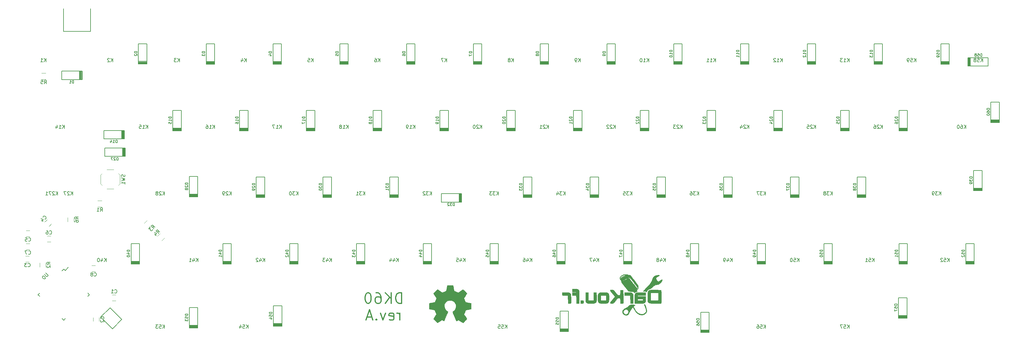
<source format=gbo>
G04 #@! TF.FileFunction,Legend,Bot*
%FSLAX46Y46*%
G04 Gerber Fmt 4.6, Leading zero omitted, Abs format (unit mm)*
G04 Created by KiCad (PCBNEW 4.0.6) date 05/05/17 19:14:25*
%MOMM*%
%LPD*%
G01*
G04 APERTURE LIST*
%ADD10C,0.100000*%
%ADD11C,0.300000*%
%ADD12C,0.150000*%
%ADD13C,0.120000*%
%ADD14C,0.200000*%
%ADD15C,0.010000*%
G04 APERTURE END LIST*
D10*
D11*
X178392857Y-180957143D02*
X178392857Y-177957143D01*
X177678572Y-177957143D01*
X177250000Y-178100000D01*
X176964286Y-178385714D01*
X176821429Y-178671429D01*
X176678572Y-179242857D01*
X176678572Y-179671429D01*
X176821429Y-180242857D01*
X176964286Y-180528571D01*
X177250000Y-180814286D01*
X177678572Y-180957143D01*
X178392857Y-180957143D01*
X175392857Y-180957143D02*
X175392857Y-177957143D01*
X173678572Y-180957143D02*
X174964286Y-179242857D01*
X173678572Y-177957143D02*
X175392857Y-179671429D01*
X171107143Y-177957143D02*
X171678572Y-177957143D01*
X171964286Y-178100000D01*
X172107143Y-178242857D01*
X172392857Y-178671429D01*
X172535714Y-179242857D01*
X172535714Y-180385714D01*
X172392857Y-180671429D01*
X172250000Y-180814286D01*
X171964286Y-180957143D01*
X171392857Y-180957143D01*
X171107143Y-180814286D01*
X170964286Y-180671429D01*
X170821429Y-180385714D01*
X170821429Y-179671429D01*
X170964286Y-179385714D01*
X171107143Y-179242857D01*
X171392857Y-179100000D01*
X171964286Y-179100000D01*
X172250000Y-179242857D01*
X172392857Y-179385714D01*
X172535714Y-179671429D01*
X168964286Y-177957143D02*
X168678571Y-177957143D01*
X168392857Y-178100000D01*
X168250000Y-178242857D01*
X168107143Y-178528571D01*
X167964286Y-179100000D01*
X167964286Y-179814286D01*
X168107143Y-180385714D01*
X168250000Y-180671429D01*
X168392857Y-180814286D01*
X168678571Y-180957143D01*
X168964286Y-180957143D01*
X169250000Y-180814286D01*
X169392857Y-180671429D01*
X169535714Y-180385714D01*
X169678571Y-179814286D01*
X169678571Y-179100000D01*
X169535714Y-178528571D01*
X169392857Y-178242857D01*
X169250000Y-178100000D01*
X168964286Y-177957143D01*
X177892857Y-185757143D02*
X177892857Y-183757143D01*
X177892857Y-184328571D02*
X177750000Y-184042857D01*
X177607143Y-183900000D01*
X177321429Y-183757143D01*
X177035714Y-183757143D01*
X174892857Y-185614286D02*
X175178571Y-185757143D01*
X175750000Y-185757143D01*
X176035714Y-185614286D01*
X176178571Y-185328571D01*
X176178571Y-184185714D01*
X176035714Y-183900000D01*
X175750000Y-183757143D01*
X175178571Y-183757143D01*
X174892857Y-183900000D01*
X174750000Y-184185714D01*
X174750000Y-184471429D01*
X176178571Y-184757143D01*
X173750000Y-183757143D02*
X173035714Y-185757143D01*
X172321428Y-183757143D01*
X171178571Y-185471429D02*
X171035714Y-185614286D01*
X171178571Y-185757143D01*
X171321428Y-185614286D01*
X171178571Y-185471429D01*
X171178571Y-185757143D01*
X169892857Y-184900000D02*
X168464286Y-184900000D01*
X170178572Y-185757143D02*
X169178572Y-182757143D01*
X168178572Y-185757143D01*
D12*
X82000000Y-171181445D02*
X82406586Y-171588031D01*
X74681445Y-178500000D02*
X75158742Y-178977297D01*
X82000000Y-185818555D02*
X81522703Y-185341258D01*
X89318555Y-178500000D02*
X88841258Y-178022703D01*
X82000000Y-171181445D02*
X81522703Y-171658742D01*
X89318555Y-178500000D02*
X88841258Y-178977297D01*
X82000000Y-185818555D02*
X82477297Y-185341258D01*
X74681445Y-178500000D02*
X75158742Y-178022703D01*
X82406586Y-171588031D02*
X83308148Y-170686470D01*
D13*
X95850000Y-178500000D02*
X96850000Y-178500000D01*
X96850000Y-180200000D02*
X95850000Y-180200000D01*
X92125000Y-185050000D02*
X92125000Y-186050000D01*
X90425000Y-186050000D02*
X90425000Y-185050000D01*
X72125000Y-169175000D02*
X71125000Y-169175000D01*
X71125000Y-167475000D02*
X72125000Y-167475000D01*
X76545406Y-157752513D02*
X77252513Y-157045406D01*
X78454594Y-158247487D02*
X77747487Y-158954594D01*
X72250000Y-161850000D02*
X71250000Y-161850000D01*
X71250000Y-160150000D02*
X72250000Y-160150000D01*
X77250000Y-161650000D02*
X78250000Y-161650000D01*
X78250000Y-163350000D02*
X77250000Y-163350000D01*
X72250000Y-165600000D02*
X71250000Y-165600000D01*
X71250000Y-163900000D02*
X72250000Y-163900000D01*
X91000000Y-171850000D02*
X90000000Y-171850000D01*
X90000000Y-170150000D02*
X91000000Y-170150000D01*
D14*
X86525000Y-114550000D02*
X86525000Y-116950000D01*
X86700000Y-114550000D02*
X86700000Y-116950000D01*
X86875000Y-114550000D02*
X86875000Y-116950000D01*
X87275000Y-116950000D02*
X87275000Y-114550000D01*
X87050000Y-114550000D02*
X87050000Y-116950000D01*
X87175000Y-114550000D02*
X87175000Y-116950000D01*
X87250000Y-114550000D02*
X81450000Y-114550000D01*
X81450000Y-114550000D02*
X81450000Y-116950000D01*
X81450000Y-116950000D02*
X87250000Y-116950000D01*
X105700000Y-111775000D02*
X103300000Y-111775000D01*
X105700000Y-111950000D02*
X103300000Y-111950000D01*
X105700000Y-112125000D02*
X103300000Y-112125000D01*
X103300000Y-112525000D02*
X105700000Y-112525000D01*
X105700000Y-112300000D02*
X103300000Y-112300000D01*
X105700000Y-112425000D02*
X103300000Y-112425000D01*
X105700000Y-112500000D02*
X105700000Y-106700000D01*
X105700000Y-106700000D02*
X103300000Y-106700000D01*
X103300000Y-106700000D02*
X103300000Y-112500000D01*
X125025000Y-111812500D02*
X122625000Y-111812500D01*
X125025000Y-111987500D02*
X122625000Y-111987500D01*
X125025000Y-112162500D02*
X122625000Y-112162500D01*
X122625000Y-112562500D02*
X125025000Y-112562500D01*
X125025000Y-112337500D02*
X122625000Y-112337500D01*
X125025000Y-112462500D02*
X122625000Y-112462500D01*
X125025000Y-112537500D02*
X125025000Y-106737500D01*
X125025000Y-106737500D02*
X122625000Y-106737500D01*
X122625000Y-106737500D02*
X122625000Y-112537500D01*
X144075000Y-111812500D02*
X141675000Y-111812500D01*
X144075000Y-111987500D02*
X141675000Y-111987500D01*
X144075000Y-112162500D02*
X141675000Y-112162500D01*
X141675000Y-112562500D02*
X144075000Y-112562500D01*
X144075000Y-112337500D02*
X141675000Y-112337500D01*
X144075000Y-112462500D02*
X141675000Y-112462500D01*
X144075000Y-112537500D02*
X144075000Y-106737500D01*
X144075000Y-106737500D02*
X141675000Y-106737500D01*
X141675000Y-106737500D02*
X141675000Y-112537500D01*
X163125000Y-111812500D02*
X160725000Y-111812500D01*
X163125000Y-111987500D02*
X160725000Y-111987500D01*
X163125000Y-112162500D02*
X160725000Y-112162500D01*
X160725000Y-112562500D02*
X163125000Y-112562500D01*
X163125000Y-112337500D02*
X160725000Y-112337500D01*
X163125000Y-112462500D02*
X160725000Y-112462500D01*
X163125000Y-112537500D02*
X163125000Y-106737500D01*
X163125000Y-106737500D02*
X160725000Y-106737500D01*
X160725000Y-106737500D02*
X160725000Y-112537500D01*
X182175000Y-111812500D02*
X179775000Y-111812500D01*
X182175000Y-111987500D02*
X179775000Y-111987500D01*
X182175000Y-112162500D02*
X179775000Y-112162500D01*
X179775000Y-112562500D02*
X182175000Y-112562500D01*
X182175000Y-112337500D02*
X179775000Y-112337500D01*
X182175000Y-112462500D02*
X179775000Y-112462500D01*
X182175000Y-112537500D02*
X182175000Y-106737500D01*
X182175000Y-106737500D02*
X179775000Y-106737500D01*
X179775000Y-106737500D02*
X179775000Y-112537500D01*
X201225000Y-111812500D02*
X198825000Y-111812500D01*
X201225000Y-111987500D02*
X198825000Y-111987500D01*
X201225000Y-112162500D02*
X198825000Y-112162500D01*
X198825000Y-112562500D02*
X201225000Y-112562500D01*
X201225000Y-112337500D02*
X198825000Y-112337500D01*
X201225000Y-112462500D02*
X198825000Y-112462500D01*
X201225000Y-112537500D02*
X201225000Y-106737500D01*
X201225000Y-106737500D02*
X198825000Y-106737500D01*
X198825000Y-106737500D02*
X198825000Y-112537500D01*
X220275000Y-111812500D02*
X217875000Y-111812500D01*
X220275000Y-111987500D02*
X217875000Y-111987500D01*
X220275000Y-112162500D02*
X217875000Y-112162500D01*
X217875000Y-112562500D02*
X220275000Y-112562500D01*
X220275000Y-112337500D02*
X217875000Y-112337500D01*
X220275000Y-112462500D02*
X217875000Y-112462500D01*
X220275000Y-112537500D02*
X220275000Y-106737500D01*
X220275000Y-106737500D02*
X217875000Y-106737500D01*
X217875000Y-106737500D02*
X217875000Y-112537500D01*
X239325000Y-111812500D02*
X236925000Y-111812500D01*
X239325000Y-111987500D02*
X236925000Y-111987500D01*
X239325000Y-112162500D02*
X236925000Y-112162500D01*
X236925000Y-112562500D02*
X239325000Y-112562500D01*
X239325000Y-112337500D02*
X236925000Y-112337500D01*
X239325000Y-112462500D02*
X236925000Y-112462500D01*
X239325000Y-112537500D02*
X239325000Y-106737500D01*
X239325000Y-106737500D02*
X236925000Y-106737500D01*
X236925000Y-106737500D02*
X236925000Y-112537500D01*
X258375000Y-111812500D02*
X255975000Y-111812500D01*
X258375000Y-111987500D02*
X255975000Y-111987500D01*
X258375000Y-112162500D02*
X255975000Y-112162500D01*
X255975000Y-112562500D02*
X258375000Y-112562500D01*
X258375000Y-112337500D02*
X255975000Y-112337500D01*
X258375000Y-112462500D02*
X255975000Y-112462500D01*
X258375000Y-112537500D02*
X258375000Y-106737500D01*
X258375000Y-106737500D02*
X255975000Y-106737500D01*
X255975000Y-106737500D02*
X255975000Y-112537500D01*
X277425000Y-111812500D02*
X275025000Y-111812500D01*
X277425000Y-111987500D02*
X275025000Y-111987500D01*
X277425000Y-112162500D02*
X275025000Y-112162500D01*
X275025000Y-112562500D02*
X277425000Y-112562500D01*
X277425000Y-112337500D02*
X275025000Y-112337500D01*
X277425000Y-112462500D02*
X275025000Y-112462500D01*
X277425000Y-112537500D02*
X277425000Y-106737500D01*
X277425000Y-106737500D02*
X275025000Y-106737500D01*
X275025000Y-106737500D02*
X275025000Y-112537500D01*
X296475000Y-111812500D02*
X294075000Y-111812500D01*
X296475000Y-111987500D02*
X294075000Y-111987500D01*
X296475000Y-112162500D02*
X294075000Y-112162500D01*
X294075000Y-112562500D02*
X296475000Y-112562500D01*
X296475000Y-112337500D02*
X294075000Y-112337500D01*
X296475000Y-112462500D02*
X294075000Y-112462500D01*
X296475000Y-112537500D02*
X296475000Y-106737500D01*
X296475000Y-106737500D02*
X294075000Y-106737500D01*
X294075000Y-106737500D02*
X294075000Y-112537500D01*
X315525000Y-111812500D02*
X313125000Y-111812500D01*
X315525000Y-111987500D02*
X313125000Y-111987500D01*
X315525000Y-112162500D02*
X313125000Y-112162500D01*
X313125000Y-112562500D02*
X315525000Y-112562500D01*
X315525000Y-112337500D02*
X313125000Y-112337500D01*
X315525000Y-112462500D02*
X313125000Y-112462500D01*
X315525000Y-112537500D02*
X315525000Y-106737500D01*
X315525000Y-106737500D02*
X313125000Y-106737500D01*
X313125000Y-106737500D02*
X313125000Y-112537500D01*
X98525000Y-131550000D02*
X98525000Y-133950000D01*
X98700000Y-131550000D02*
X98700000Y-133950000D01*
X98875000Y-131550000D02*
X98875000Y-133950000D01*
X99275000Y-133950000D02*
X99275000Y-131550000D01*
X99050000Y-131550000D02*
X99050000Y-133950000D01*
X99175000Y-131550000D02*
X99175000Y-133950000D01*
X99250000Y-131550000D02*
X93450000Y-131550000D01*
X93450000Y-131550000D02*
X93450000Y-133950000D01*
X93450000Y-133950000D02*
X99250000Y-133950000D01*
X115500000Y-130862500D02*
X113100000Y-130862500D01*
X115500000Y-131037500D02*
X113100000Y-131037500D01*
X115500000Y-131212500D02*
X113100000Y-131212500D01*
X113100000Y-131612500D02*
X115500000Y-131612500D01*
X115500000Y-131387500D02*
X113100000Y-131387500D01*
X115500000Y-131512500D02*
X113100000Y-131512500D01*
X115500000Y-131587500D02*
X115500000Y-125787500D01*
X115500000Y-125787500D02*
X113100000Y-125787500D01*
X113100000Y-125787500D02*
X113100000Y-131587500D01*
X134550000Y-130862500D02*
X132150000Y-130862500D01*
X134550000Y-131037500D02*
X132150000Y-131037500D01*
X134550000Y-131212500D02*
X132150000Y-131212500D01*
X132150000Y-131612500D02*
X134550000Y-131612500D01*
X134550000Y-131387500D02*
X132150000Y-131387500D01*
X134550000Y-131512500D02*
X132150000Y-131512500D01*
X134550000Y-131587500D02*
X134550000Y-125787500D01*
X134550000Y-125787500D02*
X132150000Y-125787500D01*
X132150000Y-125787500D02*
X132150000Y-131587500D01*
X153600000Y-130862500D02*
X151200000Y-130862500D01*
X153600000Y-131037500D02*
X151200000Y-131037500D01*
X153600000Y-131212500D02*
X151200000Y-131212500D01*
X151200000Y-131612500D02*
X153600000Y-131612500D01*
X153600000Y-131387500D02*
X151200000Y-131387500D01*
X153600000Y-131512500D02*
X151200000Y-131512500D01*
X153600000Y-131587500D02*
X153600000Y-125787500D01*
X153600000Y-125787500D02*
X151200000Y-125787500D01*
X151200000Y-125787500D02*
X151200000Y-131587500D01*
X172650000Y-130862500D02*
X170250000Y-130862500D01*
X172650000Y-131037500D02*
X170250000Y-131037500D01*
X172650000Y-131212500D02*
X170250000Y-131212500D01*
X170250000Y-131612500D02*
X172650000Y-131612500D01*
X172650000Y-131387500D02*
X170250000Y-131387500D01*
X172650000Y-131512500D02*
X170250000Y-131512500D01*
X172650000Y-131587500D02*
X172650000Y-125787500D01*
X172650000Y-125787500D02*
X170250000Y-125787500D01*
X170250000Y-125787500D02*
X170250000Y-131587500D01*
X191700000Y-130862500D02*
X189300000Y-130862500D01*
X191700000Y-131037500D02*
X189300000Y-131037500D01*
X191700000Y-131212500D02*
X189300000Y-131212500D01*
X189300000Y-131612500D02*
X191700000Y-131612500D01*
X191700000Y-131387500D02*
X189300000Y-131387500D01*
X191700000Y-131512500D02*
X189300000Y-131512500D01*
X191700000Y-131587500D02*
X191700000Y-125787500D01*
X191700000Y-125787500D02*
X189300000Y-125787500D01*
X189300000Y-125787500D02*
X189300000Y-131587500D01*
X210750000Y-130862500D02*
X208350000Y-130862500D01*
X210750000Y-131037500D02*
X208350000Y-131037500D01*
X210750000Y-131212500D02*
X208350000Y-131212500D01*
X208350000Y-131612500D02*
X210750000Y-131612500D01*
X210750000Y-131387500D02*
X208350000Y-131387500D01*
X210750000Y-131512500D02*
X208350000Y-131512500D01*
X210750000Y-131587500D02*
X210750000Y-125787500D01*
X210750000Y-125787500D02*
X208350000Y-125787500D01*
X208350000Y-125787500D02*
X208350000Y-131587500D01*
X229800000Y-130862500D02*
X227400000Y-130862500D01*
X229800000Y-131037500D02*
X227400000Y-131037500D01*
X229800000Y-131212500D02*
X227400000Y-131212500D01*
X227400000Y-131612500D02*
X229800000Y-131612500D01*
X229800000Y-131387500D02*
X227400000Y-131387500D01*
X229800000Y-131512500D02*
X227400000Y-131512500D01*
X229800000Y-131587500D02*
X229800000Y-125787500D01*
X229800000Y-125787500D02*
X227400000Y-125787500D01*
X227400000Y-125787500D02*
X227400000Y-131587500D01*
X248850000Y-130862500D02*
X246450000Y-130862500D01*
X248850000Y-131037500D02*
X246450000Y-131037500D01*
X248850000Y-131212500D02*
X246450000Y-131212500D01*
X246450000Y-131612500D02*
X248850000Y-131612500D01*
X248850000Y-131387500D02*
X246450000Y-131387500D01*
X248850000Y-131512500D02*
X246450000Y-131512500D01*
X248850000Y-131587500D02*
X248850000Y-125787500D01*
X248850000Y-125787500D02*
X246450000Y-125787500D01*
X246450000Y-125787500D02*
X246450000Y-131587500D01*
X267900000Y-130862500D02*
X265500000Y-130862500D01*
X267900000Y-131037500D02*
X265500000Y-131037500D01*
X267900000Y-131212500D02*
X265500000Y-131212500D01*
X265500000Y-131612500D02*
X267900000Y-131612500D01*
X267900000Y-131387500D02*
X265500000Y-131387500D01*
X267900000Y-131512500D02*
X265500000Y-131512500D01*
X267900000Y-131587500D02*
X267900000Y-125787500D01*
X267900000Y-125787500D02*
X265500000Y-125787500D01*
X265500000Y-125787500D02*
X265500000Y-131587500D01*
X286950000Y-130862500D02*
X284550000Y-130862500D01*
X286950000Y-131037500D02*
X284550000Y-131037500D01*
X286950000Y-131212500D02*
X284550000Y-131212500D01*
X284550000Y-131612500D02*
X286950000Y-131612500D01*
X286950000Y-131387500D02*
X284550000Y-131387500D01*
X286950000Y-131512500D02*
X284550000Y-131512500D01*
X286950000Y-131587500D02*
X286950000Y-125787500D01*
X286950000Y-125787500D02*
X284550000Y-125787500D01*
X284550000Y-125787500D02*
X284550000Y-131587500D01*
X306000000Y-130862500D02*
X303600000Y-130862500D01*
X306000000Y-131037500D02*
X303600000Y-131037500D01*
X306000000Y-131212500D02*
X303600000Y-131212500D01*
X303600000Y-131612500D02*
X306000000Y-131612500D01*
X306000000Y-131387500D02*
X303600000Y-131387500D01*
X306000000Y-131512500D02*
X303600000Y-131512500D01*
X306000000Y-131587500D02*
X306000000Y-125787500D01*
X306000000Y-125787500D02*
X303600000Y-125787500D01*
X303600000Y-125787500D02*
X303600000Y-131587500D01*
X322668750Y-130862500D02*
X320268750Y-130862500D01*
X322668750Y-131037500D02*
X320268750Y-131037500D01*
X322668750Y-131212500D02*
X320268750Y-131212500D01*
X320268750Y-131612500D02*
X322668750Y-131612500D01*
X322668750Y-131387500D02*
X320268750Y-131387500D01*
X322668750Y-131512500D02*
X320268750Y-131512500D01*
X322668750Y-131587500D02*
X322668750Y-125787500D01*
X322668750Y-125787500D02*
X320268750Y-125787500D01*
X320268750Y-125787500D02*
X320268750Y-131587500D01*
X98775000Y-136550000D02*
X98775000Y-138950000D01*
X98950000Y-136550000D02*
X98950000Y-138950000D01*
X99125000Y-136550000D02*
X99125000Y-138950000D01*
X99525000Y-138950000D02*
X99525000Y-136550000D01*
X99300000Y-136550000D02*
X99300000Y-138950000D01*
X99425000Y-136550000D02*
X99425000Y-138950000D01*
X99500000Y-136550000D02*
X93700000Y-136550000D01*
X93700000Y-136550000D02*
X93700000Y-138950000D01*
X93700000Y-138950000D02*
X99500000Y-138950000D01*
X120200000Y-149775000D02*
X117800000Y-149775000D01*
X120200000Y-149950000D02*
X117800000Y-149950000D01*
X120200000Y-150125000D02*
X117800000Y-150125000D01*
X117800000Y-150525000D02*
X120200000Y-150525000D01*
X120200000Y-150300000D02*
X117800000Y-150300000D01*
X120200000Y-150425000D02*
X117800000Y-150425000D01*
X120200000Y-150500000D02*
X120200000Y-144700000D01*
X120200000Y-144700000D02*
X117800000Y-144700000D01*
X117800000Y-144700000D02*
X117800000Y-150500000D01*
X139312500Y-149912500D02*
X136912500Y-149912500D01*
X139312500Y-150087500D02*
X136912500Y-150087500D01*
X139312500Y-150262500D02*
X136912500Y-150262500D01*
X136912500Y-150662500D02*
X139312500Y-150662500D01*
X139312500Y-150437500D02*
X136912500Y-150437500D01*
X139312500Y-150562500D02*
X136912500Y-150562500D01*
X139312500Y-150637500D02*
X139312500Y-144837500D01*
X139312500Y-144837500D02*
X136912500Y-144837500D01*
X136912500Y-144837500D02*
X136912500Y-150637500D01*
X158362500Y-149912500D02*
X155962500Y-149912500D01*
X158362500Y-150087500D02*
X155962500Y-150087500D01*
X158362500Y-150262500D02*
X155962500Y-150262500D01*
X155962500Y-150662500D02*
X158362500Y-150662500D01*
X158362500Y-150437500D02*
X155962500Y-150437500D01*
X158362500Y-150562500D02*
X155962500Y-150562500D01*
X158362500Y-150637500D02*
X158362500Y-144837500D01*
X158362500Y-144837500D02*
X155962500Y-144837500D01*
X155962500Y-144837500D02*
X155962500Y-150637500D01*
X177412500Y-149912500D02*
X175012500Y-149912500D01*
X177412500Y-150087500D02*
X175012500Y-150087500D01*
X177412500Y-150262500D02*
X175012500Y-150262500D01*
X175012500Y-150662500D02*
X177412500Y-150662500D01*
X177412500Y-150437500D02*
X175012500Y-150437500D01*
X177412500Y-150562500D02*
X175012500Y-150562500D01*
X177412500Y-150637500D02*
X177412500Y-144837500D01*
X177412500Y-144837500D02*
X175012500Y-144837500D01*
X175012500Y-144837500D02*
X175012500Y-150637500D01*
X194750000Y-149600000D02*
X194750000Y-152000000D01*
X194925000Y-149600000D02*
X194925000Y-152000000D01*
X195100000Y-149600000D02*
X195100000Y-152000000D01*
X195500000Y-152000000D02*
X195500000Y-149600000D01*
X195275000Y-149600000D02*
X195275000Y-152000000D01*
X195400000Y-149600000D02*
X195400000Y-152000000D01*
X195475000Y-149600000D02*
X189675000Y-149600000D01*
X189675000Y-149600000D02*
X189675000Y-152000000D01*
X189675000Y-152000000D02*
X195475000Y-152000000D01*
X215512500Y-149912500D02*
X213112500Y-149912500D01*
X215512500Y-150087500D02*
X213112500Y-150087500D01*
X215512500Y-150262500D02*
X213112500Y-150262500D01*
X213112500Y-150662500D02*
X215512500Y-150662500D01*
X215512500Y-150437500D02*
X213112500Y-150437500D01*
X215512500Y-150562500D02*
X213112500Y-150562500D01*
X215512500Y-150637500D02*
X215512500Y-144837500D01*
X215512500Y-144837500D02*
X213112500Y-144837500D01*
X213112500Y-144837500D02*
X213112500Y-150637500D01*
X234562500Y-149912500D02*
X232162500Y-149912500D01*
X234562500Y-150087500D02*
X232162500Y-150087500D01*
X234562500Y-150262500D02*
X232162500Y-150262500D01*
X232162500Y-150662500D02*
X234562500Y-150662500D01*
X234562500Y-150437500D02*
X232162500Y-150437500D01*
X234562500Y-150562500D02*
X232162500Y-150562500D01*
X234562500Y-150637500D02*
X234562500Y-144837500D01*
X234562500Y-144837500D02*
X232162500Y-144837500D01*
X232162500Y-144837500D02*
X232162500Y-150637500D01*
X253612500Y-149912500D02*
X251212500Y-149912500D01*
X253612500Y-150087500D02*
X251212500Y-150087500D01*
X253612500Y-150262500D02*
X251212500Y-150262500D01*
X251212500Y-150662500D02*
X253612500Y-150662500D01*
X253612500Y-150437500D02*
X251212500Y-150437500D01*
X253612500Y-150562500D02*
X251212500Y-150562500D01*
X253612500Y-150637500D02*
X253612500Y-144837500D01*
X253612500Y-144837500D02*
X251212500Y-144837500D01*
X251212500Y-144837500D02*
X251212500Y-150637500D01*
X272662500Y-149912500D02*
X270262500Y-149912500D01*
X272662500Y-150087500D02*
X270262500Y-150087500D01*
X272662500Y-150262500D02*
X270262500Y-150262500D01*
X270262500Y-150662500D02*
X272662500Y-150662500D01*
X272662500Y-150437500D02*
X270262500Y-150437500D01*
X272662500Y-150562500D02*
X270262500Y-150562500D01*
X272662500Y-150637500D02*
X272662500Y-144837500D01*
X272662500Y-144837500D02*
X270262500Y-144837500D01*
X270262500Y-144837500D02*
X270262500Y-150637500D01*
X291712500Y-149912500D02*
X289312500Y-149912500D01*
X291712500Y-150087500D02*
X289312500Y-150087500D01*
X291712500Y-150262500D02*
X289312500Y-150262500D01*
X289312500Y-150662500D02*
X291712500Y-150662500D01*
X291712500Y-150437500D02*
X289312500Y-150437500D01*
X291712500Y-150562500D02*
X289312500Y-150562500D01*
X291712500Y-150637500D02*
X291712500Y-144837500D01*
X291712500Y-144837500D02*
X289312500Y-144837500D01*
X289312500Y-144837500D02*
X289312500Y-150637500D01*
X310762500Y-149912500D02*
X308362500Y-149912500D01*
X310762500Y-150087500D02*
X308362500Y-150087500D01*
X310762500Y-150262500D02*
X308362500Y-150262500D01*
X308362500Y-150662500D02*
X310762500Y-150662500D01*
X310762500Y-150437500D02*
X308362500Y-150437500D01*
X310762500Y-150562500D02*
X308362500Y-150562500D01*
X310762500Y-150637500D02*
X310762500Y-144837500D01*
X310762500Y-144837500D02*
X308362500Y-144837500D01*
X308362500Y-144837500D02*
X308362500Y-150637500D01*
X343950000Y-148025000D02*
X341550000Y-148025000D01*
X343950000Y-148200000D02*
X341550000Y-148200000D01*
X343950000Y-148375000D02*
X341550000Y-148375000D01*
X341550000Y-148775000D02*
X343950000Y-148775000D01*
X343950000Y-148550000D02*
X341550000Y-148550000D01*
X343950000Y-148675000D02*
X341550000Y-148675000D01*
X343950000Y-148750000D02*
X343950000Y-142950000D01*
X343950000Y-142950000D02*
X341550000Y-142950000D01*
X341550000Y-142950000D02*
X341550000Y-148750000D01*
X103593750Y-168962500D02*
X101193750Y-168962500D01*
X103593750Y-169137500D02*
X101193750Y-169137500D01*
X103593750Y-169312500D02*
X101193750Y-169312500D01*
X101193750Y-169712500D02*
X103593750Y-169712500D01*
X103593750Y-169487500D02*
X101193750Y-169487500D01*
X103593750Y-169612500D02*
X101193750Y-169612500D01*
X103593750Y-169687500D02*
X103593750Y-163887500D01*
X103593750Y-163887500D02*
X101193750Y-163887500D01*
X101193750Y-163887500D02*
X101193750Y-169687500D01*
X129787500Y-168962500D02*
X127387500Y-168962500D01*
X129787500Y-169137500D02*
X127387500Y-169137500D01*
X129787500Y-169312500D02*
X127387500Y-169312500D01*
X127387500Y-169712500D02*
X129787500Y-169712500D01*
X129787500Y-169487500D02*
X127387500Y-169487500D01*
X129787500Y-169612500D02*
X127387500Y-169612500D01*
X129787500Y-169687500D02*
X129787500Y-163887500D01*
X129787500Y-163887500D02*
X127387500Y-163887500D01*
X127387500Y-163887500D02*
X127387500Y-169687500D01*
X148837500Y-168962500D02*
X146437500Y-168962500D01*
X148837500Y-169137500D02*
X146437500Y-169137500D01*
X148837500Y-169312500D02*
X146437500Y-169312500D01*
X146437500Y-169712500D02*
X148837500Y-169712500D01*
X148837500Y-169487500D02*
X146437500Y-169487500D01*
X148837500Y-169612500D02*
X146437500Y-169612500D01*
X148837500Y-169687500D02*
X148837500Y-163887500D01*
X148837500Y-163887500D02*
X146437500Y-163887500D01*
X146437500Y-163887500D02*
X146437500Y-169687500D01*
X167887500Y-168962500D02*
X165487500Y-168962500D01*
X167887500Y-169137500D02*
X165487500Y-169137500D01*
X167887500Y-169312500D02*
X165487500Y-169312500D01*
X165487500Y-169712500D02*
X167887500Y-169712500D01*
X167887500Y-169487500D02*
X165487500Y-169487500D01*
X167887500Y-169612500D02*
X165487500Y-169612500D01*
X167887500Y-169687500D02*
X167887500Y-163887500D01*
X167887500Y-163887500D02*
X165487500Y-163887500D01*
X165487500Y-163887500D02*
X165487500Y-169687500D01*
X186937500Y-168962500D02*
X184537500Y-168962500D01*
X186937500Y-169137500D02*
X184537500Y-169137500D01*
X186937500Y-169312500D02*
X184537500Y-169312500D01*
X184537500Y-169712500D02*
X186937500Y-169712500D01*
X186937500Y-169487500D02*
X184537500Y-169487500D01*
X186937500Y-169612500D02*
X184537500Y-169612500D01*
X186937500Y-169687500D02*
X186937500Y-163887500D01*
X186937500Y-163887500D02*
X184537500Y-163887500D01*
X184537500Y-163887500D02*
X184537500Y-169687500D01*
X205987500Y-168962500D02*
X203587500Y-168962500D01*
X205987500Y-169137500D02*
X203587500Y-169137500D01*
X205987500Y-169312500D02*
X203587500Y-169312500D01*
X203587500Y-169712500D02*
X205987500Y-169712500D01*
X205987500Y-169487500D02*
X203587500Y-169487500D01*
X205987500Y-169612500D02*
X203587500Y-169612500D01*
X205987500Y-169687500D02*
X205987500Y-163887500D01*
X205987500Y-163887500D02*
X203587500Y-163887500D01*
X203587500Y-163887500D02*
X203587500Y-169687500D01*
X225037500Y-168962500D02*
X222637500Y-168962500D01*
X225037500Y-169137500D02*
X222637500Y-169137500D01*
X225037500Y-169312500D02*
X222637500Y-169312500D01*
X222637500Y-169712500D02*
X225037500Y-169712500D01*
X225037500Y-169487500D02*
X222637500Y-169487500D01*
X225037500Y-169612500D02*
X222637500Y-169612500D01*
X225037500Y-169687500D02*
X225037500Y-163887500D01*
X225037500Y-163887500D02*
X222637500Y-163887500D01*
X222637500Y-163887500D02*
X222637500Y-169687500D01*
X244087500Y-168962500D02*
X241687500Y-168962500D01*
X244087500Y-169137500D02*
X241687500Y-169137500D01*
X244087500Y-169312500D02*
X241687500Y-169312500D01*
X241687500Y-169712500D02*
X244087500Y-169712500D01*
X244087500Y-169487500D02*
X241687500Y-169487500D01*
X244087500Y-169612500D02*
X241687500Y-169612500D01*
X244087500Y-169687500D02*
X244087500Y-163887500D01*
X244087500Y-163887500D02*
X241687500Y-163887500D01*
X241687500Y-163887500D02*
X241687500Y-169687500D01*
X263137500Y-168962500D02*
X260737500Y-168962500D01*
X263137500Y-169137500D02*
X260737500Y-169137500D01*
X263137500Y-169312500D02*
X260737500Y-169312500D01*
X260737500Y-169712500D02*
X263137500Y-169712500D01*
X263137500Y-169487500D02*
X260737500Y-169487500D01*
X263137500Y-169612500D02*
X260737500Y-169612500D01*
X263137500Y-169687500D02*
X263137500Y-163887500D01*
X263137500Y-163887500D02*
X260737500Y-163887500D01*
X260737500Y-163887500D02*
X260737500Y-169687500D01*
X282187500Y-168962500D02*
X279787500Y-168962500D01*
X282187500Y-169137500D02*
X279787500Y-169137500D01*
X282187500Y-169312500D02*
X279787500Y-169312500D01*
X279787500Y-169712500D02*
X282187500Y-169712500D01*
X282187500Y-169487500D02*
X279787500Y-169487500D01*
X282187500Y-169612500D02*
X279787500Y-169612500D01*
X282187500Y-169687500D02*
X282187500Y-163887500D01*
X282187500Y-163887500D02*
X279787500Y-163887500D01*
X279787500Y-163887500D02*
X279787500Y-169687500D01*
X301237500Y-168962500D02*
X298837500Y-168962500D01*
X301237500Y-169137500D02*
X298837500Y-169137500D01*
X301237500Y-169312500D02*
X298837500Y-169312500D01*
X298837500Y-169712500D02*
X301237500Y-169712500D01*
X301237500Y-169487500D02*
X298837500Y-169487500D01*
X301237500Y-169612500D02*
X298837500Y-169612500D01*
X301237500Y-169687500D02*
X301237500Y-163887500D01*
X301237500Y-163887500D02*
X298837500Y-163887500D01*
X298837500Y-163887500D02*
X298837500Y-169687500D01*
X322668750Y-168962500D02*
X320268750Y-168962500D01*
X322668750Y-169137500D02*
X320268750Y-169137500D01*
X322668750Y-169312500D02*
X320268750Y-169312500D01*
X320268750Y-169712500D02*
X322668750Y-169712500D01*
X322668750Y-169487500D02*
X320268750Y-169487500D01*
X322668750Y-169612500D02*
X320268750Y-169612500D01*
X322668750Y-169687500D02*
X322668750Y-163887500D01*
X322668750Y-163887500D02*
X320268750Y-163887500D01*
X320268750Y-163887500D02*
X320268750Y-169687500D01*
X341718750Y-168962500D02*
X339318750Y-168962500D01*
X341718750Y-169137500D02*
X339318750Y-169137500D01*
X341718750Y-169312500D02*
X339318750Y-169312500D01*
X339318750Y-169712500D02*
X341718750Y-169712500D01*
X341718750Y-169487500D02*
X339318750Y-169487500D01*
X341718750Y-169612500D02*
X339318750Y-169612500D01*
X341718750Y-169687500D02*
X341718750Y-163887500D01*
X341718750Y-163887500D02*
X339318750Y-163887500D01*
X339318750Y-163887500D02*
X339318750Y-169687500D01*
X120200000Y-187275000D02*
X117800000Y-187275000D01*
X120200000Y-187450000D02*
X117800000Y-187450000D01*
X120200000Y-187625000D02*
X117800000Y-187625000D01*
X117800000Y-188025000D02*
X120200000Y-188025000D01*
X120200000Y-187800000D02*
X117800000Y-187800000D01*
X120200000Y-187925000D02*
X117800000Y-187925000D01*
X120200000Y-188000000D02*
X120200000Y-182200000D01*
X120200000Y-182200000D02*
X117800000Y-182200000D01*
X117800000Y-182200000D02*
X117800000Y-188000000D01*
X144200000Y-186775000D02*
X141800000Y-186775000D01*
X144200000Y-186950000D02*
X141800000Y-186950000D01*
X144200000Y-187125000D02*
X141800000Y-187125000D01*
X141800000Y-187525000D02*
X144200000Y-187525000D01*
X144200000Y-187300000D02*
X141800000Y-187300000D01*
X144200000Y-187425000D02*
X141800000Y-187425000D01*
X144200000Y-187500000D02*
X144200000Y-181700000D01*
X144200000Y-181700000D02*
X141800000Y-181700000D01*
X141800000Y-181700000D02*
X141800000Y-187500000D01*
X225950000Y-188275000D02*
X223550000Y-188275000D01*
X225950000Y-188450000D02*
X223550000Y-188450000D01*
X225950000Y-188625000D02*
X223550000Y-188625000D01*
X223550000Y-189025000D02*
X225950000Y-189025000D01*
X225950000Y-188800000D02*
X223550000Y-188800000D01*
X225950000Y-188925000D02*
X223550000Y-188925000D01*
X225950000Y-189000000D02*
X225950000Y-183200000D01*
X225950000Y-183200000D02*
X223550000Y-183200000D01*
X223550000Y-183200000D02*
X223550000Y-189000000D01*
X266075000Y-188575000D02*
X263675000Y-188575000D01*
X266075000Y-188750000D02*
X263675000Y-188750000D01*
X266075000Y-188925000D02*
X263675000Y-188925000D01*
X263675000Y-189325000D02*
X266075000Y-189325000D01*
X266075000Y-189100000D02*
X263675000Y-189100000D01*
X266075000Y-189225000D02*
X263675000Y-189225000D01*
X266075000Y-189300000D02*
X266075000Y-183500000D01*
X266075000Y-183500000D02*
X263675000Y-183500000D01*
X263675000Y-183500000D02*
X263675000Y-189300000D01*
X322525000Y-184450000D02*
X320125000Y-184450000D01*
X322525000Y-184625000D02*
X320125000Y-184625000D01*
X322525000Y-184800000D02*
X320125000Y-184800000D01*
X320125000Y-185200000D02*
X322525000Y-185200000D01*
X322525000Y-184975000D02*
X320125000Y-184975000D01*
X322525000Y-185100000D02*
X320125000Y-185100000D01*
X322525000Y-185175000D02*
X322525000Y-179375000D01*
X322525000Y-179375000D02*
X320125000Y-179375000D01*
X320125000Y-179375000D02*
X320125000Y-185175000D01*
X340625000Y-113118750D02*
X340625000Y-110718750D01*
X340450000Y-113118750D02*
X340450000Y-110718750D01*
X340275000Y-113118750D02*
X340275000Y-110718750D01*
X339875000Y-110718750D02*
X339875000Y-113118750D01*
X340100000Y-113118750D02*
X340100000Y-110718750D01*
X339975000Y-113118750D02*
X339975000Y-110718750D01*
X339900000Y-113118750D02*
X345700000Y-113118750D01*
X345700000Y-113118750D02*
X345700000Y-110718750D01*
X345700000Y-110718750D02*
X339900000Y-110718750D01*
X334575000Y-111812500D02*
X332175000Y-111812500D01*
X334575000Y-111987500D02*
X332175000Y-111987500D01*
X334575000Y-112162500D02*
X332175000Y-112162500D01*
X332175000Y-112562500D02*
X334575000Y-112562500D01*
X334575000Y-112337500D02*
X332175000Y-112337500D01*
X334575000Y-112462500D02*
X332175000Y-112462500D01*
X334575000Y-112537500D02*
X334575000Y-106737500D01*
X334575000Y-106737500D02*
X332175000Y-106737500D01*
X332175000Y-106737500D02*
X332175000Y-112537500D01*
X348862500Y-128481250D02*
X346462500Y-128481250D01*
X348862500Y-128656250D02*
X346462500Y-128656250D01*
X348862500Y-128831250D02*
X346462500Y-128831250D01*
X346462500Y-129231250D02*
X348862500Y-129231250D01*
X348862500Y-129006250D02*
X346462500Y-129006250D01*
X348862500Y-129131250D02*
X346462500Y-129131250D01*
X348862500Y-129206250D02*
X348862500Y-123406250D01*
X348862500Y-123406250D02*
X346462500Y-123406250D01*
X346462500Y-123406250D02*
X346462500Y-129206250D01*
X89600000Y-103150000D02*
X89600000Y-96650000D01*
X81900000Y-103150000D02*
X81900000Y-96650000D01*
X81900000Y-103150000D02*
X89600000Y-103150000D01*
D13*
X92850000Y-151620000D02*
X91650000Y-151620000D01*
X91650000Y-153380000D02*
X92850000Y-153380000D01*
X75120000Y-169400000D02*
X75120000Y-170600000D01*
X76880000Y-170600000D02*
X76880000Y-169400000D01*
X105802010Y-157203482D02*
X104953482Y-158052010D01*
X106197990Y-159296518D02*
X107046518Y-158447990D01*
X109947990Y-163046518D02*
X110796518Y-162197990D01*
X109552010Y-160953482D02*
X108703482Y-161802010D01*
X92950000Y-147200000D02*
X92500000Y-146750000D01*
X92950000Y-143800000D02*
X92500000Y-144250000D01*
X97550000Y-143800000D02*
X98000000Y-144250000D01*
X97550000Y-147200000D02*
X98000000Y-146750000D01*
X96250000Y-142750000D02*
X94250000Y-142750000D01*
X92500000Y-146750000D02*
X92500000Y-144250000D01*
X96250000Y-148250000D02*
X94250000Y-148250000D01*
X98000000Y-146750000D02*
X98000000Y-144250000D01*
D15*
G36*
X191971415Y-175789112D02*
X191783018Y-175789892D01*
X191642887Y-175792000D01*
X191543405Y-175796097D01*
X191476956Y-175802845D01*
X191435923Y-175812906D01*
X191412689Y-175826941D01*
X191399637Y-175845610D01*
X191393052Y-175860437D01*
X191378808Y-175911521D01*
X191355531Y-176015159D01*
X191325258Y-176161378D01*
X191290024Y-176340205D01*
X191251867Y-176541665D01*
X191232842Y-176644955D01*
X191194343Y-176851922D01*
X191158091Y-177039337D01*
X191126043Y-177197671D01*
X191100155Y-177317391D01*
X191082383Y-177388967D01*
X191077080Y-177403853D01*
X191042255Y-177427525D01*
X190959765Y-177469604D01*
X190841027Y-177525217D01*
X190697455Y-177589491D01*
X190540465Y-177657554D01*
X190381471Y-177724533D01*
X190231890Y-177785555D01*
X190103136Y-177835749D01*
X190006624Y-177870241D01*
X189953769Y-177884159D01*
X189951661Y-177884237D01*
X189916711Y-177866885D01*
X189837103Y-177818242D01*
X189720361Y-177743200D01*
X189574009Y-177646649D01*
X189405572Y-177533483D01*
X189267950Y-177439737D01*
X189087845Y-177317267D01*
X188924176Y-177207724D01*
X188784457Y-177115996D01*
X188676201Y-177046969D01*
X188606923Y-177005533D01*
X188584985Y-176995500D01*
X188550989Y-177017392D01*
X188481059Y-177078000D01*
X188382697Y-177169722D01*
X188263407Y-177284956D01*
X188130693Y-177416098D01*
X187992057Y-177555548D01*
X187855002Y-177695702D01*
X187727033Y-177828958D01*
X187615652Y-177947713D01*
X187528363Y-178044366D01*
X187472668Y-178111315D01*
X187455750Y-178139645D01*
X187470314Y-178179964D01*
X187514931Y-178259821D01*
X187590997Y-178381358D01*
X187699904Y-178546713D01*
X187843046Y-178758026D01*
X188021815Y-179017435D01*
X188110010Y-179144336D01*
X188191862Y-179265879D01*
X188257919Y-179371608D01*
X188300648Y-179448964D01*
X188313000Y-179482813D01*
X188300992Y-179523227D01*
X188268157Y-179610405D01*
X188219284Y-179733007D01*
X188159159Y-179879693D01*
X188092569Y-180039122D01*
X188024302Y-180199954D01*
X187959146Y-180350847D01*
X187901886Y-180480461D01*
X187857310Y-180577456D01*
X187830206Y-180630491D01*
X187826116Y-180636218D01*
X187791524Y-180646474D01*
X187703345Y-180666350D01*
X187570450Y-180694027D01*
X187401713Y-180727686D01*
X187206007Y-180765507D01*
X187073734Y-180790488D01*
X186863703Y-180830166D01*
X186673241Y-180866825D01*
X186511664Y-180898618D01*
X186388287Y-180923696D01*
X186312425Y-180940211D01*
X186293552Y-180945256D01*
X186279607Y-180960739D01*
X186268801Y-180999664D01*
X186260774Y-181068745D01*
X186255166Y-181174698D01*
X186251616Y-181324238D01*
X186249765Y-181524080D01*
X186249251Y-181770738D01*
X186249546Y-182019092D01*
X186250762Y-182211282D01*
X186253392Y-182354646D01*
X186257931Y-182456519D01*
X186264873Y-182524238D01*
X186274711Y-182565139D01*
X186287940Y-182586556D01*
X186304813Y-182595757D01*
X186359841Y-182608534D01*
X186459750Y-182628643D01*
X186586854Y-182652585D01*
X186646125Y-182663304D01*
X186955496Y-182719202D01*
X187207316Y-182766327D01*
X187406753Y-182805838D01*
X187558976Y-182838893D01*
X187669152Y-182866653D01*
X187742450Y-182890276D01*
X187784036Y-182910923D01*
X187794977Y-182921042D01*
X187816753Y-182963083D01*
X187856593Y-183051955D01*
X187909945Y-183176472D01*
X187972255Y-183325445D01*
X188038972Y-183487686D01*
X188105543Y-183652006D01*
X188167415Y-183807217D01*
X188220036Y-183942132D01*
X188258853Y-184045562D01*
X188279314Y-184106319D01*
X188281340Y-184116315D01*
X188264059Y-184148462D01*
X188215654Y-184225095D01*
X188141200Y-184338530D01*
X188045774Y-184481082D01*
X187934452Y-184645066D01*
X187868500Y-184741301D01*
X187750137Y-184915926D01*
X187645029Y-185075744D01*
X187558318Y-185212546D01*
X187495144Y-185318122D01*
X187460648Y-185384262D01*
X187455750Y-185400422D01*
X187477834Y-185439840D01*
X187540575Y-185517320D01*
X187638711Y-185627071D01*
X187766975Y-185763299D01*
X187920106Y-185920209D01*
X188008283Y-186008521D01*
X188180773Y-186179494D01*
X188314461Y-186310203D01*
X188415249Y-186405481D01*
X188489040Y-186470160D01*
X188541736Y-186509073D01*
X188579242Y-186527053D01*
X188607458Y-186528932D01*
X188632289Y-186519542D01*
X188632405Y-186519480D01*
X188679516Y-186490371D01*
X188769830Y-186431156D01*
X188894339Y-186347872D01*
X189044033Y-186246557D01*
X189209904Y-186133245D01*
X189252541Y-186103958D01*
X189418266Y-185991261D01*
X189567753Y-185891995D01*
X189692657Y-185811509D01*
X189784633Y-185755151D01*
X189835337Y-185728269D01*
X189841143Y-185726750D01*
X189884996Y-185740623D01*
X189970737Y-185777978D01*
X190084225Y-185832418D01*
X190163926Y-185872773D01*
X190291340Y-185934584D01*
X190393401Y-185976362D01*
X190458470Y-185993677D01*
X190474470Y-185990980D01*
X190493182Y-185955634D01*
X190532751Y-185868984D01*
X190589961Y-185738487D01*
X190661592Y-185571599D01*
X190744427Y-185375774D01*
X190835247Y-185158469D01*
X190869855Y-185075019D01*
X190971456Y-184829675D01*
X191073663Y-184583146D01*
X191171585Y-184347204D01*
X191260334Y-184133624D01*
X191335020Y-183954180D01*
X191390754Y-183820644D01*
X191394462Y-183811784D01*
X191453884Y-183666651D01*
X191502998Y-183540601D01*
X191537063Y-183446245D01*
X191551341Y-183396196D01*
X191551500Y-183393883D01*
X191527235Y-183356089D01*
X191463040Y-183295075D01*
X191371820Y-183222845D01*
X191353063Y-183209248D01*
X191076091Y-182980337D01*
X190859089Y-182731720D01*
X190701154Y-182461769D01*
X190601383Y-182168855D01*
X190558874Y-181851353D01*
X190557099Y-181773875D01*
X190583555Y-181456339D01*
X190666480Y-181164590D01*
X190807933Y-180893472D01*
X191009975Y-180637827D01*
X191011557Y-180636134D01*
X191248937Y-180426263D01*
X191513644Y-180269609D01*
X191797871Y-180166494D01*
X192093812Y-180117238D01*
X192393660Y-180122165D01*
X192689608Y-180181595D01*
X192973849Y-180295850D01*
X193238577Y-180465253D01*
X193328549Y-180540652D01*
X193549509Y-180778671D01*
X193713112Y-181043856D01*
X193818903Y-181335179D01*
X193866423Y-181651613D01*
X193869250Y-181754673D01*
X193846612Y-182071880D01*
X193776353Y-182356279D01*
X193654956Y-182614475D01*
X193478905Y-182853072D01*
X193244683Y-183078676D01*
X193106530Y-183187283D01*
X193006427Y-183266349D01*
X192929865Y-183336067D01*
X192888807Y-183385153D01*
X192885000Y-183396225D01*
X192896770Y-183435220D01*
X192930206Y-183525721D01*
X192982502Y-183660640D01*
X193050852Y-183832889D01*
X193132448Y-184035378D01*
X193224483Y-184261021D01*
X193301865Y-184448907D01*
X193405104Y-184698707D01*
X193504857Y-184940395D01*
X193597427Y-185164991D01*
X193679119Y-185363514D01*
X193746235Y-185526985D01*
X193795079Y-185646422D01*
X193814798Y-185695000D01*
X193874849Y-185841660D01*
X193922571Y-185935263D01*
X193971006Y-185980962D01*
X194033196Y-185983912D01*
X194122182Y-185949267D01*
X194251008Y-185882179D01*
X194266964Y-185873682D01*
X194389066Y-185810843D01*
X194492670Y-185761419D01*
X194563491Y-185732023D01*
X194584309Y-185726750D01*
X194621317Y-185743976D01*
X194702608Y-185792282D01*
X194820252Y-185866604D01*
X194966318Y-185961880D01*
X195132878Y-186073049D01*
X195230886Y-186139500D01*
X195404203Y-186257021D01*
X195560107Y-186361521D01*
X195690951Y-186447976D01*
X195789087Y-186511357D01*
X195846870Y-186546639D01*
X195858792Y-186552250D01*
X195886614Y-186530781D01*
X195952871Y-186470445D01*
X196051169Y-186377350D01*
X196175113Y-186257602D01*
X196318311Y-186117308D01*
X196431006Y-186005749D01*
X196583794Y-185851680D01*
X196720259Y-185709889D01*
X196834195Y-185587166D01*
X196919400Y-185490301D01*
X196969669Y-185426085D01*
X196980751Y-185404049D01*
X196963325Y-185362936D01*
X196914489Y-185278079D01*
X196839399Y-185157644D01*
X196743214Y-185009798D01*
X196631093Y-184842710D01*
X196568933Y-184751987D01*
X196450804Y-184579179D01*
X196345829Y-184422549D01*
X196259146Y-184290019D01*
X196195896Y-184189512D01*
X196161218Y-184128949D01*
X196156183Y-184115816D01*
X196167522Y-184070702D01*
X196199322Y-183978611D01*
X196246989Y-183850912D01*
X196305927Y-183698975D01*
X196371542Y-183534170D01*
X196439238Y-183367868D01*
X196504420Y-183211439D01*
X196562495Y-183076251D01*
X196608866Y-182973676D01*
X196638938Y-182915084D01*
X196644607Y-182907229D01*
X196686373Y-182889822D01*
X196781267Y-182863845D01*
X196919829Y-182831450D01*
X197092597Y-182794790D01*
X197290111Y-182756013D01*
X197396342Y-182736295D01*
X197602674Y-182697706D01*
X197789019Y-182660908D01*
X197945932Y-182627925D01*
X198063970Y-182600780D01*
X198133687Y-182581496D01*
X198147563Y-182575365D01*
X198161381Y-182533905D01*
X198172549Y-182440460D01*
X198181092Y-182305480D01*
X198187037Y-182139414D01*
X198190410Y-181952714D01*
X198191237Y-181755828D01*
X198189545Y-181559207D01*
X198185358Y-181373299D01*
X198178704Y-181208556D01*
X198169609Y-181075426D01*
X198158098Y-180984360D01*
X198144199Y-180945807D01*
X198143484Y-180945462D01*
X198100930Y-180935082D01*
X198005223Y-180915052D01*
X197865663Y-180887210D01*
X197691549Y-180853393D01*
X197492182Y-180815440D01*
X197362698Y-180791147D01*
X197153767Y-180751245D01*
X196965674Y-180713574D01*
X196807435Y-180680083D01*
X196688064Y-180652719D01*
X196616578Y-180633432D01*
X196600251Y-180626375D01*
X196576225Y-180584757D01*
X196533939Y-180496103D01*
X196478269Y-180372046D01*
X196414094Y-180224221D01*
X196346288Y-180064262D01*
X196279731Y-179903803D01*
X196219297Y-179754477D01*
X196169865Y-179627920D01*
X196136311Y-179535765D01*
X196123513Y-179489646D01*
X196123500Y-179489079D01*
X196140864Y-179447851D01*
X196189557Y-179362723D01*
X196264484Y-179241805D01*
X196360546Y-179093208D01*
X196472648Y-178925046D01*
X196540389Y-178825560D01*
X196660115Y-178649578D01*
X196767819Y-178488483D01*
X196858176Y-178350467D01*
X196925864Y-178243719D01*
X196965559Y-178176428D01*
X196973525Y-178159222D01*
X196966555Y-178127171D01*
X196931057Y-178072263D01*
X196863426Y-177990386D01*
X196760056Y-177877424D01*
X196617342Y-177729265D01*
X196437914Y-177548035D01*
X196283766Y-177395246D01*
X196142999Y-177258658D01*
X196022182Y-177144407D01*
X195927882Y-177058632D01*
X195866669Y-177007469D01*
X195846539Y-176995500D01*
X195810307Y-177012875D01*
X195729752Y-177061670D01*
X195612570Y-177136887D01*
X195466458Y-177233527D01*
X195299113Y-177346592D01*
X195179449Y-177428698D01*
X195001503Y-177550717D01*
X194839112Y-177660531D01*
X194700123Y-177752956D01*
X194592383Y-177822810D01*
X194523737Y-177864912D01*
X194503727Y-177874962D01*
X194460553Y-177867510D01*
X194370705Y-177839557D01*
X194245843Y-177795692D01*
X194097624Y-177740505D01*
X193937708Y-177678585D01*
X193777754Y-177614522D01*
X193629420Y-177552905D01*
X193504365Y-177498324D01*
X193414249Y-177455368D01*
X193371267Y-177429169D01*
X193355231Y-177388837D01*
X193330072Y-177294952D01*
X193297808Y-177156476D01*
X193260456Y-176982372D01*
X193220035Y-176781601D01*
X193189141Y-176620112D01*
X193148562Y-176405909D01*
X193110914Y-176212145D01*
X193077990Y-176047658D01*
X193051585Y-175921289D01*
X193033492Y-175841878D01*
X193026438Y-175818424D01*
X192990472Y-175809943D01*
X192898777Y-175802526D01*
X192759119Y-175796456D01*
X192579264Y-175792016D01*
X192366979Y-175789486D01*
X192215696Y-175789000D01*
X191971415Y-175789112D01*
X191971415Y-175789112D01*
G37*
X191971415Y-175789112D02*
X191783018Y-175789892D01*
X191642887Y-175792000D01*
X191543405Y-175796097D01*
X191476956Y-175802845D01*
X191435923Y-175812906D01*
X191412689Y-175826941D01*
X191399637Y-175845610D01*
X191393052Y-175860437D01*
X191378808Y-175911521D01*
X191355531Y-176015159D01*
X191325258Y-176161378D01*
X191290024Y-176340205D01*
X191251867Y-176541665D01*
X191232842Y-176644955D01*
X191194343Y-176851922D01*
X191158091Y-177039337D01*
X191126043Y-177197671D01*
X191100155Y-177317391D01*
X191082383Y-177388967D01*
X191077080Y-177403853D01*
X191042255Y-177427525D01*
X190959765Y-177469604D01*
X190841027Y-177525217D01*
X190697455Y-177589491D01*
X190540465Y-177657554D01*
X190381471Y-177724533D01*
X190231890Y-177785555D01*
X190103136Y-177835749D01*
X190006624Y-177870241D01*
X189953769Y-177884159D01*
X189951661Y-177884237D01*
X189916711Y-177866885D01*
X189837103Y-177818242D01*
X189720361Y-177743200D01*
X189574009Y-177646649D01*
X189405572Y-177533483D01*
X189267950Y-177439737D01*
X189087845Y-177317267D01*
X188924176Y-177207724D01*
X188784457Y-177115996D01*
X188676201Y-177046969D01*
X188606923Y-177005533D01*
X188584985Y-176995500D01*
X188550989Y-177017392D01*
X188481059Y-177078000D01*
X188382697Y-177169722D01*
X188263407Y-177284956D01*
X188130693Y-177416098D01*
X187992057Y-177555548D01*
X187855002Y-177695702D01*
X187727033Y-177828958D01*
X187615652Y-177947713D01*
X187528363Y-178044366D01*
X187472668Y-178111315D01*
X187455750Y-178139645D01*
X187470314Y-178179964D01*
X187514931Y-178259821D01*
X187590997Y-178381358D01*
X187699904Y-178546713D01*
X187843046Y-178758026D01*
X188021815Y-179017435D01*
X188110010Y-179144336D01*
X188191862Y-179265879D01*
X188257919Y-179371608D01*
X188300648Y-179448964D01*
X188313000Y-179482813D01*
X188300992Y-179523227D01*
X188268157Y-179610405D01*
X188219284Y-179733007D01*
X188159159Y-179879693D01*
X188092569Y-180039122D01*
X188024302Y-180199954D01*
X187959146Y-180350847D01*
X187901886Y-180480461D01*
X187857310Y-180577456D01*
X187830206Y-180630491D01*
X187826116Y-180636218D01*
X187791524Y-180646474D01*
X187703345Y-180666350D01*
X187570450Y-180694027D01*
X187401713Y-180727686D01*
X187206007Y-180765507D01*
X187073734Y-180790488D01*
X186863703Y-180830166D01*
X186673241Y-180866825D01*
X186511664Y-180898618D01*
X186388287Y-180923696D01*
X186312425Y-180940211D01*
X186293552Y-180945256D01*
X186279607Y-180960739D01*
X186268801Y-180999664D01*
X186260774Y-181068745D01*
X186255166Y-181174698D01*
X186251616Y-181324238D01*
X186249765Y-181524080D01*
X186249251Y-181770738D01*
X186249546Y-182019092D01*
X186250762Y-182211282D01*
X186253392Y-182354646D01*
X186257931Y-182456519D01*
X186264873Y-182524238D01*
X186274711Y-182565139D01*
X186287940Y-182586556D01*
X186304813Y-182595757D01*
X186359841Y-182608534D01*
X186459750Y-182628643D01*
X186586854Y-182652585D01*
X186646125Y-182663304D01*
X186955496Y-182719202D01*
X187207316Y-182766327D01*
X187406753Y-182805838D01*
X187558976Y-182838893D01*
X187669152Y-182866653D01*
X187742450Y-182890276D01*
X187784036Y-182910923D01*
X187794977Y-182921042D01*
X187816753Y-182963083D01*
X187856593Y-183051955D01*
X187909945Y-183176472D01*
X187972255Y-183325445D01*
X188038972Y-183487686D01*
X188105543Y-183652006D01*
X188167415Y-183807217D01*
X188220036Y-183942132D01*
X188258853Y-184045562D01*
X188279314Y-184106319D01*
X188281340Y-184116315D01*
X188264059Y-184148462D01*
X188215654Y-184225095D01*
X188141200Y-184338530D01*
X188045774Y-184481082D01*
X187934452Y-184645066D01*
X187868500Y-184741301D01*
X187750137Y-184915926D01*
X187645029Y-185075744D01*
X187558318Y-185212546D01*
X187495144Y-185318122D01*
X187460648Y-185384262D01*
X187455750Y-185400422D01*
X187477834Y-185439840D01*
X187540575Y-185517320D01*
X187638711Y-185627071D01*
X187766975Y-185763299D01*
X187920106Y-185920209D01*
X188008283Y-186008521D01*
X188180773Y-186179494D01*
X188314461Y-186310203D01*
X188415249Y-186405481D01*
X188489040Y-186470160D01*
X188541736Y-186509073D01*
X188579242Y-186527053D01*
X188607458Y-186528932D01*
X188632289Y-186519542D01*
X188632405Y-186519480D01*
X188679516Y-186490371D01*
X188769830Y-186431156D01*
X188894339Y-186347872D01*
X189044033Y-186246557D01*
X189209904Y-186133245D01*
X189252541Y-186103958D01*
X189418266Y-185991261D01*
X189567753Y-185891995D01*
X189692657Y-185811509D01*
X189784633Y-185755151D01*
X189835337Y-185728269D01*
X189841143Y-185726750D01*
X189884996Y-185740623D01*
X189970737Y-185777978D01*
X190084225Y-185832418D01*
X190163926Y-185872773D01*
X190291340Y-185934584D01*
X190393401Y-185976362D01*
X190458470Y-185993677D01*
X190474470Y-185990980D01*
X190493182Y-185955634D01*
X190532751Y-185868984D01*
X190589961Y-185738487D01*
X190661592Y-185571599D01*
X190744427Y-185375774D01*
X190835247Y-185158469D01*
X190869855Y-185075019D01*
X190971456Y-184829675D01*
X191073663Y-184583146D01*
X191171585Y-184347204D01*
X191260334Y-184133624D01*
X191335020Y-183954180D01*
X191390754Y-183820644D01*
X191394462Y-183811784D01*
X191453884Y-183666651D01*
X191502998Y-183540601D01*
X191537063Y-183446245D01*
X191551341Y-183396196D01*
X191551500Y-183393883D01*
X191527235Y-183356089D01*
X191463040Y-183295075D01*
X191371820Y-183222845D01*
X191353063Y-183209248D01*
X191076091Y-182980337D01*
X190859089Y-182731720D01*
X190701154Y-182461769D01*
X190601383Y-182168855D01*
X190558874Y-181851353D01*
X190557099Y-181773875D01*
X190583555Y-181456339D01*
X190666480Y-181164590D01*
X190807933Y-180893472D01*
X191009975Y-180637827D01*
X191011557Y-180636134D01*
X191248937Y-180426263D01*
X191513644Y-180269609D01*
X191797871Y-180166494D01*
X192093812Y-180117238D01*
X192393660Y-180122165D01*
X192689608Y-180181595D01*
X192973849Y-180295850D01*
X193238577Y-180465253D01*
X193328549Y-180540652D01*
X193549509Y-180778671D01*
X193713112Y-181043856D01*
X193818903Y-181335179D01*
X193866423Y-181651613D01*
X193869250Y-181754673D01*
X193846612Y-182071880D01*
X193776353Y-182356279D01*
X193654956Y-182614475D01*
X193478905Y-182853072D01*
X193244683Y-183078676D01*
X193106530Y-183187283D01*
X193006427Y-183266349D01*
X192929865Y-183336067D01*
X192888807Y-183385153D01*
X192885000Y-183396225D01*
X192896770Y-183435220D01*
X192930206Y-183525721D01*
X192982502Y-183660640D01*
X193050852Y-183832889D01*
X193132448Y-184035378D01*
X193224483Y-184261021D01*
X193301865Y-184448907D01*
X193405104Y-184698707D01*
X193504857Y-184940395D01*
X193597427Y-185164991D01*
X193679119Y-185363514D01*
X193746235Y-185526985D01*
X193795079Y-185646422D01*
X193814798Y-185695000D01*
X193874849Y-185841660D01*
X193922571Y-185935263D01*
X193971006Y-185980962D01*
X194033196Y-185983912D01*
X194122182Y-185949267D01*
X194251008Y-185882179D01*
X194266964Y-185873682D01*
X194389066Y-185810843D01*
X194492670Y-185761419D01*
X194563491Y-185732023D01*
X194584309Y-185726750D01*
X194621317Y-185743976D01*
X194702608Y-185792282D01*
X194820252Y-185866604D01*
X194966318Y-185961880D01*
X195132878Y-186073049D01*
X195230886Y-186139500D01*
X195404203Y-186257021D01*
X195560107Y-186361521D01*
X195690951Y-186447976D01*
X195789087Y-186511357D01*
X195846870Y-186546639D01*
X195858792Y-186552250D01*
X195886614Y-186530781D01*
X195952871Y-186470445D01*
X196051169Y-186377350D01*
X196175113Y-186257602D01*
X196318311Y-186117308D01*
X196431006Y-186005749D01*
X196583794Y-185851680D01*
X196720259Y-185709889D01*
X196834195Y-185587166D01*
X196919400Y-185490301D01*
X196969669Y-185426085D01*
X196980751Y-185404049D01*
X196963325Y-185362936D01*
X196914489Y-185278079D01*
X196839399Y-185157644D01*
X196743214Y-185009798D01*
X196631093Y-184842710D01*
X196568933Y-184751987D01*
X196450804Y-184579179D01*
X196345829Y-184422549D01*
X196259146Y-184290019D01*
X196195896Y-184189512D01*
X196161218Y-184128949D01*
X196156183Y-184115816D01*
X196167522Y-184070702D01*
X196199322Y-183978611D01*
X196246989Y-183850912D01*
X196305927Y-183698975D01*
X196371542Y-183534170D01*
X196439238Y-183367868D01*
X196504420Y-183211439D01*
X196562495Y-183076251D01*
X196608866Y-182973676D01*
X196638938Y-182915084D01*
X196644607Y-182907229D01*
X196686373Y-182889822D01*
X196781267Y-182863845D01*
X196919829Y-182831450D01*
X197092597Y-182794790D01*
X197290111Y-182756013D01*
X197396342Y-182736295D01*
X197602674Y-182697706D01*
X197789019Y-182660908D01*
X197945932Y-182627925D01*
X198063970Y-182600780D01*
X198133687Y-182581496D01*
X198147563Y-182575365D01*
X198161381Y-182533905D01*
X198172549Y-182440460D01*
X198181092Y-182305480D01*
X198187037Y-182139414D01*
X198190410Y-181952714D01*
X198191237Y-181755828D01*
X198189545Y-181559207D01*
X198185358Y-181373299D01*
X198178704Y-181208556D01*
X198169609Y-181075426D01*
X198158098Y-180984360D01*
X198144199Y-180945807D01*
X198143484Y-180945462D01*
X198100930Y-180935082D01*
X198005223Y-180915052D01*
X197865663Y-180887210D01*
X197691549Y-180853393D01*
X197492182Y-180815440D01*
X197362698Y-180791147D01*
X197153767Y-180751245D01*
X196965674Y-180713574D01*
X196807435Y-180680083D01*
X196688064Y-180652719D01*
X196616578Y-180633432D01*
X196600251Y-180626375D01*
X196576225Y-180584757D01*
X196533939Y-180496103D01*
X196478269Y-180372046D01*
X196414094Y-180224221D01*
X196346288Y-180064262D01*
X196279731Y-179903803D01*
X196219297Y-179754477D01*
X196169865Y-179627920D01*
X196136311Y-179535765D01*
X196123513Y-179489646D01*
X196123500Y-179489079D01*
X196140864Y-179447851D01*
X196189557Y-179362723D01*
X196264484Y-179241805D01*
X196360546Y-179093208D01*
X196472648Y-178925046D01*
X196540389Y-178825560D01*
X196660115Y-178649578D01*
X196767819Y-178488483D01*
X196858176Y-178350467D01*
X196925864Y-178243719D01*
X196965559Y-178176428D01*
X196973525Y-178159222D01*
X196966555Y-178127171D01*
X196931057Y-178072263D01*
X196863426Y-177990386D01*
X196760056Y-177877424D01*
X196617342Y-177729265D01*
X196437914Y-177548035D01*
X196283766Y-177395246D01*
X196142999Y-177258658D01*
X196022182Y-177144407D01*
X195927882Y-177058632D01*
X195866669Y-177007469D01*
X195846539Y-176995500D01*
X195810307Y-177012875D01*
X195729752Y-177061670D01*
X195612570Y-177136887D01*
X195466458Y-177233527D01*
X195299113Y-177346592D01*
X195179449Y-177428698D01*
X195001503Y-177550717D01*
X194839112Y-177660531D01*
X194700123Y-177752956D01*
X194592383Y-177822810D01*
X194523737Y-177864912D01*
X194503727Y-177874962D01*
X194460553Y-177867510D01*
X194370705Y-177839557D01*
X194245843Y-177795692D01*
X194097624Y-177740505D01*
X193937708Y-177678585D01*
X193777754Y-177614522D01*
X193629420Y-177552905D01*
X193504365Y-177498324D01*
X193414249Y-177455368D01*
X193371267Y-177429169D01*
X193355231Y-177388837D01*
X193330072Y-177294952D01*
X193297808Y-177156476D01*
X193260456Y-176982372D01*
X193220035Y-176781601D01*
X193189141Y-176620112D01*
X193148562Y-176405909D01*
X193110914Y-176212145D01*
X193077990Y-176047658D01*
X193051585Y-175921289D01*
X193033492Y-175841878D01*
X193026438Y-175818424D01*
X192990472Y-175809943D01*
X192898777Y-175802526D01*
X192759119Y-175796456D01*
X192579264Y-175792016D01*
X192366979Y-175789486D01*
X192215696Y-175789000D01*
X191971415Y-175789112D01*
G36*
X243901669Y-181368509D02*
X243726977Y-181372268D01*
X243609984Y-181378774D01*
X243575707Y-181383597D01*
X243501786Y-181423211D01*
X243387551Y-181508785D01*
X243251750Y-181625618D01*
X243173541Y-181698956D01*
X242934862Y-181908789D01*
X242671003Y-182105303D01*
X242404558Y-182273587D01*
X242158121Y-182398726D01*
X242050815Y-182440009D01*
X241794327Y-182564330D01*
X241591009Y-182741282D01*
X241444851Y-182957592D01*
X241359839Y-183199987D01*
X241339961Y-183455191D01*
X241389205Y-183709931D01*
X241511559Y-183950935D01*
X241573048Y-184030350D01*
X241783445Y-184214768D01*
X242031231Y-184329588D01*
X242301926Y-184372133D01*
X242581054Y-184339726D01*
X242801733Y-184257523D01*
X242941408Y-184177162D01*
X243052766Y-184082421D01*
X243148924Y-183956300D01*
X243242995Y-183781804D01*
X243341396Y-183558103D01*
X243441428Y-183330201D01*
X243493083Y-183228082D01*
X243019826Y-183228082D01*
X243017953Y-183349765D01*
X243011268Y-183448338D01*
X242997376Y-183606567D01*
X242975133Y-183708719D01*
X242931672Y-183783262D01*
X242854124Y-183858665D01*
X242808252Y-183897474D01*
X242603893Y-184039506D01*
X242412916Y-184105041D01*
X242218666Y-184096741D01*
X242017816Y-184023806D01*
X241821836Y-183889036D01*
X241691902Y-183716064D01*
X241627573Y-183519108D01*
X241628408Y-183312386D01*
X241693965Y-183110116D01*
X241823803Y-182926515D01*
X242017481Y-182775801D01*
X242057231Y-182754213D01*
X242268804Y-182685517D01*
X242475050Y-182700083D01*
X242677728Y-182798383D01*
X242872008Y-182973553D01*
X242955494Y-183069432D01*
X243001886Y-183144456D01*
X243019826Y-183228082D01*
X243493083Y-183228082D01*
X243545482Y-183124495D01*
X243662423Y-182928847D01*
X243801113Y-182731117D01*
X243970416Y-182519167D01*
X244179196Y-182280858D01*
X244436314Y-182004053D01*
X244605394Y-181827000D01*
X245032834Y-181382500D01*
X244355500Y-181370398D01*
X244116897Y-181367789D01*
X243901669Y-181368509D01*
X243901669Y-181368509D01*
G37*
X243901669Y-181368509D02*
X243726977Y-181372268D01*
X243609984Y-181378774D01*
X243575707Y-181383597D01*
X243501786Y-181423211D01*
X243387551Y-181508785D01*
X243251750Y-181625618D01*
X243173541Y-181698956D01*
X242934862Y-181908789D01*
X242671003Y-182105303D01*
X242404558Y-182273587D01*
X242158121Y-182398726D01*
X242050815Y-182440009D01*
X241794327Y-182564330D01*
X241591009Y-182741282D01*
X241444851Y-182957592D01*
X241359839Y-183199987D01*
X241339961Y-183455191D01*
X241389205Y-183709931D01*
X241511559Y-183950935D01*
X241573048Y-184030350D01*
X241783445Y-184214768D01*
X242031231Y-184329588D01*
X242301926Y-184372133D01*
X242581054Y-184339726D01*
X242801733Y-184257523D01*
X242941408Y-184177162D01*
X243052766Y-184082421D01*
X243148924Y-183956300D01*
X243242995Y-183781804D01*
X243341396Y-183558103D01*
X243441428Y-183330201D01*
X243493083Y-183228082D01*
X243019826Y-183228082D01*
X243017953Y-183349765D01*
X243011268Y-183448338D01*
X242997376Y-183606567D01*
X242975133Y-183708719D01*
X242931672Y-183783262D01*
X242854124Y-183858665D01*
X242808252Y-183897474D01*
X242603893Y-184039506D01*
X242412916Y-184105041D01*
X242218666Y-184096741D01*
X242017816Y-184023806D01*
X241821836Y-183889036D01*
X241691902Y-183716064D01*
X241627573Y-183519108D01*
X241628408Y-183312386D01*
X241693965Y-183110116D01*
X241823803Y-182926515D01*
X242017481Y-182775801D01*
X242057231Y-182754213D01*
X242268804Y-182685517D01*
X242475050Y-182700083D01*
X242677728Y-182798383D01*
X242872008Y-182973553D01*
X242955494Y-183069432D01*
X243001886Y-183144456D01*
X243019826Y-183228082D01*
X243493083Y-183228082D01*
X243545482Y-183124495D01*
X243662423Y-182928847D01*
X243801113Y-182731117D01*
X243970416Y-182519167D01*
X244179196Y-182280858D01*
X244436314Y-182004053D01*
X244605394Y-181827000D01*
X245032834Y-181382500D01*
X244355500Y-181370398D01*
X244116897Y-181367789D01*
X243901669Y-181368509D01*
G36*
X247540299Y-181244950D02*
X247517930Y-181254456D01*
X247529089Y-181295388D01*
X247569324Y-181395683D01*
X247631515Y-181538164D01*
X247676770Y-181637546D01*
X247829012Y-181996116D01*
X247952578Y-182346335D01*
X248040436Y-182666423D01*
X248080475Y-182887682D01*
X248087938Y-183158275D01*
X248031733Y-183385788D01*
X247905281Y-183589665D01*
X247807406Y-183694907D01*
X247553226Y-183884368D01*
X247257087Y-184009358D01*
X246934021Y-184068023D01*
X246599061Y-184058506D01*
X246267236Y-183978953D01*
X246094862Y-183906325D01*
X245778091Y-183708218D01*
X245469572Y-183432573D01*
X245175540Y-183086496D01*
X244902232Y-182677089D01*
X244715726Y-182335000D01*
X244637286Y-182178486D01*
X244586399Y-182086002D01*
X244551674Y-182046398D01*
X244521722Y-182048523D01*
X244485152Y-182081229D01*
X244471044Y-182095480D01*
X244439681Y-182133817D01*
X244430223Y-182178349D01*
X244447040Y-182245938D01*
X244494501Y-182353444D01*
X244576973Y-182517730D01*
X244583996Y-182531451D01*
X244868585Y-183020361D01*
X245183144Y-183435219D01*
X245525650Y-183773814D01*
X245894080Y-184033938D01*
X246021943Y-184102647D01*
X246186250Y-184179955D01*
X246320612Y-184227817D01*
X246458853Y-184254402D01*
X246634798Y-184267877D01*
X246720443Y-184271325D01*
X246935820Y-184274089D01*
X247101862Y-184261698D01*
X247253214Y-184229761D01*
X247388421Y-184186693D01*
X247704188Y-184049423D01*
X247945621Y-183881091D01*
X248119613Y-183674525D01*
X248233058Y-183422552D01*
X248270969Y-183268255D01*
X248288884Y-182998740D01*
X248253606Y-182678183D01*
X248168077Y-182318925D01*
X248035241Y-181933307D01*
X247858041Y-181533667D01*
X247856561Y-181530666D01*
X247773075Y-181370017D01*
X247710918Y-181274863D01*
X247659719Y-181232191D01*
X247615167Y-181227774D01*
X247540299Y-181244950D01*
X247540299Y-181244950D01*
G37*
X247540299Y-181244950D02*
X247517930Y-181254456D01*
X247529089Y-181295388D01*
X247569324Y-181395683D01*
X247631515Y-181538164D01*
X247676770Y-181637546D01*
X247829012Y-181996116D01*
X247952578Y-182346335D01*
X248040436Y-182666423D01*
X248080475Y-182887682D01*
X248087938Y-183158275D01*
X248031733Y-183385788D01*
X247905281Y-183589665D01*
X247807406Y-183694907D01*
X247553226Y-183884368D01*
X247257087Y-184009358D01*
X246934021Y-184068023D01*
X246599061Y-184058506D01*
X246267236Y-183978953D01*
X246094862Y-183906325D01*
X245778091Y-183708218D01*
X245469572Y-183432573D01*
X245175540Y-183086496D01*
X244902232Y-182677089D01*
X244715726Y-182335000D01*
X244637286Y-182178486D01*
X244586399Y-182086002D01*
X244551674Y-182046398D01*
X244521722Y-182048523D01*
X244485152Y-182081229D01*
X244471044Y-182095480D01*
X244439681Y-182133817D01*
X244430223Y-182178349D01*
X244447040Y-182245938D01*
X244494501Y-182353444D01*
X244576973Y-182517730D01*
X244583996Y-182531451D01*
X244868585Y-183020361D01*
X245183144Y-183435219D01*
X245525650Y-183773814D01*
X245894080Y-184033938D01*
X246021943Y-184102647D01*
X246186250Y-184179955D01*
X246320612Y-184227817D01*
X246458853Y-184254402D01*
X246634798Y-184267877D01*
X246720443Y-184271325D01*
X246935820Y-184274089D01*
X247101862Y-184261698D01*
X247253214Y-184229761D01*
X247388421Y-184186693D01*
X247704188Y-184049423D01*
X247945621Y-183881091D01*
X248119613Y-183674525D01*
X248233058Y-183422552D01*
X248270969Y-183268255D01*
X248288884Y-182998740D01*
X248253606Y-182678183D01*
X248168077Y-182318925D01*
X248035241Y-181933307D01*
X247858041Y-181533667D01*
X247856561Y-181530666D01*
X247773075Y-181370017D01*
X247710918Y-181274863D01*
X247659719Y-181232191D01*
X247615167Y-181227774D01*
X247540299Y-181244950D01*
G36*
X249742759Y-177134762D02*
X249508574Y-177140532D01*
X249324545Y-177150815D01*
X249182048Y-177166404D01*
X249072457Y-177188092D01*
X248987148Y-177216669D01*
X248917495Y-177252929D01*
X248854874Y-177297663D01*
X248826616Y-177320831D01*
X248757974Y-177382968D01*
X248702453Y-177448242D01*
X248658774Y-177525859D01*
X248625658Y-177625028D01*
X248601825Y-177754956D01*
X248585995Y-177924850D01*
X248576890Y-178143917D01*
X248573231Y-178421365D01*
X248573737Y-178766402D01*
X248576499Y-179120958D01*
X248588834Y-180457533D01*
X248701473Y-180627650D01*
X248755451Y-180707019D01*
X248808060Y-180772575D01*
X248867608Y-180825707D01*
X248942403Y-180867805D01*
X249040753Y-180900260D01*
X249170967Y-180924461D01*
X249341353Y-180941800D01*
X249560218Y-180953667D01*
X249835873Y-180961451D01*
X250176624Y-180966543D01*
X250590780Y-180970333D01*
X250757139Y-180971629D01*
X252375111Y-180984092D01*
X252398731Y-180886962D01*
X252403467Y-180825015D01*
X252407345Y-180687674D01*
X252410308Y-180484205D01*
X252412298Y-180223878D01*
X252413259Y-179915959D01*
X252413132Y-179569718D01*
X252411861Y-179194421D01*
X252410593Y-178969500D01*
X252404177Y-177976279D01*
X251573334Y-177976279D01*
X251573334Y-179026750D01*
X251572213Y-179316879D01*
X251569061Y-179578625D01*
X251564195Y-179800190D01*
X251557931Y-179969775D01*
X251550585Y-180075581D01*
X251544389Y-180106167D01*
X251495720Y-180113726D01*
X251374258Y-180119636D01*
X251191862Y-180123703D01*
X250960393Y-180125729D01*
X250691712Y-180125520D01*
X250475472Y-180123805D01*
X249435500Y-180112500D01*
X249435500Y-177953500D01*
X250409167Y-177941556D01*
X250693025Y-177939111D01*
X250952714Y-177938834D01*
X251174826Y-177940580D01*
X251345958Y-177944207D01*
X251452703Y-177949573D01*
X251478084Y-177952946D01*
X251573334Y-177976279D01*
X252404177Y-177976279D01*
X252398834Y-177149166D01*
X250832500Y-177136616D01*
X250396097Y-177133596D01*
X250035725Y-177132715D01*
X249742759Y-177134762D01*
X249742759Y-177134762D01*
G37*
X249742759Y-177134762D02*
X249508574Y-177140532D01*
X249324545Y-177150815D01*
X249182048Y-177166404D01*
X249072457Y-177188092D01*
X248987148Y-177216669D01*
X248917495Y-177252929D01*
X248854874Y-177297663D01*
X248826616Y-177320831D01*
X248757974Y-177382968D01*
X248702453Y-177448242D01*
X248658774Y-177525859D01*
X248625658Y-177625028D01*
X248601825Y-177754956D01*
X248585995Y-177924850D01*
X248576890Y-178143917D01*
X248573231Y-178421365D01*
X248573737Y-178766402D01*
X248576499Y-179120958D01*
X248588834Y-180457533D01*
X248701473Y-180627650D01*
X248755451Y-180707019D01*
X248808060Y-180772575D01*
X248867608Y-180825707D01*
X248942403Y-180867805D01*
X249040753Y-180900260D01*
X249170967Y-180924461D01*
X249341353Y-180941800D01*
X249560218Y-180953667D01*
X249835873Y-180961451D01*
X250176624Y-180966543D01*
X250590780Y-180970333D01*
X250757139Y-180971629D01*
X252375111Y-180984092D01*
X252398731Y-180886962D01*
X252403467Y-180825015D01*
X252407345Y-180687674D01*
X252410308Y-180484205D01*
X252412298Y-180223878D01*
X252413259Y-179915959D01*
X252413132Y-179569718D01*
X252411861Y-179194421D01*
X252410593Y-178969500D01*
X252404177Y-177976279D01*
X251573334Y-177976279D01*
X251573334Y-179026750D01*
X251572213Y-179316879D01*
X251569061Y-179578625D01*
X251564195Y-179800190D01*
X251557931Y-179969775D01*
X251550585Y-180075581D01*
X251544389Y-180106167D01*
X251495720Y-180113726D01*
X251374258Y-180119636D01*
X251191862Y-180123703D01*
X250960393Y-180125729D01*
X250691712Y-180125520D01*
X250475472Y-180123805D01*
X249435500Y-180112500D01*
X249435500Y-177953500D01*
X250409167Y-177941556D01*
X250693025Y-177939111D01*
X250952714Y-177938834D01*
X251174826Y-177940580D01*
X251345958Y-177944207D01*
X251452703Y-177949573D01*
X251478084Y-177952946D01*
X251573334Y-177976279D01*
X252404177Y-177976279D01*
X252398834Y-177149166D01*
X250832500Y-177136616D01*
X250396097Y-177133596D01*
X250035725Y-177132715D01*
X249742759Y-177134762D01*
G36*
X245226307Y-177974666D02*
X245036292Y-178127273D01*
X244939939Y-178268243D01*
X244911677Y-178323856D01*
X244889487Y-178377904D01*
X244872738Y-178440746D01*
X244860799Y-178522741D01*
X244853040Y-178634246D01*
X244848831Y-178785619D01*
X244847539Y-178987220D01*
X244848535Y-179249406D01*
X244851188Y-179582537D01*
X244852299Y-179707576D01*
X244863500Y-180959166D01*
X246091167Y-180968220D01*
X246474680Y-180970099D01*
X246782428Y-180969268D01*
X247023279Y-180965415D01*
X247206100Y-180958229D01*
X247339760Y-180947397D01*
X247433125Y-180932607D01*
X247480386Y-180919328D01*
X247671992Y-180823866D01*
X247813037Y-180683684D01*
X247894839Y-180548103D01*
X247925355Y-180477848D01*
X247947145Y-180395632D01*
X247961606Y-180286513D01*
X247970135Y-180135552D01*
X247973584Y-179956058D01*
X247169192Y-179956058D01*
X247160811Y-180058800D01*
X247141480Y-180106409D01*
X247091492Y-180115365D01*
X246971328Y-180121849D01*
X246795451Y-180125521D01*
X246578326Y-180126041D01*
X246390063Y-180124048D01*
X245667834Y-180112500D01*
X245667834Y-179731500D01*
X246384349Y-179719859D01*
X246664847Y-179716931D01*
X246870407Y-179718944D01*
X247010642Y-179726441D01*
X247095168Y-179739963D01*
X247133597Y-179760052D01*
X247135117Y-179762192D01*
X247160377Y-179843623D01*
X247169192Y-179956058D01*
X247973584Y-179956058D01*
X247974128Y-179927807D01*
X247975000Y-179690853D01*
X247975000Y-178990666D01*
X246858351Y-178990666D01*
X246516173Y-178990105D01*
X246248983Y-178988053D01*
X246047108Y-178983957D01*
X245900875Y-178977264D01*
X245800610Y-178967420D01*
X245736641Y-178953872D01*
X245699293Y-178936068D01*
X245686056Y-178923618D01*
X245653284Y-178842170D01*
X245674858Y-178786034D01*
X245696745Y-178764383D01*
X245738480Y-178747092D01*
X245809704Y-178733400D01*
X245920057Y-178722547D01*
X246079182Y-178713771D01*
X246296718Y-178706312D01*
X246582308Y-178699408D01*
X246836569Y-178694333D01*
X247953834Y-178673166D01*
X247953834Y-177868833D01*
X245413834Y-177868833D01*
X245226307Y-177974666D01*
X245226307Y-177974666D01*
G37*
X245226307Y-177974666D02*
X245036292Y-178127273D01*
X244939939Y-178268243D01*
X244911677Y-178323856D01*
X244889487Y-178377904D01*
X244872738Y-178440746D01*
X244860799Y-178522741D01*
X244853040Y-178634246D01*
X244848831Y-178785619D01*
X244847539Y-178987220D01*
X244848535Y-179249406D01*
X244851188Y-179582537D01*
X244852299Y-179707576D01*
X244863500Y-180959166D01*
X246091167Y-180968220D01*
X246474680Y-180970099D01*
X246782428Y-180969268D01*
X247023279Y-180965415D01*
X247206100Y-180958229D01*
X247339760Y-180947397D01*
X247433125Y-180932607D01*
X247480386Y-180919328D01*
X247671992Y-180823866D01*
X247813037Y-180683684D01*
X247894839Y-180548103D01*
X247925355Y-180477848D01*
X247947145Y-180395632D01*
X247961606Y-180286513D01*
X247970135Y-180135552D01*
X247973584Y-179956058D01*
X247169192Y-179956058D01*
X247160811Y-180058800D01*
X247141480Y-180106409D01*
X247091492Y-180115365D01*
X246971328Y-180121849D01*
X246795451Y-180125521D01*
X246578326Y-180126041D01*
X246390063Y-180124048D01*
X245667834Y-180112500D01*
X245667834Y-179731500D01*
X246384349Y-179719859D01*
X246664847Y-179716931D01*
X246870407Y-179718944D01*
X247010642Y-179726441D01*
X247095168Y-179739963D01*
X247133597Y-179760052D01*
X247135117Y-179762192D01*
X247160377Y-179843623D01*
X247169192Y-179956058D01*
X247973584Y-179956058D01*
X247974128Y-179927807D01*
X247975000Y-179690853D01*
X247975000Y-178990666D01*
X246858351Y-178990666D01*
X246516173Y-178990105D01*
X246248983Y-178988053D01*
X246047108Y-178983957D01*
X245900875Y-178977264D01*
X245800610Y-178967420D01*
X245736641Y-178953872D01*
X245699293Y-178936068D01*
X245686056Y-178923618D01*
X245653284Y-178842170D01*
X245674858Y-178786034D01*
X245696745Y-178764383D01*
X245738480Y-178747092D01*
X245809704Y-178733400D01*
X245920057Y-178722547D01*
X246079182Y-178713771D01*
X246296718Y-178706312D01*
X246582308Y-178699408D01*
X246836569Y-178694333D01*
X247953834Y-178673166D01*
X247953834Y-177868833D01*
X245413834Y-177868833D01*
X245226307Y-177974666D01*
G36*
X242221378Y-177853181D02*
X242103632Y-177860534D01*
X242028358Y-177872718D01*
X241985017Y-177890265D01*
X241969959Y-177903585D01*
X241940006Y-177991638D01*
X241928038Y-178161220D01*
X241930139Y-178319813D01*
X241942500Y-178673166D01*
X243593500Y-178715500D01*
X243635834Y-180959166D01*
X244419000Y-180983510D01*
X244419000Y-179718580D01*
X244418820Y-179357742D01*
X244417815Y-179071271D01*
X244415288Y-178848866D01*
X244410542Y-178680228D01*
X244402880Y-178555056D01*
X244391605Y-178463052D01*
X244376020Y-178393913D01*
X244355428Y-178337342D01*
X244329132Y-178283037D01*
X244320778Y-178267075D01*
X244173747Y-178074803D01*
X244035028Y-177974666D01*
X243969892Y-177939709D01*
X243906444Y-177913199D01*
X243831878Y-177893741D01*
X243733387Y-177879939D01*
X243598167Y-177870397D01*
X243413411Y-177863721D01*
X243166312Y-177858514D01*
X242934821Y-177854771D01*
X242626434Y-177850833D01*
X242392132Y-177850125D01*
X242221378Y-177853181D01*
X242221378Y-177853181D01*
G37*
X242221378Y-177853181D02*
X242103632Y-177860534D01*
X242028358Y-177872718D01*
X241985017Y-177890265D01*
X241969959Y-177903585D01*
X241940006Y-177991638D01*
X241928038Y-178161220D01*
X241930139Y-178319813D01*
X241942500Y-178673166D01*
X243593500Y-178715500D01*
X243635834Y-180959166D01*
X244419000Y-180983510D01*
X244419000Y-179718580D01*
X244418820Y-179357742D01*
X244417815Y-179071271D01*
X244415288Y-178848866D01*
X244410542Y-178680228D01*
X244402880Y-178555056D01*
X244391605Y-178463052D01*
X244376020Y-178393913D01*
X244355428Y-178337342D01*
X244329132Y-178283037D01*
X244320778Y-178267075D01*
X244173747Y-178074803D01*
X244035028Y-177974666D01*
X243969892Y-177939709D01*
X243906444Y-177913199D01*
X243831878Y-177893741D01*
X243733387Y-177879939D01*
X243598167Y-177870397D01*
X243413411Y-177863721D01*
X243166312Y-177858514D01*
X242934821Y-177854771D01*
X242626434Y-177850833D01*
X242392132Y-177850125D01*
X242221378Y-177853181D01*
G36*
X237899667Y-177290331D02*
X237904484Y-177353578D01*
X237923795Y-177418812D01*
X237964892Y-177497042D01*
X238035066Y-177599275D01*
X238141608Y-177736521D01*
X238291808Y-177919788D01*
X238411365Y-178062914D01*
X238584695Y-178269711D01*
X238750101Y-178467205D01*
X238895575Y-178641048D01*
X239009111Y-178776892D01*
X239072673Y-178853134D01*
X239156872Y-178960726D01*
X239190925Y-179028954D01*
X239182852Y-179079975D01*
X239164612Y-179107134D01*
X239120243Y-179161758D01*
X239030962Y-179269870D01*
X238906242Y-179420066D01*
X238755553Y-179600941D01*
X238588367Y-179801092D01*
X238575758Y-179816166D01*
X238359758Y-180074669D01*
X238192060Y-180276777D01*
X238066554Y-180430964D01*
X237977129Y-180545700D01*
X237917675Y-180629457D01*
X237882081Y-180690708D01*
X237864235Y-180737924D01*
X237858028Y-180779578D01*
X237857334Y-180812179D01*
X237865192Y-180883408D01*
X237897912Y-180931292D01*
X237969213Y-180960351D01*
X238092814Y-180975104D01*
X238282435Y-180980070D01*
X238367812Y-180980333D01*
X238744366Y-180980333D01*
X239371339Y-180228916D01*
X239998312Y-179477500D01*
X240714834Y-179477500D01*
X240736000Y-180218333D01*
X240757167Y-180959166D01*
X241149466Y-180971348D01*
X241350662Y-180974018D01*
X241479225Y-180966252D01*
X241546679Y-180946869D01*
X241562676Y-180929014D01*
X241566801Y-180876454D01*
X241570162Y-180748110D01*
X241572714Y-180552863D01*
X241574411Y-180299594D01*
X241575207Y-179997182D01*
X241575057Y-179654509D01*
X241573915Y-179280454D01*
X241572544Y-179011833D01*
X241561500Y-177149166D01*
X240757167Y-177149166D01*
X240736000Y-177868833D01*
X240714834Y-178588500D01*
X240367678Y-178600761D01*
X240020521Y-178613023D01*
X239874184Y-178452594D01*
X239797053Y-178365081D01*
X239678963Y-178227460D01*
X239532825Y-178054942D01*
X239371552Y-177862736D01*
X239270853Y-177741833D01*
X239116773Y-177557551D01*
X238979480Y-177395727D01*
X238868874Y-177267844D01*
X238794861Y-177185387D01*
X238769513Y-177160398D01*
X238710246Y-177146981D01*
X238587161Y-177136328D01*
X238421099Y-177129886D01*
X238312417Y-177128648D01*
X237899667Y-177128000D01*
X237899667Y-177290331D01*
X237899667Y-177290331D01*
G37*
X237899667Y-177290331D02*
X237904484Y-177353578D01*
X237923795Y-177418812D01*
X237964892Y-177497042D01*
X238035066Y-177599275D01*
X238141608Y-177736521D01*
X238291808Y-177919788D01*
X238411365Y-178062914D01*
X238584695Y-178269711D01*
X238750101Y-178467205D01*
X238895575Y-178641048D01*
X239009111Y-178776892D01*
X239072673Y-178853134D01*
X239156872Y-178960726D01*
X239190925Y-179028954D01*
X239182852Y-179079975D01*
X239164612Y-179107134D01*
X239120243Y-179161758D01*
X239030962Y-179269870D01*
X238906242Y-179420066D01*
X238755553Y-179600941D01*
X238588367Y-179801092D01*
X238575758Y-179816166D01*
X238359758Y-180074669D01*
X238192060Y-180276777D01*
X238066554Y-180430964D01*
X237977129Y-180545700D01*
X237917675Y-180629457D01*
X237882081Y-180690708D01*
X237864235Y-180737924D01*
X237858028Y-180779578D01*
X237857334Y-180812179D01*
X237865192Y-180883408D01*
X237897912Y-180931292D01*
X237969213Y-180960351D01*
X238092814Y-180975104D01*
X238282435Y-180980070D01*
X238367812Y-180980333D01*
X238744366Y-180980333D01*
X239371339Y-180228916D01*
X239998312Y-179477500D01*
X240714834Y-179477500D01*
X240736000Y-180218333D01*
X240757167Y-180959166D01*
X241149466Y-180971348D01*
X241350662Y-180974018D01*
X241479225Y-180966252D01*
X241546679Y-180946869D01*
X241562676Y-180929014D01*
X241566801Y-180876454D01*
X241570162Y-180748110D01*
X241572714Y-180552863D01*
X241574411Y-180299594D01*
X241575207Y-179997182D01*
X241575057Y-179654509D01*
X241573915Y-179280454D01*
X241572544Y-179011833D01*
X241561500Y-177149166D01*
X240757167Y-177149166D01*
X240736000Y-177868833D01*
X240714834Y-178588500D01*
X240367678Y-178600761D01*
X240020521Y-178613023D01*
X239874184Y-178452594D01*
X239797053Y-178365081D01*
X239678963Y-178227460D01*
X239532825Y-178054942D01*
X239371552Y-177862736D01*
X239270853Y-177741833D01*
X239116773Y-177557551D01*
X238979480Y-177395727D01*
X238868874Y-177267844D01*
X238794861Y-177185387D01*
X238769513Y-177160398D01*
X238710246Y-177146981D01*
X238587161Y-177136328D01*
X238421099Y-177129886D01*
X238312417Y-177128648D01*
X237899667Y-177128000D01*
X237899667Y-177290331D01*
G36*
X235423567Y-177852737D02*
X235193837Y-177864146D01*
X235014671Y-177886455D01*
X234874755Y-177921546D01*
X234762776Y-177971303D01*
X234667421Y-178037609D01*
X234597544Y-178101790D01*
X234516867Y-178193520D01*
X234454334Y-178295474D01*
X234408060Y-178418932D01*
X234376160Y-178575171D01*
X234356748Y-178775472D01*
X234347940Y-179031111D01*
X234347851Y-179353369D01*
X234351073Y-179576469D01*
X234358015Y-179889781D01*
X234367988Y-180131312D01*
X234383763Y-180313944D01*
X234408112Y-180450561D01*
X234443805Y-180554048D01*
X234493615Y-180637288D01*
X234560312Y-180713166D01*
X234604806Y-180756062D01*
X234686337Y-180825611D01*
X234771417Y-180879189D01*
X234872003Y-180918766D01*
X235000053Y-180946312D01*
X235167527Y-180963794D01*
X235386382Y-180973183D01*
X235668576Y-180976449D01*
X235940391Y-180976011D01*
X236243802Y-180972466D01*
X236514402Y-180965187D01*
X236739492Y-180954776D01*
X236906371Y-180941831D01*
X237002340Y-180926952D01*
X237006692Y-180925659D01*
X237177101Y-180834943D01*
X237332394Y-180689709D01*
X237444785Y-180518757D01*
X237473887Y-180441382D01*
X237487382Y-180350923D01*
X237499245Y-180191422D01*
X237508804Y-179978501D01*
X237515392Y-179727780D01*
X237517732Y-179510996D01*
X236713229Y-179510996D01*
X236711882Y-179714088D01*
X236707563Y-179891759D01*
X236700174Y-180025954D01*
X236689617Y-180098615D01*
X236686112Y-180105444D01*
X236636504Y-180114652D01*
X236516540Y-180122602D01*
X236340530Y-180128765D01*
X236122781Y-180132612D01*
X235923088Y-180133666D01*
X235188287Y-180133666D01*
X235199894Y-179424583D01*
X235211500Y-178715500D01*
X235928015Y-178703859D01*
X236208514Y-178700931D01*
X236414073Y-178702944D01*
X236554309Y-178710441D01*
X236638834Y-178723963D01*
X236677263Y-178744052D01*
X236678784Y-178746192D01*
X236690839Y-178805544D01*
X236700409Y-178929757D01*
X236707395Y-179100774D01*
X236711701Y-179300539D01*
X236713229Y-179510996D01*
X237517732Y-179510996D01*
X237518338Y-179454879D01*
X237518431Y-179402056D01*
X237516878Y-179068034D01*
X237510598Y-178806349D01*
X237497463Y-178604715D01*
X237475343Y-178450842D01*
X237442111Y-178332443D01*
X237395637Y-178237229D01*
X237333793Y-178152912D01*
X237294397Y-178108805D01*
X237219067Y-178033586D01*
X237143250Y-177975961D01*
X237054423Y-177933314D01*
X236940064Y-177903029D01*
X236787652Y-177882490D01*
X236584666Y-177869081D01*
X236318582Y-177860186D01*
X236079972Y-177855090D01*
X235715174Y-177850346D01*
X235423567Y-177852737D01*
X235423567Y-177852737D01*
G37*
X235423567Y-177852737D02*
X235193837Y-177864146D01*
X235014671Y-177886455D01*
X234874755Y-177921546D01*
X234762776Y-177971303D01*
X234667421Y-178037609D01*
X234597544Y-178101790D01*
X234516867Y-178193520D01*
X234454334Y-178295474D01*
X234408060Y-178418932D01*
X234376160Y-178575171D01*
X234356748Y-178775472D01*
X234347940Y-179031111D01*
X234347851Y-179353369D01*
X234351073Y-179576469D01*
X234358015Y-179889781D01*
X234367988Y-180131312D01*
X234383763Y-180313944D01*
X234408112Y-180450561D01*
X234443805Y-180554048D01*
X234493615Y-180637288D01*
X234560312Y-180713166D01*
X234604806Y-180756062D01*
X234686337Y-180825611D01*
X234771417Y-180879189D01*
X234872003Y-180918766D01*
X235000053Y-180946312D01*
X235167527Y-180963794D01*
X235386382Y-180973183D01*
X235668576Y-180976449D01*
X235940391Y-180976011D01*
X236243802Y-180972466D01*
X236514402Y-180965187D01*
X236739492Y-180954776D01*
X236906371Y-180941831D01*
X237002340Y-180926952D01*
X237006692Y-180925659D01*
X237177101Y-180834943D01*
X237332394Y-180689709D01*
X237444785Y-180518757D01*
X237473887Y-180441382D01*
X237487382Y-180350923D01*
X237499245Y-180191422D01*
X237508804Y-179978501D01*
X237515392Y-179727780D01*
X237517732Y-179510996D01*
X236713229Y-179510996D01*
X236711882Y-179714088D01*
X236707563Y-179891759D01*
X236700174Y-180025954D01*
X236689617Y-180098615D01*
X236686112Y-180105444D01*
X236636504Y-180114652D01*
X236516540Y-180122602D01*
X236340530Y-180128765D01*
X236122781Y-180132612D01*
X235923088Y-180133666D01*
X235188287Y-180133666D01*
X235199894Y-179424583D01*
X235211500Y-178715500D01*
X235928015Y-178703859D01*
X236208514Y-178700931D01*
X236414073Y-178702944D01*
X236554309Y-178710441D01*
X236638834Y-178723963D01*
X236677263Y-178744052D01*
X236678784Y-178746192D01*
X236690839Y-178805544D01*
X236700409Y-178929757D01*
X236707395Y-179100774D01*
X236711701Y-179300539D01*
X236713229Y-179510996D01*
X237517732Y-179510996D01*
X237518338Y-179454879D01*
X237518431Y-179402056D01*
X237516878Y-179068034D01*
X237510598Y-178806349D01*
X237497463Y-178604715D01*
X237475343Y-178450842D01*
X237442111Y-178332443D01*
X237395637Y-178237229D01*
X237333793Y-178152912D01*
X237294397Y-178108805D01*
X237219067Y-178033586D01*
X237143250Y-177975961D01*
X237054423Y-177933314D01*
X236940064Y-177903029D01*
X236787652Y-177882490D01*
X236584666Y-177869081D01*
X236318582Y-177860186D01*
X236079972Y-177855090D01*
X235715174Y-177850346D01*
X235423567Y-177852737D01*
G36*
X233238342Y-177870251D02*
X233175398Y-177893405D01*
X233156716Y-177923381D01*
X233142215Y-177984602D01*
X233131425Y-178086112D01*
X233123878Y-178236952D01*
X233119105Y-178446168D01*
X233116638Y-178722803D01*
X233116000Y-179039183D01*
X233116000Y-180135665D01*
X232385750Y-180124082D01*
X231655500Y-180112500D01*
X231644219Y-179003881D01*
X231640390Y-178667270D01*
X231636102Y-178405740D01*
X231630635Y-178209705D01*
X231623270Y-178069579D01*
X231613286Y-177975778D01*
X231599965Y-177918715D01*
X231582587Y-177888805D01*
X231560431Y-177876462D01*
X231559553Y-177876228D01*
X231466147Y-177863243D01*
X231330002Y-177857018D01*
X231175853Y-177857019D01*
X231028434Y-177862707D01*
X230912477Y-177873546D01*
X230852716Y-177888999D01*
X230850159Y-177891631D01*
X230844274Y-177941732D01*
X230838641Y-178065518D01*
X230833497Y-178252008D01*
X230829079Y-178490218D01*
X230825624Y-178769168D01*
X230823369Y-179077876D01*
X230823063Y-179147142D01*
X230822211Y-179525315D01*
X230823725Y-179828887D01*
X230828818Y-180067916D01*
X230838701Y-180252461D01*
X230854587Y-180392579D01*
X230877686Y-180498329D01*
X230909212Y-180579768D01*
X230950376Y-180646956D01*
X231002389Y-180709949D01*
X231012737Y-180721334D01*
X231092041Y-180800004D01*
X231175898Y-180860922D01*
X231275969Y-180906265D01*
X231403918Y-180938212D01*
X231571404Y-180958940D01*
X231790091Y-180970627D01*
X232071639Y-180975451D01*
X232375167Y-180975764D01*
X232654407Y-180973430D01*
X232910874Y-180968425D01*
X233130419Y-180961254D01*
X233298894Y-180952420D01*
X233402154Y-180942430D01*
X233421166Y-180938490D01*
X233634394Y-180831619D01*
X233805533Y-180658720D01*
X233875017Y-180541996D01*
X233900588Y-180485558D01*
X233920597Y-180427217D01*
X233935610Y-180356553D01*
X233946194Y-180263144D01*
X233952916Y-180136573D01*
X233956343Y-179966417D01*
X233957042Y-179742258D01*
X233955580Y-179453675D01*
X233952734Y-179113542D01*
X233941500Y-177868833D01*
X233588148Y-177856471D01*
X233381053Y-177855946D01*
X233238342Y-177870251D01*
X233238342Y-177870251D01*
G37*
X233238342Y-177870251D02*
X233175398Y-177893405D01*
X233156716Y-177923381D01*
X233142215Y-177984602D01*
X233131425Y-178086112D01*
X233123878Y-178236952D01*
X233119105Y-178446168D01*
X233116638Y-178722803D01*
X233116000Y-179039183D01*
X233116000Y-180135665D01*
X232385750Y-180124082D01*
X231655500Y-180112500D01*
X231644219Y-179003881D01*
X231640390Y-178667270D01*
X231636102Y-178405740D01*
X231630635Y-178209705D01*
X231623270Y-178069579D01*
X231613286Y-177975778D01*
X231599965Y-177918715D01*
X231582587Y-177888805D01*
X231560431Y-177876462D01*
X231559553Y-177876228D01*
X231466147Y-177863243D01*
X231330002Y-177857018D01*
X231175853Y-177857019D01*
X231028434Y-177862707D01*
X230912477Y-177873546D01*
X230852716Y-177888999D01*
X230850159Y-177891631D01*
X230844274Y-177941732D01*
X230838641Y-178065518D01*
X230833497Y-178252008D01*
X230829079Y-178490218D01*
X230825624Y-178769168D01*
X230823369Y-179077876D01*
X230823063Y-179147142D01*
X230822211Y-179525315D01*
X230823725Y-179828887D01*
X230828818Y-180067916D01*
X230838701Y-180252461D01*
X230854587Y-180392579D01*
X230877686Y-180498329D01*
X230909212Y-180579768D01*
X230950376Y-180646956D01*
X231002389Y-180709949D01*
X231012737Y-180721334D01*
X231092041Y-180800004D01*
X231175898Y-180860922D01*
X231275969Y-180906265D01*
X231403918Y-180938212D01*
X231571404Y-180958940D01*
X231790091Y-180970627D01*
X232071639Y-180975451D01*
X232375167Y-180975764D01*
X232654407Y-180973430D01*
X232910874Y-180968425D01*
X233130419Y-180961254D01*
X233298894Y-180952420D01*
X233402154Y-180942430D01*
X233421166Y-180938490D01*
X233634394Y-180831619D01*
X233805533Y-180658720D01*
X233875017Y-180541996D01*
X233900588Y-180485558D01*
X233920597Y-180427217D01*
X233935610Y-180356553D01*
X233946194Y-180263144D01*
X233952916Y-180136573D01*
X233956343Y-179966417D01*
X233957042Y-179742258D01*
X233955580Y-179453675D01*
X233952734Y-179113542D01*
X233941500Y-177868833D01*
X233588148Y-177856471D01*
X233381053Y-177855946D01*
X233238342Y-177870251D01*
G36*
X229411834Y-180959166D02*
X229804133Y-180971348D01*
X230000568Y-180974359D01*
X230126358Y-180967712D01*
X230195132Y-180949900D01*
X230218708Y-180925476D01*
X230227577Y-180858263D01*
X230231599Y-180730457D01*
X230230205Y-180566024D01*
X230228576Y-180511128D01*
X230216167Y-180154833D01*
X229411834Y-180154833D01*
X229411834Y-180959166D01*
X229411834Y-180959166D01*
G37*
X229411834Y-180959166D02*
X229804133Y-180971348D01*
X230000568Y-180974359D01*
X230126358Y-180967712D01*
X230195132Y-180949900D01*
X230218708Y-180925476D01*
X230227577Y-180858263D01*
X230231599Y-180730457D01*
X230230205Y-180566024D01*
X230228576Y-180511128D01*
X230216167Y-180154833D01*
X229411834Y-180154833D01*
X229411834Y-180959166D01*
G36*
X227071399Y-177264344D02*
X227059298Y-177675854D01*
X227621732Y-177687677D01*
X227854541Y-177694039D01*
X228014929Y-177702737D01*
X228115139Y-177715411D01*
X228167413Y-177733699D01*
X228183994Y-177759242D01*
X228184167Y-177763000D01*
X228170282Y-177790145D01*
X228120499Y-177810308D01*
X228022627Y-177825366D01*
X227864473Y-177837193D01*
X227633847Y-177847666D01*
X227633834Y-177847666D01*
X227083500Y-177868833D01*
X227059268Y-178694333D01*
X227611134Y-178694333D01*
X227817143Y-178695097D01*
X227989593Y-178697188D01*
X228112453Y-178700303D01*
X228169689Y-178704140D01*
X228171814Y-178704916D01*
X228174988Y-178748307D01*
X228179437Y-178865204D01*
X228184846Y-179044461D01*
X228190905Y-179274932D01*
X228197300Y-179545473D01*
X228203564Y-179837333D01*
X228226500Y-180959166D01*
X228618084Y-180971338D01*
X229009667Y-180983510D01*
X229009667Y-179210580D01*
X229009597Y-178777002D01*
X229009107Y-178419746D01*
X229007779Y-178130467D01*
X229005196Y-177900823D01*
X229000939Y-177722467D01*
X228994590Y-177587057D01*
X228985731Y-177486246D01*
X228973945Y-177411692D01*
X228958813Y-177355049D01*
X228939917Y-177307973D01*
X228916839Y-177262120D01*
X228911553Y-177252113D01*
X228790466Y-177085982D01*
X228618125Y-176966065D01*
X228537204Y-176927641D01*
X228456822Y-176900196D01*
X228360623Y-176881711D01*
X228232252Y-176870162D01*
X228055353Y-176863532D01*
X227813571Y-176859797D01*
X227753155Y-176859193D01*
X227083500Y-176852833D01*
X227071399Y-177264344D01*
X227071399Y-177264344D01*
G37*
X227071399Y-177264344D02*
X227059298Y-177675854D01*
X227621732Y-177687677D01*
X227854541Y-177694039D01*
X228014929Y-177702737D01*
X228115139Y-177715411D01*
X228167413Y-177733699D01*
X228183994Y-177759242D01*
X228184167Y-177763000D01*
X228170282Y-177790145D01*
X228120499Y-177810308D01*
X228022627Y-177825366D01*
X227864473Y-177837193D01*
X227633847Y-177847666D01*
X227633834Y-177847666D01*
X227083500Y-177868833D01*
X227059268Y-178694333D01*
X227611134Y-178694333D01*
X227817143Y-178695097D01*
X227989593Y-178697188D01*
X228112453Y-178700303D01*
X228169689Y-178704140D01*
X228171814Y-178704916D01*
X228174988Y-178748307D01*
X228179437Y-178865204D01*
X228184846Y-179044461D01*
X228190905Y-179274932D01*
X228197300Y-179545473D01*
X228203564Y-179837333D01*
X228226500Y-180959166D01*
X228618084Y-180971338D01*
X229009667Y-180983510D01*
X229009667Y-179210580D01*
X229009597Y-178777002D01*
X229009107Y-178419746D01*
X229007779Y-178130467D01*
X229005196Y-177900823D01*
X229000939Y-177722467D01*
X228994590Y-177587057D01*
X228985731Y-177486246D01*
X228973945Y-177411692D01*
X228958813Y-177355049D01*
X228939917Y-177307973D01*
X228916839Y-177262120D01*
X228911553Y-177252113D01*
X228790466Y-177085982D01*
X228618125Y-176966065D01*
X228537204Y-176927641D01*
X228456822Y-176900196D01*
X228360623Y-176881711D01*
X228232252Y-176870162D01*
X228055353Y-176863532D01*
X227813571Y-176859797D01*
X227753155Y-176859193D01*
X227083500Y-176852833D01*
X227071399Y-177264344D01*
G36*
X225009167Y-177857147D02*
X224204834Y-177868833D01*
X224183667Y-178224670D01*
X224178179Y-178407396D01*
X224184379Y-178549517D01*
X224201233Y-178630871D01*
X224204834Y-178636882D01*
X224242890Y-178658464D01*
X224326660Y-178675124D01*
X224465271Y-178687610D01*
X224667850Y-178696666D01*
X224943523Y-178703040D01*
X225030334Y-178704378D01*
X225813500Y-178715500D01*
X225855834Y-180959166D01*
X226248133Y-180971348D01*
X226441836Y-180974578D01*
X226565904Y-180968622D01*
X226635039Y-180951756D01*
X226663820Y-180922579D01*
X226669368Y-180865924D01*
X226673516Y-180735876D01*
X226676180Y-180543699D01*
X226677271Y-180300656D01*
X226676703Y-180018012D01*
X226674390Y-179707031D01*
X226673688Y-179640398D01*
X226669020Y-179261601D01*
X226663051Y-178957513D01*
X226653905Y-178718177D01*
X226639704Y-178533639D01*
X226618571Y-178393941D01*
X226588628Y-178289129D01*
X226547998Y-178209246D01*
X226494804Y-178144336D01*
X226427168Y-178084443D01*
X226372227Y-178041698D01*
X226271035Y-177977037D01*
X226150965Y-177927881D01*
X226000408Y-177892655D01*
X225807751Y-177869790D01*
X225561382Y-177857712D01*
X225249691Y-177854849D01*
X225009167Y-177857147D01*
X225009167Y-177857147D01*
G37*
X225009167Y-177857147D02*
X224204834Y-177868833D01*
X224183667Y-178224670D01*
X224178179Y-178407396D01*
X224184379Y-178549517D01*
X224201233Y-178630871D01*
X224204834Y-178636882D01*
X224242890Y-178658464D01*
X224326660Y-178675124D01*
X224465271Y-178687610D01*
X224667850Y-178696666D01*
X224943523Y-178703040D01*
X225030334Y-178704378D01*
X225813500Y-178715500D01*
X225855834Y-180959166D01*
X226248133Y-180971348D01*
X226441836Y-180974578D01*
X226565904Y-180968622D01*
X226635039Y-180951756D01*
X226663820Y-180922579D01*
X226669368Y-180865924D01*
X226673516Y-180735876D01*
X226676180Y-180543699D01*
X226677271Y-180300656D01*
X226676703Y-180018012D01*
X226674390Y-179707031D01*
X226673688Y-179640398D01*
X226669020Y-179261601D01*
X226663051Y-178957513D01*
X226653905Y-178718177D01*
X226639704Y-178533639D01*
X226618571Y-178393941D01*
X226588628Y-178289129D01*
X226547998Y-178209246D01*
X226494804Y-178144336D01*
X226427168Y-178084443D01*
X226372227Y-178041698D01*
X226271035Y-177977037D01*
X226150965Y-177927881D01*
X226000408Y-177892655D01*
X225807751Y-177869790D01*
X225561382Y-177857712D01*
X225249691Y-177854849D01*
X225009167Y-177857147D01*
G36*
X241265167Y-172945384D02*
X241068579Y-173059875D01*
X240931402Y-173146774D01*
X240838582Y-173218776D01*
X240775063Y-173288577D01*
X240725790Y-173368876D01*
X240698926Y-173422917D01*
X240615411Y-173615167D01*
X240578115Y-173765695D01*
X240589967Y-173899313D01*
X240653892Y-174040833D01*
X240772819Y-174215067D01*
X240796058Y-174246189D01*
X240900625Y-174394987D01*
X240981491Y-174528472D01*
X241026749Y-174626113D01*
X241032334Y-174653647D01*
X241035973Y-174731562D01*
X241050125Y-174809333D01*
X241079638Y-174894487D01*
X241129363Y-174994553D01*
X241204148Y-175117057D01*
X241308844Y-175269527D01*
X241448299Y-175459490D01*
X241627364Y-175694473D01*
X241850888Y-175982005D01*
X242059380Y-176247804D01*
X242281090Y-176529191D01*
X242487193Y-176789554D01*
X242671664Y-177021372D01*
X242828477Y-177217124D01*
X242951605Y-177369292D01*
X243035024Y-177470354D01*
X243072707Y-177512791D01*
X243073477Y-177513373D01*
X243132245Y-177527903D01*
X243256907Y-177544931D01*
X243428789Y-177562857D01*
X243629220Y-177580083D01*
X243839526Y-177595011D01*
X244041033Y-177606042D01*
X244215069Y-177611577D01*
X244221664Y-177611668D01*
X244365125Y-177617516D01*
X244455975Y-177639667D01*
X244526234Y-177691966D01*
X244596187Y-177773583D01*
X244675831Y-177865698D01*
X244735037Y-177921293D01*
X244751190Y-177929042D01*
X244797849Y-177905571D01*
X244894056Y-177847068D01*
X245019291Y-177766029D01*
X245023535Y-177763213D01*
X245176326Y-177674072D01*
X245329803Y-177604283D01*
X245436285Y-177572283D01*
X245541173Y-177548303D01*
X245598994Y-177522896D01*
X245603013Y-177515862D01*
X245581788Y-177466055D01*
X245529518Y-177371911D01*
X245497396Y-177318500D01*
X245435547Y-177212721D01*
X245398041Y-177138243D01*
X245392884Y-177121439D01*
X245426141Y-177086217D01*
X245511600Y-177026036D01*
X245582389Y-176982527D01*
X245701833Y-176901167D01*
X245792749Y-176818983D01*
X245819052Y-176783631D01*
X245840862Y-176694846D01*
X245843977Y-176653273D01*
X245740910Y-176653273D01*
X245710529Y-176741960D01*
X245642455Y-176788115D01*
X245627672Y-176789333D01*
X245581937Y-176757530D01*
X245496151Y-176670164D01*
X245381207Y-176539297D01*
X245247999Y-176376990D01*
X245197590Y-176313083D01*
X245073376Y-176153618D01*
X244908120Y-175940976D01*
X244712542Y-175688979D01*
X244497365Y-175411450D01*
X244273310Y-175122211D01*
X244051097Y-174835084D01*
X244023703Y-174799666D01*
X243825036Y-174542841D01*
X243643397Y-174308120D01*
X243485158Y-174103730D01*
X243356693Y-173937900D01*
X243264374Y-173818857D01*
X243214573Y-173754827D01*
X243207716Y-173746135D01*
X243167827Y-173759968D01*
X243062948Y-173807488D01*
X242903405Y-173883706D01*
X242699522Y-173983632D01*
X242461626Y-174102275D01*
X242260092Y-174204095D01*
X241999204Y-174334583D01*
X241760491Y-174450130D01*
X241555109Y-174545644D01*
X241394217Y-174616033D01*
X241288972Y-174656206D01*
X241253401Y-174663473D01*
X241260817Y-174639745D01*
X241335500Y-174584215D01*
X241468748Y-174502457D01*
X241651854Y-174400040D01*
X241730834Y-174357849D01*
X242096710Y-174164736D01*
X242394947Y-174007107D01*
X242632551Y-173880488D01*
X242816528Y-173780406D01*
X242953883Y-173702385D01*
X243051622Y-173641953D01*
X243116750Y-173594636D01*
X243156273Y-173555958D01*
X243177197Y-173521447D01*
X243186527Y-173486627D01*
X243191269Y-173447026D01*
X243194215Y-173423289D01*
X243216376Y-173329046D01*
X243241595Y-173315687D01*
X243266040Y-173379710D01*
X243284764Y-173506053D01*
X243312934Y-173602287D01*
X243389916Y-173653038D01*
X243427656Y-173664175D01*
X243468429Y-173682682D01*
X243521385Y-173723382D01*
X243591359Y-173792053D01*
X243683185Y-173894474D01*
X243801698Y-174036424D01*
X243951732Y-174223681D01*
X244138123Y-174462023D01*
X244365703Y-174757230D01*
X244616208Y-175084788D01*
X244846098Y-175386707D01*
X245061014Y-175670011D01*
X245255263Y-175927121D01*
X245423156Y-176150458D01*
X245559003Y-176332444D01*
X245657112Y-176465500D01*
X245711795Y-176542046D01*
X245720379Y-176555406D01*
X245740910Y-176653273D01*
X245843977Y-176653273D01*
X245852553Y-176538839D01*
X245853018Y-176332571D01*
X245851581Y-176284295D01*
X245837167Y-175872673D01*
X244791270Y-174477456D01*
X244561744Y-174172288D01*
X244344387Y-173885237D01*
X244145208Y-173624100D01*
X243970219Y-173396673D01*
X243825428Y-173210752D01*
X243716848Y-173074133D01*
X243650489Y-172994611D01*
X243637414Y-172980817D01*
X243542839Y-172914146D01*
X243423560Y-172882861D01*
X243307478Y-172876195D01*
X243084386Y-172845611D01*
X243067813Y-172837977D01*
X242598667Y-172837977D01*
X242563145Y-172868208D01*
X242464672Y-172930914D01*
X242315392Y-173019458D01*
X242127447Y-173127207D01*
X241912977Y-173247523D01*
X241684127Y-173373773D01*
X241453038Y-173499319D01*
X241231852Y-173617528D01*
X241032712Y-173721763D01*
X240867759Y-173805389D01*
X240749136Y-173861770D01*
X240688985Y-173884271D01*
X240684672Y-173883940D01*
X240683080Y-173837999D01*
X240708099Y-173735059D01*
X240754409Y-173596538D01*
X240759442Y-173583050D01*
X240812714Y-173443908D01*
X240853730Y-173341229D01*
X240874255Y-173295580D01*
X240874800Y-173294982D01*
X240913216Y-173273097D01*
X241010665Y-173218431D01*
X241152187Y-173139358D01*
X241313838Y-173049254D01*
X241506161Y-172944338D01*
X241647063Y-172875374D01*
X241757844Y-172834954D01*
X241859804Y-172815670D01*
X241974243Y-172810115D01*
X242001754Y-172809999D01*
X242155893Y-172817327D01*
X242243662Y-172837993D01*
X242260000Y-172857044D01*
X242222547Y-172885167D01*
X242115474Y-172876975D01*
X242020183Y-172864323D01*
X241986607Y-172882301D01*
X241992573Y-172932557D01*
X241974673Y-173010183D01*
X241896093Y-173078526D01*
X241780752Y-173124974D01*
X241652570Y-173136917D01*
X241614672Y-173131784D01*
X241529010Y-173122185D01*
X241506998Y-173146636D01*
X241513340Y-173169914D01*
X241520229Y-173203751D01*
X241504350Y-173237349D01*
X241453669Y-173280314D01*
X241356150Y-173342256D01*
X241199759Y-173432782D01*
X241145427Y-173463627D01*
X241037958Y-173530274D01*
X240973193Y-173581818D01*
X240963682Y-173602125D01*
X241006035Y-173589802D01*
X241110372Y-173541964D01*
X241264855Y-173464552D01*
X241457644Y-173363504D01*
X241676899Y-173244762D01*
X241686744Y-173239348D01*
X241985399Y-173077100D01*
X242217515Y-172956115D01*
X242388976Y-172873800D01*
X242505669Y-172827566D01*
X242573478Y-172814823D01*
X242598289Y-172832979D01*
X242598667Y-172837977D01*
X243067813Y-172837977D01*
X242960572Y-172788581D01*
X242895670Y-172752563D01*
X242814678Y-172727298D01*
X242700827Y-172710379D01*
X242537347Y-172699401D01*
X242307467Y-172691956D01*
X242283239Y-172691384D01*
X241730834Y-172678602D01*
X241265167Y-172945384D01*
X241265167Y-172945384D01*
G37*
X241265167Y-172945384D02*
X241068579Y-173059875D01*
X240931402Y-173146774D01*
X240838582Y-173218776D01*
X240775063Y-173288577D01*
X240725790Y-173368876D01*
X240698926Y-173422917D01*
X240615411Y-173615167D01*
X240578115Y-173765695D01*
X240589967Y-173899313D01*
X240653892Y-174040833D01*
X240772819Y-174215067D01*
X240796058Y-174246189D01*
X240900625Y-174394987D01*
X240981491Y-174528472D01*
X241026749Y-174626113D01*
X241032334Y-174653647D01*
X241035973Y-174731562D01*
X241050125Y-174809333D01*
X241079638Y-174894487D01*
X241129363Y-174994553D01*
X241204148Y-175117057D01*
X241308844Y-175269527D01*
X241448299Y-175459490D01*
X241627364Y-175694473D01*
X241850888Y-175982005D01*
X242059380Y-176247804D01*
X242281090Y-176529191D01*
X242487193Y-176789554D01*
X242671664Y-177021372D01*
X242828477Y-177217124D01*
X242951605Y-177369292D01*
X243035024Y-177470354D01*
X243072707Y-177512791D01*
X243073477Y-177513373D01*
X243132245Y-177527903D01*
X243256907Y-177544931D01*
X243428789Y-177562857D01*
X243629220Y-177580083D01*
X243839526Y-177595011D01*
X244041033Y-177606042D01*
X244215069Y-177611577D01*
X244221664Y-177611668D01*
X244365125Y-177617516D01*
X244455975Y-177639667D01*
X244526234Y-177691966D01*
X244596187Y-177773583D01*
X244675831Y-177865698D01*
X244735037Y-177921293D01*
X244751190Y-177929042D01*
X244797849Y-177905571D01*
X244894056Y-177847068D01*
X245019291Y-177766029D01*
X245023535Y-177763213D01*
X245176326Y-177674072D01*
X245329803Y-177604283D01*
X245436285Y-177572283D01*
X245541173Y-177548303D01*
X245598994Y-177522896D01*
X245603013Y-177515862D01*
X245581788Y-177466055D01*
X245529518Y-177371911D01*
X245497396Y-177318500D01*
X245435547Y-177212721D01*
X245398041Y-177138243D01*
X245392884Y-177121439D01*
X245426141Y-177086217D01*
X245511600Y-177026036D01*
X245582389Y-176982527D01*
X245701833Y-176901167D01*
X245792749Y-176818983D01*
X245819052Y-176783631D01*
X245840862Y-176694846D01*
X245843977Y-176653273D01*
X245740910Y-176653273D01*
X245710529Y-176741960D01*
X245642455Y-176788115D01*
X245627672Y-176789333D01*
X245581937Y-176757530D01*
X245496151Y-176670164D01*
X245381207Y-176539297D01*
X245247999Y-176376990D01*
X245197590Y-176313083D01*
X245073376Y-176153618D01*
X244908120Y-175940976D01*
X244712542Y-175688979D01*
X244497365Y-175411450D01*
X244273310Y-175122211D01*
X244051097Y-174835084D01*
X244023703Y-174799666D01*
X243825036Y-174542841D01*
X243643397Y-174308120D01*
X243485158Y-174103730D01*
X243356693Y-173937900D01*
X243264374Y-173818857D01*
X243214573Y-173754827D01*
X243207716Y-173746135D01*
X243167827Y-173759968D01*
X243062948Y-173807488D01*
X242903405Y-173883706D01*
X242699522Y-173983632D01*
X242461626Y-174102275D01*
X242260092Y-174204095D01*
X241999204Y-174334583D01*
X241760491Y-174450130D01*
X241555109Y-174545644D01*
X241394217Y-174616033D01*
X241288972Y-174656206D01*
X241253401Y-174663473D01*
X241260817Y-174639745D01*
X241335500Y-174584215D01*
X241468748Y-174502457D01*
X241651854Y-174400040D01*
X241730834Y-174357849D01*
X242096710Y-174164736D01*
X242394947Y-174007107D01*
X242632551Y-173880488D01*
X242816528Y-173780406D01*
X242953883Y-173702385D01*
X243051622Y-173641953D01*
X243116750Y-173594636D01*
X243156273Y-173555958D01*
X243177197Y-173521447D01*
X243186527Y-173486627D01*
X243191269Y-173447026D01*
X243194215Y-173423289D01*
X243216376Y-173329046D01*
X243241595Y-173315687D01*
X243266040Y-173379710D01*
X243284764Y-173506053D01*
X243312934Y-173602287D01*
X243389916Y-173653038D01*
X243427656Y-173664175D01*
X243468429Y-173682682D01*
X243521385Y-173723382D01*
X243591359Y-173792053D01*
X243683185Y-173894474D01*
X243801698Y-174036424D01*
X243951732Y-174223681D01*
X244138123Y-174462023D01*
X244365703Y-174757230D01*
X244616208Y-175084788D01*
X244846098Y-175386707D01*
X245061014Y-175670011D01*
X245255263Y-175927121D01*
X245423156Y-176150458D01*
X245559003Y-176332444D01*
X245657112Y-176465500D01*
X245711795Y-176542046D01*
X245720379Y-176555406D01*
X245740910Y-176653273D01*
X245843977Y-176653273D01*
X245852553Y-176538839D01*
X245853018Y-176332571D01*
X245851581Y-176284295D01*
X245837167Y-175872673D01*
X244791270Y-174477456D01*
X244561744Y-174172288D01*
X244344387Y-173885237D01*
X244145208Y-173624100D01*
X243970219Y-173396673D01*
X243825428Y-173210752D01*
X243716848Y-173074133D01*
X243650489Y-172994611D01*
X243637414Y-172980817D01*
X243542839Y-172914146D01*
X243423560Y-172882861D01*
X243307478Y-172876195D01*
X243084386Y-172845611D01*
X243067813Y-172837977D01*
X242598667Y-172837977D01*
X242563145Y-172868208D01*
X242464672Y-172930914D01*
X242315392Y-173019458D01*
X242127447Y-173127207D01*
X241912977Y-173247523D01*
X241684127Y-173373773D01*
X241453038Y-173499319D01*
X241231852Y-173617528D01*
X241032712Y-173721763D01*
X240867759Y-173805389D01*
X240749136Y-173861770D01*
X240688985Y-173884271D01*
X240684672Y-173883940D01*
X240683080Y-173837999D01*
X240708099Y-173735059D01*
X240754409Y-173596538D01*
X240759442Y-173583050D01*
X240812714Y-173443908D01*
X240853730Y-173341229D01*
X240874255Y-173295580D01*
X240874800Y-173294982D01*
X240913216Y-173273097D01*
X241010665Y-173218431D01*
X241152187Y-173139358D01*
X241313838Y-173049254D01*
X241506161Y-172944338D01*
X241647063Y-172875374D01*
X241757844Y-172834954D01*
X241859804Y-172815670D01*
X241974243Y-172810115D01*
X242001754Y-172809999D01*
X242155893Y-172817327D01*
X242243662Y-172837993D01*
X242260000Y-172857044D01*
X242222547Y-172885167D01*
X242115474Y-172876975D01*
X242020183Y-172864323D01*
X241986607Y-172882301D01*
X241992573Y-172932557D01*
X241974673Y-173010183D01*
X241896093Y-173078526D01*
X241780752Y-173124974D01*
X241652570Y-173136917D01*
X241614672Y-173131784D01*
X241529010Y-173122185D01*
X241506998Y-173146636D01*
X241513340Y-173169914D01*
X241520229Y-173203751D01*
X241504350Y-173237349D01*
X241453669Y-173280314D01*
X241356150Y-173342256D01*
X241199759Y-173432782D01*
X241145427Y-173463627D01*
X241037958Y-173530274D01*
X240973193Y-173581818D01*
X240963682Y-173602125D01*
X241006035Y-173589802D01*
X241110372Y-173541964D01*
X241264855Y-173464552D01*
X241457644Y-173363504D01*
X241676899Y-173244762D01*
X241686744Y-173239348D01*
X241985399Y-173077100D01*
X242217515Y-172956115D01*
X242388976Y-172873800D01*
X242505669Y-172827566D01*
X242573478Y-172814823D01*
X242598289Y-172832979D01*
X242598667Y-172837977D01*
X243067813Y-172837977D01*
X242960572Y-172788581D01*
X242895670Y-172752563D01*
X242814678Y-172727298D01*
X242700827Y-172710379D01*
X242537347Y-172699401D01*
X242307467Y-172691956D01*
X242283239Y-172691384D01*
X241730834Y-172678602D01*
X241265167Y-172945384D01*
G36*
X251396758Y-172892937D02*
X251185137Y-172917186D01*
X250978041Y-172955901D01*
X250792880Y-173008197D01*
X250765641Y-173018071D01*
X250559682Y-173118031D01*
X250364518Y-173252055D01*
X250204880Y-173400803D01*
X250113823Y-173527753D01*
X250074214Y-173615090D01*
X250014418Y-173759758D01*
X249943414Y-173939606D01*
X249888146Y-174084421D01*
X249697133Y-174553595D01*
X249504159Y-174951045D01*
X249315752Y-175265333D01*
X249254499Y-175342503D01*
X249142269Y-175471058D01*
X248987395Y-175641957D01*
X248798210Y-175846163D01*
X248583046Y-176074636D01*
X248350237Y-176318339D01*
X248233335Y-176439447D01*
X248000781Y-176680346D01*
X247786546Y-176903826D01*
X247597951Y-177102130D01*
X247442314Y-177267499D01*
X247326958Y-177392175D01*
X247259202Y-177468400D01*
X247244685Y-177487197D01*
X247238124Y-177517692D01*
X247268929Y-177536820D01*
X247350697Y-177547084D01*
X247497024Y-177550986D01*
X247593257Y-177551333D01*
X247827031Y-177559508D01*
X248014686Y-177582472D01*
X248122268Y-177611729D01*
X248266816Y-177672125D01*
X248317009Y-177520041D01*
X248399070Y-177360707D01*
X248532616Y-177191394D01*
X248692748Y-177038642D01*
X248854563Y-176928991D01*
X248885167Y-176914469D01*
X249040505Y-176860640D01*
X249212715Y-176819482D01*
X249249974Y-176813438D01*
X249331714Y-176797269D01*
X249409016Y-176767566D01*
X249495070Y-176715098D01*
X249603064Y-176630630D01*
X249746188Y-176504930D01*
X249923247Y-176342130D01*
X250185153Y-176108532D01*
X250412664Y-175930754D01*
X250624329Y-175798541D01*
X250838695Y-175701639D01*
X251074311Y-175629796D01*
X251298167Y-175582059D01*
X251498211Y-175536767D01*
X251693151Y-175478741D01*
X251848579Y-175418589D01*
X251881270Y-175402305D01*
X252088614Y-175261788D01*
X252281345Y-175079275D01*
X252447326Y-174871924D01*
X252574420Y-174656894D01*
X252650492Y-174451344D01*
X252665700Y-174293264D01*
X252652834Y-174131724D01*
X252208334Y-174411623D01*
X251971374Y-174555284D01*
X251787679Y-174648879D01*
X251642905Y-174693310D01*
X251522709Y-174689478D01*
X251412747Y-174638282D01*
X251298675Y-174540624D01*
X251233914Y-174472805D01*
X251082740Y-174275187D01*
X250969064Y-174060421D01*
X250905306Y-173854754D01*
X250896001Y-173758721D01*
X250915083Y-173684960D01*
X250977759Y-173603946D01*
X251092167Y-173509067D01*
X251266450Y-173393708D01*
X251508748Y-173251254D01*
X251547609Y-173229307D01*
X251709980Y-173133705D01*
X251838885Y-173049650D01*
X251919879Y-172987114D01*
X251940262Y-172958319D01*
X251884655Y-172915846D01*
X251763928Y-172891381D01*
X251595492Y-172884041D01*
X251396758Y-172892937D01*
X251396758Y-172892937D01*
G37*
X251396758Y-172892937D02*
X251185137Y-172917186D01*
X250978041Y-172955901D01*
X250792880Y-173008197D01*
X250765641Y-173018071D01*
X250559682Y-173118031D01*
X250364518Y-173252055D01*
X250204880Y-173400803D01*
X250113823Y-173527753D01*
X250074214Y-173615090D01*
X250014418Y-173759758D01*
X249943414Y-173939606D01*
X249888146Y-174084421D01*
X249697133Y-174553595D01*
X249504159Y-174951045D01*
X249315752Y-175265333D01*
X249254499Y-175342503D01*
X249142269Y-175471058D01*
X248987395Y-175641957D01*
X248798210Y-175846163D01*
X248583046Y-176074636D01*
X248350237Y-176318339D01*
X248233335Y-176439447D01*
X248000781Y-176680346D01*
X247786546Y-176903826D01*
X247597951Y-177102130D01*
X247442314Y-177267499D01*
X247326958Y-177392175D01*
X247259202Y-177468400D01*
X247244685Y-177487197D01*
X247238124Y-177517692D01*
X247268929Y-177536820D01*
X247350697Y-177547084D01*
X247497024Y-177550986D01*
X247593257Y-177551333D01*
X247827031Y-177559508D01*
X248014686Y-177582472D01*
X248122268Y-177611729D01*
X248266816Y-177672125D01*
X248317009Y-177520041D01*
X248399070Y-177360707D01*
X248532616Y-177191394D01*
X248692748Y-177038642D01*
X248854563Y-176928991D01*
X248885167Y-176914469D01*
X249040505Y-176860640D01*
X249212715Y-176819482D01*
X249249974Y-176813438D01*
X249331714Y-176797269D01*
X249409016Y-176767566D01*
X249495070Y-176715098D01*
X249603064Y-176630630D01*
X249746188Y-176504930D01*
X249923247Y-176342130D01*
X250185153Y-176108532D01*
X250412664Y-175930754D01*
X250624329Y-175798541D01*
X250838695Y-175701639D01*
X251074311Y-175629796D01*
X251298167Y-175582059D01*
X251498211Y-175536767D01*
X251693151Y-175478741D01*
X251848579Y-175418589D01*
X251881270Y-175402305D01*
X252088614Y-175261788D01*
X252281345Y-175079275D01*
X252447326Y-174871924D01*
X252574420Y-174656894D01*
X252650492Y-174451344D01*
X252665700Y-174293264D01*
X252652834Y-174131724D01*
X252208334Y-174411623D01*
X251971374Y-174555284D01*
X251787679Y-174648879D01*
X251642905Y-174693310D01*
X251522709Y-174689478D01*
X251412747Y-174638282D01*
X251298675Y-174540624D01*
X251233914Y-174472805D01*
X251082740Y-174275187D01*
X250969064Y-174060421D01*
X250905306Y-173854754D01*
X250896001Y-173758721D01*
X250915083Y-173684960D01*
X250977759Y-173603946D01*
X251092167Y-173509067D01*
X251266450Y-173393708D01*
X251508748Y-173251254D01*
X251547609Y-173229307D01*
X251709980Y-173133705D01*
X251838885Y-173049650D01*
X251919879Y-172987114D01*
X251940262Y-172958319D01*
X251884655Y-172915846D01*
X251763928Y-172891381D01*
X251595492Y-172884041D01*
X251396758Y-172892937D01*
D14*
X95196447Y-182244796D02*
X92544796Y-184896447D01*
X92544796Y-184896447D02*
X95903553Y-188255204D01*
X95903553Y-188255204D02*
X98555204Y-185603553D01*
X98555204Y-185603553D02*
X95196447Y-182244796D01*
D13*
X76850000Y-115120000D02*
X75650000Y-115120000D01*
X75650000Y-116880000D02*
X76850000Y-116880000D01*
X83120000Y-156400000D02*
X83120000Y-157600000D01*
X84880000Y-157600000D02*
X84880000Y-156400000D01*
D14*
X325064286Y-111926631D02*
X325064286Y-110926631D01*
X324492857Y-111926631D02*
X324921429Y-111355202D01*
X324492857Y-110926631D02*
X325064286Y-111498060D01*
X323588095Y-110926631D02*
X324064286Y-110926631D01*
X324111905Y-111402821D01*
X324064286Y-111355202D01*
X323969048Y-111307583D01*
X323730952Y-111307583D01*
X323635714Y-111355202D01*
X323588095Y-111402821D01*
X323540476Y-111498060D01*
X323540476Y-111736155D01*
X323588095Y-111831393D01*
X323635714Y-111879012D01*
X323730952Y-111926631D01*
X323969048Y-111926631D01*
X324064286Y-111879012D01*
X324111905Y-111831393D01*
X323064286Y-111926631D02*
X322873810Y-111926631D01*
X322778571Y-111879012D01*
X322730952Y-111831393D01*
X322635714Y-111688536D01*
X322588095Y-111498060D01*
X322588095Y-111117107D01*
X322635714Y-111021869D01*
X322683333Y-110974250D01*
X322778571Y-110926631D01*
X322969048Y-110926631D01*
X323064286Y-110974250D01*
X323111905Y-111021869D01*
X323159524Y-111117107D01*
X323159524Y-111355202D01*
X323111905Y-111450440D01*
X323064286Y-111498060D01*
X322969048Y-111545679D01*
X322778571Y-111545679D01*
X322683333Y-111498060D01*
X322635714Y-111450440D01*
X322588095Y-111355202D01*
D12*
X76883577Y-172306081D02*
X77455997Y-172878501D01*
X77489669Y-172979516D01*
X77489669Y-173046859D01*
X77455997Y-173147874D01*
X77321309Y-173282562D01*
X77220294Y-173316234D01*
X77152951Y-173316234D01*
X77051936Y-173282562D01*
X76479516Y-172710142D01*
X76008112Y-173181546D02*
X75940768Y-173248890D01*
X75907096Y-173349905D01*
X75907096Y-173417249D01*
X75940768Y-173518264D01*
X76041783Y-173686623D01*
X76210142Y-173854982D01*
X76378501Y-173955997D01*
X76479516Y-173989669D01*
X76546859Y-173989669D01*
X76647874Y-173955997D01*
X76715218Y-173888653D01*
X76748890Y-173787638D01*
X76748890Y-173720294D01*
X76715218Y-173619279D01*
X76614203Y-173450921D01*
X76445844Y-173282561D01*
X76277485Y-173181546D01*
X76176470Y-173147874D01*
X76109127Y-173147874D01*
X76008112Y-173181546D01*
X96516666Y-177957143D02*
X96564285Y-178004762D01*
X96707142Y-178052381D01*
X96802380Y-178052381D01*
X96945238Y-178004762D01*
X97040476Y-177909524D01*
X97088095Y-177814286D01*
X97135714Y-177623810D01*
X97135714Y-177480952D01*
X97088095Y-177290476D01*
X97040476Y-177195238D01*
X96945238Y-177100000D01*
X96802380Y-177052381D01*
X96707142Y-177052381D01*
X96564285Y-177100000D01*
X96516666Y-177147619D01*
X95564285Y-178052381D02*
X96135714Y-178052381D01*
X95850000Y-178052381D02*
X95850000Y-177052381D01*
X95945238Y-177195238D01*
X96040476Y-177290476D01*
X96135714Y-177338095D01*
X93382143Y-185383334D02*
X93429762Y-185335715D01*
X93477381Y-185192858D01*
X93477381Y-185097620D01*
X93429762Y-184954762D01*
X93334524Y-184859524D01*
X93239286Y-184811905D01*
X93048810Y-184764286D01*
X92905952Y-184764286D01*
X92715476Y-184811905D01*
X92620238Y-184859524D01*
X92525000Y-184954762D01*
X92477381Y-185097620D01*
X92477381Y-185192858D01*
X92525000Y-185335715D01*
X92572619Y-185383334D01*
X92572619Y-185764286D02*
X92525000Y-185811905D01*
X92477381Y-185907143D01*
X92477381Y-186145239D01*
X92525000Y-186240477D01*
X92572619Y-186288096D01*
X92667857Y-186335715D01*
X92763095Y-186335715D01*
X92905952Y-186288096D01*
X93477381Y-185716667D01*
X93477381Y-186335715D01*
X71791666Y-170432143D02*
X71839285Y-170479762D01*
X71982142Y-170527381D01*
X72077380Y-170527381D01*
X72220238Y-170479762D01*
X72315476Y-170384524D01*
X72363095Y-170289286D01*
X72410714Y-170098810D01*
X72410714Y-169955952D01*
X72363095Y-169765476D01*
X72315476Y-169670238D01*
X72220238Y-169575000D01*
X72077380Y-169527381D01*
X71982142Y-169527381D01*
X71839285Y-169575000D01*
X71791666Y-169622619D01*
X71458333Y-169527381D02*
X70839285Y-169527381D01*
X71172619Y-169908333D01*
X71029761Y-169908333D01*
X70934523Y-169955952D01*
X70886904Y-170003571D01*
X70839285Y-170098810D01*
X70839285Y-170336905D01*
X70886904Y-170432143D01*
X70934523Y-170479762D01*
X71029761Y-170527381D01*
X71315476Y-170527381D01*
X71410714Y-170479762D01*
X71458333Y-170432143D01*
X76632952Y-156897251D02*
X76700295Y-156897251D01*
X76834982Y-156829907D01*
X76902326Y-156762564D01*
X76969670Y-156627876D01*
X76969670Y-156493189D01*
X76935998Y-156392174D01*
X76834983Y-156223816D01*
X76733967Y-156122800D01*
X76565608Y-156021785D01*
X76464593Y-155988113D01*
X76329906Y-155988113D01*
X76195219Y-156055457D01*
X76127875Y-156122800D01*
X76060532Y-156257487D01*
X76060532Y-156324831D01*
X75622799Y-157099281D02*
X76094204Y-157570686D01*
X75521785Y-156661548D02*
X76195220Y-156998266D01*
X75757487Y-157435999D01*
X71916666Y-163107143D02*
X71964285Y-163154762D01*
X72107142Y-163202381D01*
X72202380Y-163202381D01*
X72345238Y-163154762D01*
X72440476Y-163059524D01*
X72488095Y-162964286D01*
X72535714Y-162773810D01*
X72535714Y-162630952D01*
X72488095Y-162440476D01*
X72440476Y-162345238D01*
X72345238Y-162250000D01*
X72202380Y-162202381D01*
X72107142Y-162202381D01*
X71964285Y-162250000D01*
X71916666Y-162297619D01*
X71011904Y-162202381D02*
X71488095Y-162202381D01*
X71535714Y-162678571D01*
X71488095Y-162630952D01*
X71392857Y-162583333D01*
X71154761Y-162583333D01*
X71059523Y-162630952D01*
X71011904Y-162678571D01*
X70964285Y-162773810D01*
X70964285Y-163011905D01*
X71011904Y-163107143D01*
X71059523Y-163154762D01*
X71154761Y-163202381D01*
X71392857Y-163202381D01*
X71488095Y-163154762D01*
X71535714Y-163107143D01*
X77916666Y-161107143D02*
X77964285Y-161154762D01*
X78107142Y-161202381D01*
X78202380Y-161202381D01*
X78345238Y-161154762D01*
X78440476Y-161059524D01*
X78488095Y-160964286D01*
X78535714Y-160773810D01*
X78535714Y-160630952D01*
X78488095Y-160440476D01*
X78440476Y-160345238D01*
X78345238Y-160250000D01*
X78202380Y-160202381D01*
X78107142Y-160202381D01*
X77964285Y-160250000D01*
X77916666Y-160297619D01*
X77059523Y-160202381D02*
X77250000Y-160202381D01*
X77345238Y-160250000D01*
X77392857Y-160297619D01*
X77488095Y-160440476D01*
X77535714Y-160630952D01*
X77535714Y-161011905D01*
X77488095Y-161107143D01*
X77440476Y-161154762D01*
X77345238Y-161202381D01*
X77154761Y-161202381D01*
X77059523Y-161154762D01*
X77011904Y-161107143D01*
X76964285Y-161011905D01*
X76964285Y-160773810D01*
X77011904Y-160678571D01*
X77059523Y-160630952D01*
X77154761Y-160583333D01*
X77345238Y-160583333D01*
X77440476Y-160630952D01*
X77488095Y-160678571D01*
X77535714Y-160773810D01*
X71916666Y-166857143D02*
X71964285Y-166904762D01*
X72107142Y-166952381D01*
X72202380Y-166952381D01*
X72345238Y-166904762D01*
X72440476Y-166809524D01*
X72488095Y-166714286D01*
X72535714Y-166523810D01*
X72535714Y-166380952D01*
X72488095Y-166190476D01*
X72440476Y-166095238D01*
X72345238Y-166000000D01*
X72202380Y-165952381D01*
X72107142Y-165952381D01*
X71964285Y-166000000D01*
X71916666Y-166047619D01*
X71583333Y-165952381D02*
X70916666Y-165952381D01*
X71345238Y-166952381D01*
X90666666Y-173107143D02*
X90714285Y-173154762D01*
X90857142Y-173202381D01*
X90952380Y-173202381D01*
X91095238Y-173154762D01*
X91190476Y-173059524D01*
X91238095Y-172964286D01*
X91285714Y-172773810D01*
X91285714Y-172630952D01*
X91238095Y-172440476D01*
X91190476Y-172345238D01*
X91095238Y-172250000D01*
X90952380Y-172202381D01*
X90857142Y-172202381D01*
X90714285Y-172250000D01*
X90666666Y-172297619D01*
X90095238Y-172630952D02*
X90190476Y-172583333D01*
X90238095Y-172535714D01*
X90285714Y-172440476D01*
X90285714Y-172392857D01*
X90238095Y-172297619D01*
X90190476Y-172250000D01*
X90095238Y-172202381D01*
X89904761Y-172202381D01*
X89809523Y-172250000D01*
X89761904Y-172297619D01*
X89714285Y-172392857D01*
X89714285Y-172440476D01*
X89761904Y-172535714D01*
X89809523Y-172583333D01*
X89904761Y-172630952D01*
X90095238Y-172630952D01*
X90190476Y-172678571D01*
X90238095Y-172726190D01*
X90285714Y-172821429D01*
X90285714Y-173011905D01*
X90238095Y-173107143D01*
X90190476Y-173154762D01*
X90095238Y-173202381D01*
X89904761Y-173202381D01*
X89809523Y-173154762D01*
X89761904Y-173107143D01*
X89714285Y-173011905D01*
X89714285Y-172821429D01*
X89761904Y-172726190D01*
X89809523Y-172678571D01*
X89904761Y-172630952D01*
X84840476Y-118036905D02*
X84840476Y-117236905D01*
X84650000Y-117236905D01*
X84535714Y-117275000D01*
X84459523Y-117351190D01*
X84421428Y-117427381D01*
X84383333Y-117579762D01*
X84383333Y-117694048D01*
X84421428Y-117846429D01*
X84459523Y-117922619D01*
X84535714Y-117998810D01*
X84650000Y-118036905D01*
X84840476Y-118036905D01*
X83621428Y-118036905D02*
X84078571Y-118036905D01*
X83850000Y-118036905D02*
X83850000Y-117236905D01*
X83926190Y-117351190D01*
X84002381Y-117427381D01*
X84078571Y-117465476D01*
X102936905Y-108909524D02*
X102136905Y-108909524D01*
X102136905Y-109100000D01*
X102175000Y-109214286D01*
X102251190Y-109290477D01*
X102327381Y-109328572D01*
X102479762Y-109366667D01*
X102594048Y-109366667D01*
X102746429Y-109328572D01*
X102822619Y-109290477D01*
X102898810Y-109214286D01*
X102936905Y-109100000D01*
X102936905Y-108909524D01*
X102213095Y-109671429D02*
X102175000Y-109709524D01*
X102136905Y-109785715D01*
X102136905Y-109976191D01*
X102175000Y-110052381D01*
X102213095Y-110090477D01*
X102289286Y-110128572D01*
X102365476Y-110128572D01*
X102479762Y-110090477D01*
X102936905Y-109633334D01*
X102936905Y-110128572D01*
X122261905Y-108947024D02*
X121461905Y-108947024D01*
X121461905Y-109137500D01*
X121500000Y-109251786D01*
X121576190Y-109327977D01*
X121652381Y-109366072D01*
X121804762Y-109404167D01*
X121919048Y-109404167D01*
X122071429Y-109366072D01*
X122147619Y-109327977D01*
X122223810Y-109251786D01*
X122261905Y-109137500D01*
X122261905Y-108947024D01*
X121461905Y-109670834D02*
X121461905Y-110166072D01*
X121766667Y-109899405D01*
X121766667Y-110013691D01*
X121804762Y-110089881D01*
X121842857Y-110127977D01*
X121919048Y-110166072D01*
X122109524Y-110166072D01*
X122185714Y-110127977D01*
X122223810Y-110089881D01*
X122261905Y-110013691D01*
X122261905Y-109785119D01*
X122223810Y-109708929D01*
X122185714Y-109670834D01*
X141311905Y-108947024D02*
X140511905Y-108947024D01*
X140511905Y-109137500D01*
X140550000Y-109251786D01*
X140626190Y-109327977D01*
X140702381Y-109366072D01*
X140854762Y-109404167D01*
X140969048Y-109404167D01*
X141121429Y-109366072D01*
X141197619Y-109327977D01*
X141273810Y-109251786D01*
X141311905Y-109137500D01*
X141311905Y-108947024D01*
X140778571Y-110089881D02*
X141311905Y-110089881D01*
X140473810Y-109899405D02*
X141045238Y-109708929D01*
X141045238Y-110204167D01*
X160361905Y-108947024D02*
X159561905Y-108947024D01*
X159561905Y-109137500D01*
X159600000Y-109251786D01*
X159676190Y-109327977D01*
X159752381Y-109366072D01*
X159904762Y-109404167D01*
X160019048Y-109404167D01*
X160171429Y-109366072D01*
X160247619Y-109327977D01*
X160323810Y-109251786D01*
X160361905Y-109137500D01*
X160361905Y-108947024D01*
X159561905Y-110127977D02*
X159561905Y-109747024D01*
X159942857Y-109708929D01*
X159904762Y-109747024D01*
X159866667Y-109823215D01*
X159866667Y-110013691D01*
X159904762Y-110089881D01*
X159942857Y-110127977D01*
X160019048Y-110166072D01*
X160209524Y-110166072D01*
X160285714Y-110127977D01*
X160323810Y-110089881D01*
X160361905Y-110013691D01*
X160361905Y-109823215D01*
X160323810Y-109747024D01*
X160285714Y-109708929D01*
X179411905Y-108947024D02*
X178611905Y-108947024D01*
X178611905Y-109137500D01*
X178650000Y-109251786D01*
X178726190Y-109327977D01*
X178802381Y-109366072D01*
X178954762Y-109404167D01*
X179069048Y-109404167D01*
X179221429Y-109366072D01*
X179297619Y-109327977D01*
X179373810Y-109251786D01*
X179411905Y-109137500D01*
X179411905Y-108947024D01*
X178611905Y-110089881D02*
X178611905Y-109937500D01*
X178650000Y-109861310D01*
X178688095Y-109823215D01*
X178802381Y-109747024D01*
X178954762Y-109708929D01*
X179259524Y-109708929D01*
X179335714Y-109747024D01*
X179373810Y-109785119D01*
X179411905Y-109861310D01*
X179411905Y-110013691D01*
X179373810Y-110089881D01*
X179335714Y-110127977D01*
X179259524Y-110166072D01*
X179069048Y-110166072D01*
X178992857Y-110127977D01*
X178954762Y-110089881D01*
X178916667Y-110013691D01*
X178916667Y-109861310D01*
X178954762Y-109785119D01*
X178992857Y-109747024D01*
X179069048Y-109708929D01*
X198461905Y-108947024D02*
X197661905Y-108947024D01*
X197661905Y-109137500D01*
X197700000Y-109251786D01*
X197776190Y-109327977D01*
X197852381Y-109366072D01*
X198004762Y-109404167D01*
X198119048Y-109404167D01*
X198271429Y-109366072D01*
X198347619Y-109327977D01*
X198423810Y-109251786D01*
X198461905Y-109137500D01*
X198461905Y-108947024D01*
X197661905Y-109670834D02*
X197661905Y-110204167D01*
X198461905Y-109861310D01*
X217511905Y-108947024D02*
X216711905Y-108947024D01*
X216711905Y-109137500D01*
X216750000Y-109251786D01*
X216826190Y-109327977D01*
X216902381Y-109366072D01*
X217054762Y-109404167D01*
X217169048Y-109404167D01*
X217321429Y-109366072D01*
X217397619Y-109327977D01*
X217473810Y-109251786D01*
X217511905Y-109137500D01*
X217511905Y-108947024D01*
X217054762Y-109861310D02*
X217016667Y-109785119D01*
X216978571Y-109747024D01*
X216902381Y-109708929D01*
X216864286Y-109708929D01*
X216788095Y-109747024D01*
X216750000Y-109785119D01*
X216711905Y-109861310D01*
X216711905Y-110013691D01*
X216750000Y-110089881D01*
X216788095Y-110127977D01*
X216864286Y-110166072D01*
X216902381Y-110166072D01*
X216978571Y-110127977D01*
X217016667Y-110089881D01*
X217054762Y-110013691D01*
X217054762Y-109861310D01*
X217092857Y-109785119D01*
X217130952Y-109747024D01*
X217207143Y-109708929D01*
X217359524Y-109708929D01*
X217435714Y-109747024D01*
X217473810Y-109785119D01*
X217511905Y-109861310D01*
X217511905Y-110013691D01*
X217473810Y-110089881D01*
X217435714Y-110127977D01*
X217359524Y-110166072D01*
X217207143Y-110166072D01*
X217130952Y-110127977D01*
X217092857Y-110089881D01*
X217054762Y-110013691D01*
X236561905Y-108947024D02*
X235761905Y-108947024D01*
X235761905Y-109137500D01*
X235800000Y-109251786D01*
X235876190Y-109327977D01*
X235952381Y-109366072D01*
X236104762Y-109404167D01*
X236219048Y-109404167D01*
X236371429Y-109366072D01*
X236447619Y-109327977D01*
X236523810Y-109251786D01*
X236561905Y-109137500D01*
X236561905Y-108947024D01*
X236561905Y-109785119D02*
X236561905Y-109937500D01*
X236523810Y-110013691D01*
X236485714Y-110051786D01*
X236371429Y-110127977D01*
X236219048Y-110166072D01*
X235914286Y-110166072D01*
X235838095Y-110127977D01*
X235800000Y-110089881D01*
X235761905Y-110013691D01*
X235761905Y-109861310D01*
X235800000Y-109785119D01*
X235838095Y-109747024D01*
X235914286Y-109708929D01*
X236104762Y-109708929D01*
X236180952Y-109747024D01*
X236219048Y-109785119D01*
X236257143Y-109861310D01*
X236257143Y-110013691D01*
X236219048Y-110089881D01*
X236180952Y-110127977D01*
X236104762Y-110166072D01*
X255611905Y-108566071D02*
X254811905Y-108566071D01*
X254811905Y-108756547D01*
X254850000Y-108870833D01*
X254926190Y-108947024D01*
X255002381Y-108985119D01*
X255154762Y-109023214D01*
X255269048Y-109023214D01*
X255421429Y-108985119D01*
X255497619Y-108947024D01*
X255573810Y-108870833D01*
X255611905Y-108756547D01*
X255611905Y-108566071D01*
X255611905Y-109785119D02*
X255611905Y-109327976D01*
X255611905Y-109556547D02*
X254811905Y-109556547D01*
X254926190Y-109480357D01*
X255002381Y-109404166D01*
X255040476Y-109327976D01*
X254811905Y-110280357D02*
X254811905Y-110356548D01*
X254850000Y-110432738D01*
X254888095Y-110470833D01*
X254964286Y-110508929D01*
X255116667Y-110547024D01*
X255307143Y-110547024D01*
X255459524Y-110508929D01*
X255535714Y-110470833D01*
X255573810Y-110432738D01*
X255611905Y-110356548D01*
X255611905Y-110280357D01*
X255573810Y-110204167D01*
X255535714Y-110166071D01*
X255459524Y-110127976D01*
X255307143Y-110089881D01*
X255116667Y-110089881D01*
X254964286Y-110127976D01*
X254888095Y-110166071D01*
X254850000Y-110204167D01*
X254811905Y-110280357D01*
X274661905Y-108566071D02*
X273861905Y-108566071D01*
X273861905Y-108756547D01*
X273900000Y-108870833D01*
X273976190Y-108947024D01*
X274052381Y-108985119D01*
X274204762Y-109023214D01*
X274319048Y-109023214D01*
X274471429Y-108985119D01*
X274547619Y-108947024D01*
X274623810Y-108870833D01*
X274661905Y-108756547D01*
X274661905Y-108566071D01*
X274661905Y-109785119D02*
X274661905Y-109327976D01*
X274661905Y-109556547D02*
X273861905Y-109556547D01*
X273976190Y-109480357D01*
X274052381Y-109404166D01*
X274090476Y-109327976D01*
X274661905Y-110547024D02*
X274661905Y-110089881D01*
X274661905Y-110318452D02*
X273861905Y-110318452D01*
X273976190Y-110242262D01*
X274052381Y-110166071D01*
X274090476Y-110089881D01*
X293711905Y-108566071D02*
X292911905Y-108566071D01*
X292911905Y-108756547D01*
X292950000Y-108870833D01*
X293026190Y-108947024D01*
X293102381Y-108985119D01*
X293254762Y-109023214D01*
X293369048Y-109023214D01*
X293521429Y-108985119D01*
X293597619Y-108947024D01*
X293673810Y-108870833D01*
X293711905Y-108756547D01*
X293711905Y-108566071D01*
X293711905Y-109785119D02*
X293711905Y-109327976D01*
X293711905Y-109556547D02*
X292911905Y-109556547D01*
X293026190Y-109480357D01*
X293102381Y-109404166D01*
X293140476Y-109327976D01*
X292988095Y-110089881D02*
X292950000Y-110127976D01*
X292911905Y-110204167D01*
X292911905Y-110394643D01*
X292950000Y-110470833D01*
X292988095Y-110508929D01*
X293064286Y-110547024D01*
X293140476Y-110547024D01*
X293254762Y-110508929D01*
X293711905Y-110051786D01*
X293711905Y-110547024D01*
X312761905Y-108566071D02*
X311961905Y-108566071D01*
X311961905Y-108756547D01*
X312000000Y-108870833D01*
X312076190Y-108947024D01*
X312152381Y-108985119D01*
X312304762Y-109023214D01*
X312419048Y-109023214D01*
X312571429Y-108985119D01*
X312647619Y-108947024D01*
X312723810Y-108870833D01*
X312761905Y-108756547D01*
X312761905Y-108566071D01*
X312761905Y-109785119D02*
X312761905Y-109327976D01*
X312761905Y-109556547D02*
X311961905Y-109556547D01*
X312076190Y-109480357D01*
X312152381Y-109404166D01*
X312190476Y-109327976D01*
X311961905Y-110051786D02*
X311961905Y-110547024D01*
X312266667Y-110280357D01*
X312266667Y-110394643D01*
X312304762Y-110470833D01*
X312342857Y-110508929D01*
X312419048Y-110547024D01*
X312609524Y-110547024D01*
X312685714Y-110508929D01*
X312723810Y-110470833D01*
X312761905Y-110394643D01*
X312761905Y-110166071D01*
X312723810Y-110089881D01*
X312685714Y-110051786D01*
X97221429Y-135036906D02*
X97221429Y-134236906D01*
X97030953Y-134236906D01*
X96916667Y-134275001D01*
X96840476Y-134351191D01*
X96802381Y-134427382D01*
X96764286Y-134579763D01*
X96764286Y-134694049D01*
X96802381Y-134846430D01*
X96840476Y-134922620D01*
X96916667Y-134998811D01*
X97030953Y-135036906D01*
X97221429Y-135036906D01*
X96002381Y-135036906D02*
X96459524Y-135036906D01*
X96230953Y-135036906D02*
X96230953Y-134236906D01*
X96307143Y-134351191D01*
X96383334Y-134427382D01*
X96459524Y-134465477D01*
X95316667Y-134503572D02*
X95316667Y-135036906D01*
X95507143Y-134198811D02*
X95697619Y-134770239D01*
X95202381Y-134770239D01*
X112736905Y-127616071D02*
X111936905Y-127616071D01*
X111936905Y-127806547D01*
X111975000Y-127920833D01*
X112051190Y-127997024D01*
X112127381Y-128035119D01*
X112279762Y-128073214D01*
X112394048Y-128073214D01*
X112546429Y-128035119D01*
X112622619Y-127997024D01*
X112698810Y-127920833D01*
X112736905Y-127806547D01*
X112736905Y-127616071D01*
X112736905Y-128835119D02*
X112736905Y-128377976D01*
X112736905Y-128606547D02*
X111936905Y-128606547D01*
X112051190Y-128530357D01*
X112127381Y-128454166D01*
X112165476Y-128377976D01*
X111936905Y-129558929D02*
X111936905Y-129177976D01*
X112317857Y-129139881D01*
X112279762Y-129177976D01*
X112241667Y-129254167D01*
X112241667Y-129444643D01*
X112279762Y-129520833D01*
X112317857Y-129558929D01*
X112394048Y-129597024D01*
X112584524Y-129597024D01*
X112660714Y-129558929D01*
X112698810Y-129520833D01*
X112736905Y-129444643D01*
X112736905Y-129254167D01*
X112698810Y-129177976D01*
X112660714Y-129139881D01*
X131786905Y-127616071D02*
X130986905Y-127616071D01*
X130986905Y-127806547D01*
X131025000Y-127920833D01*
X131101190Y-127997024D01*
X131177381Y-128035119D01*
X131329762Y-128073214D01*
X131444048Y-128073214D01*
X131596429Y-128035119D01*
X131672619Y-127997024D01*
X131748810Y-127920833D01*
X131786905Y-127806547D01*
X131786905Y-127616071D01*
X131786905Y-128835119D02*
X131786905Y-128377976D01*
X131786905Y-128606547D02*
X130986905Y-128606547D01*
X131101190Y-128530357D01*
X131177381Y-128454166D01*
X131215476Y-128377976D01*
X130986905Y-129520833D02*
X130986905Y-129368452D01*
X131025000Y-129292262D01*
X131063095Y-129254167D01*
X131177381Y-129177976D01*
X131329762Y-129139881D01*
X131634524Y-129139881D01*
X131710714Y-129177976D01*
X131748810Y-129216071D01*
X131786905Y-129292262D01*
X131786905Y-129444643D01*
X131748810Y-129520833D01*
X131710714Y-129558929D01*
X131634524Y-129597024D01*
X131444048Y-129597024D01*
X131367857Y-129558929D01*
X131329762Y-129520833D01*
X131291667Y-129444643D01*
X131291667Y-129292262D01*
X131329762Y-129216071D01*
X131367857Y-129177976D01*
X131444048Y-129139881D01*
X150836905Y-127616071D02*
X150036905Y-127616071D01*
X150036905Y-127806547D01*
X150075000Y-127920833D01*
X150151190Y-127997024D01*
X150227381Y-128035119D01*
X150379762Y-128073214D01*
X150494048Y-128073214D01*
X150646429Y-128035119D01*
X150722619Y-127997024D01*
X150798810Y-127920833D01*
X150836905Y-127806547D01*
X150836905Y-127616071D01*
X150836905Y-128835119D02*
X150836905Y-128377976D01*
X150836905Y-128606547D02*
X150036905Y-128606547D01*
X150151190Y-128530357D01*
X150227381Y-128454166D01*
X150265476Y-128377976D01*
X150036905Y-129101786D02*
X150036905Y-129635119D01*
X150836905Y-129292262D01*
X169886905Y-127616071D02*
X169086905Y-127616071D01*
X169086905Y-127806547D01*
X169125000Y-127920833D01*
X169201190Y-127997024D01*
X169277381Y-128035119D01*
X169429762Y-128073214D01*
X169544048Y-128073214D01*
X169696429Y-128035119D01*
X169772619Y-127997024D01*
X169848810Y-127920833D01*
X169886905Y-127806547D01*
X169886905Y-127616071D01*
X169886905Y-128835119D02*
X169886905Y-128377976D01*
X169886905Y-128606547D02*
X169086905Y-128606547D01*
X169201190Y-128530357D01*
X169277381Y-128454166D01*
X169315476Y-128377976D01*
X169429762Y-129292262D02*
X169391667Y-129216071D01*
X169353571Y-129177976D01*
X169277381Y-129139881D01*
X169239286Y-129139881D01*
X169163095Y-129177976D01*
X169125000Y-129216071D01*
X169086905Y-129292262D01*
X169086905Y-129444643D01*
X169125000Y-129520833D01*
X169163095Y-129558929D01*
X169239286Y-129597024D01*
X169277381Y-129597024D01*
X169353571Y-129558929D01*
X169391667Y-129520833D01*
X169429762Y-129444643D01*
X169429762Y-129292262D01*
X169467857Y-129216071D01*
X169505952Y-129177976D01*
X169582143Y-129139881D01*
X169734524Y-129139881D01*
X169810714Y-129177976D01*
X169848810Y-129216071D01*
X169886905Y-129292262D01*
X169886905Y-129444643D01*
X169848810Y-129520833D01*
X169810714Y-129558929D01*
X169734524Y-129597024D01*
X169582143Y-129597024D01*
X169505952Y-129558929D01*
X169467857Y-129520833D01*
X169429762Y-129444643D01*
X188936905Y-127616071D02*
X188136905Y-127616071D01*
X188136905Y-127806547D01*
X188175000Y-127920833D01*
X188251190Y-127997024D01*
X188327381Y-128035119D01*
X188479762Y-128073214D01*
X188594048Y-128073214D01*
X188746429Y-128035119D01*
X188822619Y-127997024D01*
X188898810Y-127920833D01*
X188936905Y-127806547D01*
X188936905Y-127616071D01*
X188936905Y-128835119D02*
X188936905Y-128377976D01*
X188936905Y-128606547D02*
X188136905Y-128606547D01*
X188251190Y-128530357D01*
X188327381Y-128454166D01*
X188365476Y-128377976D01*
X188936905Y-129216071D02*
X188936905Y-129368452D01*
X188898810Y-129444643D01*
X188860714Y-129482738D01*
X188746429Y-129558929D01*
X188594048Y-129597024D01*
X188289286Y-129597024D01*
X188213095Y-129558929D01*
X188175000Y-129520833D01*
X188136905Y-129444643D01*
X188136905Y-129292262D01*
X188175000Y-129216071D01*
X188213095Y-129177976D01*
X188289286Y-129139881D01*
X188479762Y-129139881D01*
X188555952Y-129177976D01*
X188594048Y-129216071D01*
X188632143Y-129292262D01*
X188632143Y-129444643D01*
X188594048Y-129520833D01*
X188555952Y-129558929D01*
X188479762Y-129597024D01*
X207986905Y-127616071D02*
X207186905Y-127616071D01*
X207186905Y-127806547D01*
X207225000Y-127920833D01*
X207301190Y-127997024D01*
X207377381Y-128035119D01*
X207529762Y-128073214D01*
X207644048Y-128073214D01*
X207796429Y-128035119D01*
X207872619Y-127997024D01*
X207948810Y-127920833D01*
X207986905Y-127806547D01*
X207986905Y-127616071D01*
X207263095Y-128377976D02*
X207225000Y-128416071D01*
X207186905Y-128492262D01*
X207186905Y-128682738D01*
X207225000Y-128758928D01*
X207263095Y-128797024D01*
X207339286Y-128835119D01*
X207415476Y-128835119D01*
X207529762Y-128797024D01*
X207986905Y-128339881D01*
X207986905Y-128835119D01*
X207186905Y-129330357D02*
X207186905Y-129406548D01*
X207225000Y-129482738D01*
X207263095Y-129520833D01*
X207339286Y-129558929D01*
X207491667Y-129597024D01*
X207682143Y-129597024D01*
X207834524Y-129558929D01*
X207910714Y-129520833D01*
X207948810Y-129482738D01*
X207986905Y-129406548D01*
X207986905Y-129330357D01*
X207948810Y-129254167D01*
X207910714Y-129216071D01*
X207834524Y-129177976D01*
X207682143Y-129139881D01*
X207491667Y-129139881D01*
X207339286Y-129177976D01*
X207263095Y-129216071D01*
X207225000Y-129254167D01*
X207186905Y-129330357D01*
X227036905Y-127616071D02*
X226236905Y-127616071D01*
X226236905Y-127806547D01*
X226275000Y-127920833D01*
X226351190Y-127997024D01*
X226427381Y-128035119D01*
X226579762Y-128073214D01*
X226694048Y-128073214D01*
X226846429Y-128035119D01*
X226922619Y-127997024D01*
X226998810Y-127920833D01*
X227036905Y-127806547D01*
X227036905Y-127616071D01*
X226313095Y-128377976D02*
X226275000Y-128416071D01*
X226236905Y-128492262D01*
X226236905Y-128682738D01*
X226275000Y-128758928D01*
X226313095Y-128797024D01*
X226389286Y-128835119D01*
X226465476Y-128835119D01*
X226579762Y-128797024D01*
X227036905Y-128339881D01*
X227036905Y-128835119D01*
X227036905Y-129597024D02*
X227036905Y-129139881D01*
X227036905Y-129368452D02*
X226236905Y-129368452D01*
X226351190Y-129292262D01*
X226427381Y-129216071D01*
X226465476Y-129139881D01*
X246086905Y-127616071D02*
X245286905Y-127616071D01*
X245286905Y-127806547D01*
X245325000Y-127920833D01*
X245401190Y-127997024D01*
X245477381Y-128035119D01*
X245629762Y-128073214D01*
X245744048Y-128073214D01*
X245896429Y-128035119D01*
X245972619Y-127997024D01*
X246048810Y-127920833D01*
X246086905Y-127806547D01*
X246086905Y-127616071D01*
X245363095Y-128377976D02*
X245325000Y-128416071D01*
X245286905Y-128492262D01*
X245286905Y-128682738D01*
X245325000Y-128758928D01*
X245363095Y-128797024D01*
X245439286Y-128835119D01*
X245515476Y-128835119D01*
X245629762Y-128797024D01*
X246086905Y-128339881D01*
X246086905Y-128835119D01*
X245363095Y-129139881D02*
X245325000Y-129177976D01*
X245286905Y-129254167D01*
X245286905Y-129444643D01*
X245325000Y-129520833D01*
X245363095Y-129558929D01*
X245439286Y-129597024D01*
X245515476Y-129597024D01*
X245629762Y-129558929D01*
X246086905Y-129101786D01*
X246086905Y-129597024D01*
X265136905Y-127616071D02*
X264336905Y-127616071D01*
X264336905Y-127806547D01*
X264375000Y-127920833D01*
X264451190Y-127997024D01*
X264527381Y-128035119D01*
X264679762Y-128073214D01*
X264794048Y-128073214D01*
X264946429Y-128035119D01*
X265022619Y-127997024D01*
X265098810Y-127920833D01*
X265136905Y-127806547D01*
X265136905Y-127616071D01*
X264413095Y-128377976D02*
X264375000Y-128416071D01*
X264336905Y-128492262D01*
X264336905Y-128682738D01*
X264375000Y-128758928D01*
X264413095Y-128797024D01*
X264489286Y-128835119D01*
X264565476Y-128835119D01*
X264679762Y-128797024D01*
X265136905Y-128339881D01*
X265136905Y-128835119D01*
X264336905Y-129101786D02*
X264336905Y-129597024D01*
X264641667Y-129330357D01*
X264641667Y-129444643D01*
X264679762Y-129520833D01*
X264717857Y-129558929D01*
X264794048Y-129597024D01*
X264984524Y-129597024D01*
X265060714Y-129558929D01*
X265098810Y-129520833D01*
X265136905Y-129444643D01*
X265136905Y-129216071D01*
X265098810Y-129139881D01*
X265060714Y-129101786D01*
X284186905Y-127616071D02*
X283386905Y-127616071D01*
X283386905Y-127806547D01*
X283425000Y-127920833D01*
X283501190Y-127997024D01*
X283577381Y-128035119D01*
X283729762Y-128073214D01*
X283844048Y-128073214D01*
X283996429Y-128035119D01*
X284072619Y-127997024D01*
X284148810Y-127920833D01*
X284186905Y-127806547D01*
X284186905Y-127616071D01*
X283463095Y-128377976D02*
X283425000Y-128416071D01*
X283386905Y-128492262D01*
X283386905Y-128682738D01*
X283425000Y-128758928D01*
X283463095Y-128797024D01*
X283539286Y-128835119D01*
X283615476Y-128835119D01*
X283729762Y-128797024D01*
X284186905Y-128339881D01*
X284186905Y-128835119D01*
X283653571Y-129520833D02*
X284186905Y-129520833D01*
X283348810Y-129330357D02*
X283920238Y-129139881D01*
X283920238Y-129635119D01*
X303236905Y-127616071D02*
X302436905Y-127616071D01*
X302436905Y-127806547D01*
X302475000Y-127920833D01*
X302551190Y-127997024D01*
X302627381Y-128035119D01*
X302779762Y-128073214D01*
X302894048Y-128073214D01*
X303046429Y-128035119D01*
X303122619Y-127997024D01*
X303198810Y-127920833D01*
X303236905Y-127806547D01*
X303236905Y-127616071D01*
X302513095Y-128377976D02*
X302475000Y-128416071D01*
X302436905Y-128492262D01*
X302436905Y-128682738D01*
X302475000Y-128758928D01*
X302513095Y-128797024D01*
X302589286Y-128835119D01*
X302665476Y-128835119D01*
X302779762Y-128797024D01*
X303236905Y-128339881D01*
X303236905Y-128835119D01*
X302436905Y-129558929D02*
X302436905Y-129177976D01*
X302817857Y-129139881D01*
X302779762Y-129177976D01*
X302741667Y-129254167D01*
X302741667Y-129444643D01*
X302779762Y-129520833D01*
X302817857Y-129558929D01*
X302894048Y-129597024D01*
X303084524Y-129597024D01*
X303160714Y-129558929D01*
X303198810Y-129520833D01*
X303236905Y-129444643D01*
X303236905Y-129254167D01*
X303198810Y-129177976D01*
X303160714Y-129139881D01*
X319905655Y-127616071D02*
X319105655Y-127616071D01*
X319105655Y-127806547D01*
X319143750Y-127920833D01*
X319219940Y-127997024D01*
X319296131Y-128035119D01*
X319448512Y-128073214D01*
X319562798Y-128073214D01*
X319715179Y-128035119D01*
X319791369Y-127997024D01*
X319867560Y-127920833D01*
X319905655Y-127806547D01*
X319905655Y-127616071D01*
X319181845Y-128377976D02*
X319143750Y-128416071D01*
X319105655Y-128492262D01*
X319105655Y-128682738D01*
X319143750Y-128758928D01*
X319181845Y-128797024D01*
X319258036Y-128835119D01*
X319334226Y-128835119D01*
X319448512Y-128797024D01*
X319905655Y-128339881D01*
X319905655Y-128835119D01*
X319105655Y-129520833D02*
X319105655Y-129368452D01*
X319143750Y-129292262D01*
X319181845Y-129254167D01*
X319296131Y-129177976D01*
X319448512Y-129139881D01*
X319753274Y-129139881D01*
X319829464Y-129177976D01*
X319867560Y-129216071D01*
X319905655Y-129292262D01*
X319905655Y-129444643D01*
X319867560Y-129520833D01*
X319829464Y-129558929D01*
X319753274Y-129597024D01*
X319562798Y-129597024D01*
X319486607Y-129558929D01*
X319448512Y-129520833D01*
X319410417Y-129444643D01*
X319410417Y-129292262D01*
X319448512Y-129216071D01*
X319486607Y-129177976D01*
X319562798Y-129139881D01*
X97471429Y-140036905D02*
X97471429Y-139236905D01*
X97280953Y-139236905D01*
X97166667Y-139275000D01*
X97090476Y-139351190D01*
X97052381Y-139427381D01*
X97014286Y-139579762D01*
X97014286Y-139694048D01*
X97052381Y-139846429D01*
X97090476Y-139922619D01*
X97166667Y-139998810D01*
X97280953Y-140036905D01*
X97471429Y-140036905D01*
X96709524Y-139313095D02*
X96671429Y-139275000D01*
X96595238Y-139236905D01*
X96404762Y-139236905D01*
X96328572Y-139275000D01*
X96290476Y-139313095D01*
X96252381Y-139389286D01*
X96252381Y-139465476D01*
X96290476Y-139579762D01*
X96747619Y-140036905D01*
X96252381Y-140036905D01*
X95985714Y-139236905D02*
X95452381Y-139236905D01*
X95795238Y-140036905D01*
X117436905Y-146528571D02*
X116636905Y-146528571D01*
X116636905Y-146719047D01*
X116675000Y-146833333D01*
X116751190Y-146909524D01*
X116827381Y-146947619D01*
X116979762Y-146985714D01*
X117094048Y-146985714D01*
X117246429Y-146947619D01*
X117322619Y-146909524D01*
X117398810Y-146833333D01*
X117436905Y-146719047D01*
X117436905Y-146528571D01*
X116713095Y-147290476D02*
X116675000Y-147328571D01*
X116636905Y-147404762D01*
X116636905Y-147595238D01*
X116675000Y-147671428D01*
X116713095Y-147709524D01*
X116789286Y-147747619D01*
X116865476Y-147747619D01*
X116979762Y-147709524D01*
X117436905Y-147252381D01*
X117436905Y-147747619D01*
X116979762Y-148204762D02*
X116941667Y-148128571D01*
X116903571Y-148090476D01*
X116827381Y-148052381D01*
X116789286Y-148052381D01*
X116713095Y-148090476D01*
X116675000Y-148128571D01*
X116636905Y-148204762D01*
X116636905Y-148357143D01*
X116675000Y-148433333D01*
X116713095Y-148471429D01*
X116789286Y-148509524D01*
X116827381Y-148509524D01*
X116903571Y-148471429D01*
X116941667Y-148433333D01*
X116979762Y-148357143D01*
X116979762Y-148204762D01*
X117017857Y-148128571D01*
X117055952Y-148090476D01*
X117132143Y-148052381D01*
X117284524Y-148052381D01*
X117360714Y-148090476D01*
X117398810Y-148128571D01*
X117436905Y-148204762D01*
X117436905Y-148357143D01*
X117398810Y-148433333D01*
X117360714Y-148471429D01*
X117284524Y-148509524D01*
X117132143Y-148509524D01*
X117055952Y-148471429D01*
X117017857Y-148433333D01*
X116979762Y-148357143D01*
X136549405Y-146666071D02*
X135749405Y-146666071D01*
X135749405Y-146856547D01*
X135787500Y-146970833D01*
X135863690Y-147047024D01*
X135939881Y-147085119D01*
X136092262Y-147123214D01*
X136206548Y-147123214D01*
X136358929Y-147085119D01*
X136435119Y-147047024D01*
X136511310Y-146970833D01*
X136549405Y-146856547D01*
X136549405Y-146666071D01*
X135825595Y-147427976D02*
X135787500Y-147466071D01*
X135749405Y-147542262D01*
X135749405Y-147732738D01*
X135787500Y-147808928D01*
X135825595Y-147847024D01*
X135901786Y-147885119D01*
X135977976Y-147885119D01*
X136092262Y-147847024D01*
X136549405Y-147389881D01*
X136549405Y-147885119D01*
X136549405Y-148266071D02*
X136549405Y-148418452D01*
X136511310Y-148494643D01*
X136473214Y-148532738D01*
X136358929Y-148608929D01*
X136206548Y-148647024D01*
X135901786Y-148647024D01*
X135825595Y-148608929D01*
X135787500Y-148570833D01*
X135749405Y-148494643D01*
X135749405Y-148342262D01*
X135787500Y-148266071D01*
X135825595Y-148227976D01*
X135901786Y-148189881D01*
X136092262Y-148189881D01*
X136168452Y-148227976D01*
X136206548Y-148266071D01*
X136244643Y-148342262D01*
X136244643Y-148494643D01*
X136206548Y-148570833D01*
X136168452Y-148608929D01*
X136092262Y-148647024D01*
X155599405Y-146666071D02*
X154799405Y-146666071D01*
X154799405Y-146856547D01*
X154837500Y-146970833D01*
X154913690Y-147047024D01*
X154989881Y-147085119D01*
X155142262Y-147123214D01*
X155256548Y-147123214D01*
X155408929Y-147085119D01*
X155485119Y-147047024D01*
X155561310Y-146970833D01*
X155599405Y-146856547D01*
X155599405Y-146666071D01*
X154799405Y-147389881D02*
X154799405Y-147885119D01*
X155104167Y-147618452D01*
X155104167Y-147732738D01*
X155142262Y-147808928D01*
X155180357Y-147847024D01*
X155256548Y-147885119D01*
X155447024Y-147885119D01*
X155523214Y-147847024D01*
X155561310Y-147808928D01*
X155599405Y-147732738D01*
X155599405Y-147504166D01*
X155561310Y-147427976D01*
X155523214Y-147389881D01*
X154799405Y-148380357D02*
X154799405Y-148456548D01*
X154837500Y-148532738D01*
X154875595Y-148570833D01*
X154951786Y-148608929D01*
X155104167Y-148647024D01*
X155294643Y-148647024D01*
X155447024Y-148608929D01*
X155523214Y-148570833D01*
X155561310Y-148532738D01*
X155599405Y-148456548D01*
X155599405Y-148380357D01*
X155561310Y-148304167D01*
X155523214Y-148266071D01*
X155447024Y-148227976D01*
X155294643Y-148189881D01*
X155104167Y-148189881D01*
X154951786Y-148227976D01*
X154875595Y-148266071D01*
X154837500Y-148304167D01*
X154799405Y-148380357D01*
X174649405Y-146666071D02*
X173849405Y-146666071D01*
X173849405Y-146856547D01*
X173887500Y-146970833D01*
X173963690Y-147047024D01*
X174039881Y-147085119D01*
X174192262Y-147123214D01*
X174306548Y-147123214D01*
X174458929Y-147085119D01*
X174535119Y-147047024D01*
X174611310Y-146970833D01*
X174649405Y-146856547D01*
X174649405Y-146666071D01*
X173849405Y-147389881D02*
X173849405Y-147885119D01*
X174154167Y-147618452D01*
X174154167Y-147732738D01*
X174192262Y-147808928D01*
X174230357Y-147847024D01*
X174306548Y-147885119D01*
X174497024Y-147885119D01*
X174573214Y-147847024D01*
X174611310Y-147808928D01*
X174649405Y-147732738D01*
X174649405Y-147504166D01*
X174611310Y-147427976D01*
X174573214Y-147389881D01*
X174649405Y-148647024D02*
X174649405Y-148189881D01*
X174649405Y-148418452D02*
X173849405Y-148418452D01*
X173963690Y-148342262D01*
X174039881Y-148266071D01*
X174077976Y-148189881D01*
X193446429Y-153086905D02*
X193446429Y-152286905D01*
X193255953Y-152286905D01*
X193141667Y-152325000D01*
X193065476Y-152401190D01*
X193027381Y-152477381D01*
X192989286Y-152629762D01*
X192989286Y-152744048D01*
X193027381Y-152896429D01*
X193065476Y-152972619D01*
X193141667Y-153048810D01*
X193255953Y-153086905D01*
X193446429Y-153086905D01*
X192722619Y-152286905D02*
X192227381Y-152286905D01*
X192494048Y-152591667D01*
X192379762Y-152591667D01*
X192303572Y-152629762D01*
X192265476Y-152667857D01*
X192227381Y-152744048D01*
X192227381Y-152934524D01*
X192265476Y-153010714D01*
X192303572Y-153048810D01*
X192379762Y-153086905D01*
X192608334Y-153086905D01*
X192684524Y-153048810D01*
X192722619Y-153010714D01*
X191922619Y-152363095D02*
X191884524Y-152325000D01*
X191808333Y-152286905D01*
X191617857Y-152286905D01*
X191541667Y-152325000D01*
X191503571Y-152363095D01*
X191465476Y-152439286D01*
X191465476Y-152515476D01*
X191503571Y-152629762D01*
X191960714Y-153086905D01*
X191465476Y-153086905D01*
X212749405Y-146666071D02*
X211949405Y-146666071D01*
X211949405Y-146856547D01*
X211987500Y-146970833D01*
X212063690Y-147047024D01*
X212139881Y-147085119D01*
X212292262Y-147123214D01*
X212406548Y-147123214D01*
X212558929Y-147085119D01*
X212635119Y-147047024D01*
X212711310Y-146970833D01*
X212749405Y-146856547D01*
X212749405Y-146666071D01*
X211949405Y-147389881D02*
X211949405Y-147885119D01*
X212254167Y-147618452D01*
X212254167Y-147732738D01*
X212292262Y-147808928D01*
X212330357Y-147847024D01*
X212406548Y-147885119D01*
X212597024Y-147885119D01*
X212673214Y-147847024D01*
X212711310Y-147808928D01*
X212749405Y-147732738D01*
X212749405Y-147504166D01*
X212711310Y-147427976D01*
X212673214Y-147389881D01*
X211949405Y-148151786D02*
X211949405Y-148647024D01*
X212254167Y-148380357D01*
X212254167Y-148494643D01*
X212292262Y-148570833D01*
X212330357Y-148608929D01*
X212406548Y-148647024D01*
X212597024Y-148647024D01*
X212673214Y-148608929D01*
X212711310Y-148570833D01*
X212749405Y-148494643D01*
X212749405Y-148266071D01*
X212711310Y-148189881D01*
X212673214Y-148151786D01*
X231799405Y-146666071D02*
X230999405Y-146666071D01*
X230999405Y-146856547D01*
X231037500Y-146970833D01*
X231113690Y-147047024D01*
X231189881Y-147085119D01*
X231342262Y-147123214D01*
X231456548Y-147123214D01*
X231608929Y-147085119D01*
X231685119Y-147047024D01*
X231761310Y-146970833D01*
X231799405Y-146856547D01*
X231799405Y-146666071D01*
X230999405Y-147389881D02*
X230999405Y-147885119D01*
X231304167Y-147618452D01*
X231304167Y-147732738D01*
X231342262Y-147808928D01*
X231380357Y-147847024D01*
X231456548Y-147885119D01*
X231647024Y-147885119D01*
X231723214Y-147847024D01*
X231761310Y-147808928D01*
X231799405Y-147732738D01*
X231799405Y-147504166D01*
X231761310Y-147427976D01*
X231723214Y-147389881D01*
X231266071Y-148570833D02*
X231799405Y-148570833D01*
X230961310Y-148380357D02*
X231532738Y-148189881D01*
X231532738Y-148685119D01*
X250849405Y-146666071D02*
X250049405Y-146666071D01*
X250049405Y-146856547D01*
X250087500Y-146970833D01*
X250163690Y-147047024D01*
X250239881Y-147085119D01*
X250392262Y-147123214D01*
X250506548Y-147123214D01*
X250658929Y-147085119D01*
X250735119Y-147047024D01*
X250811310Y-146970833D01*
X250849405Y-146856547D01*
X250849405Y-146666071D01*
X250049405Y-147389881D02*
X250049405Y-147885119D01*
X250354167Y-147618452D01*
X250354167Y-147732738D01*
X250392262Y-147808928D01*
X250430357Y-147847024D01*
X250506548Y-147885119D01*
X250697024Y-147885119D01*
X250773214Y-147847024D01*
X250811310Y-147808928D01*
X250849405Y-147732738D01*
X250849405Y-147504166D01*
X250811310Y-147427976D01*
X250773214Y-147389881D01*
X250049405Y-148608929D02*
X250049405Y-148227976D01*
X250430357Y-148189881D01*
X250392262Y-148227976D01*
X250354167Y-148304167D01*
X250354167Y-148494643D01*
X250392262Y-148570833D01*
X250430357Y-148608929D01*
X250506548Y-148647024D01*
X250697024Y-148647024D01*
X250773214Y-148608929D01*
X250811310Y-148570833D01*
X250849405Y-148494643D01*
X250849405Y-148304167D01*
X250811310Y-148227976D01*
X250773214Y-148189881D01*
X269899405Y-146666071D02*
X269099405Y-146666071D01*
X269099405Y-146856547D01*
X269137500Y-146970833D01*
X269213690Y-147047024D01*
X269289881Y-147085119D01*
X269442262Y-147123214D01*
X269556548Y-147123214D01*
X269708929Y-147085119D01*
X269785119Y-147047024D01*
X269861310Y-146970833D01*
X269899405Y-146856547D01*
X269899405Y-146666071D01*
X269099405Y-147389881D02*
X269099405Y-147885119D01*
X269404167Y-147618452D01*
X269404167Y-147732738D01*
X269442262Y-147808928D01*
X269480357Y-147847024D01*
X269556548Y-147885119D01*
X269747024Y-147885119D01*
X269823214Y-147847024D01*
X269861310Y-147808928D01*
X269899405Y-147732738D01*
X269899405Y-147504166D01*
X269861310Y-147427976D01*
X269823214Y-147389881D01*
X269099405Y-148570833D02*
X269099405Y-148418452D01*
X269137500Y-148342262D01*
X269175595Y-148304167D01*
X269289881Y-148227976D01*
X269442262Y-148189881D01*
X269747024Y-148189881D01*
X269823214Y-148227976D01*
X269861310Y-148266071D01*
X269899405Y-148342262D01*
X269899405Y-148494643D01*
X269861310Y-148570833D01*
X269823214Y-148608929D01*
X269747024Y-148647024D01*
X269556548Y-148647024D01*
X269480357Y-148608929D01*
X269442262Y-148570833D01*
X269404167Y-148494643D01*
X269404167Y-148342262D01*
X269442262Y-148266071D01*
X269480357Y-148227976D01*
X269556548Y-148189881D01*
X288949405Y-146666071D02*
X288149405Y-146666071D01*
X288149405Y-146856547D01*
X288187500Y-146970833D01*
X288263690Y-147047024D01*
X288339881Y-147085119D01*
X288492262Y-147123214D01*
X288606548Y-147123214D01*
X288758929Y-147085119D01*
X288835119Y-147047024D01*
X288911310Y-146970833D01*
X288949405Y-146856547D01*
X288949405Y-146666071D01*
X288149405Y-147389881D02*
X288149405Y-147885119D01*
X288454167Y-147618452D01*
X288454167Y-147732738D01*
X288492262Y-147808928D01*
X288530357Y-147847024D01*
X288606548Y-147885119D01*
X288797024Y-147885119D01*
X288873214Y-147847024D01*
X288911310Y-147808928D01*
X288949405Y-147732738D01*
X288949405Y-147504166D01*
X288911310Y-147427976D01*
X288873214Y-147389881D01*
X288149405Y-148151786D02*
X288149405Y-148685119D01*
X288949405Y-148342262D01*
X307999405Y-146666071D02*
X307199405Y-146666071D01*
X307199405Y-146856547D01*
X307237500Y-146970833D01*
X307313690Y-147047024D01*
X307389881Y-147085119D01*
X307542262Y-147123214D01*
X307656548Y-147123214D01*
X307808929Y-147085119D01*
X307885119Y-147047024D01*
X307961310Y-146970833D01*
X307999405Y-146856547D01*
X307999405Y-146666071D01*
X307199405Y-147389881D02*
X307199405Y-147885119D01*
X307504167Y-147618452D01*
X307504167Y-147732738D01*
X307542262Y-147808928D01*
X307580357Y-147847024D01*
X307656548Y-147885119D01*
X307847024Y-147885119D01*
X307923214Y-147847024D01*
X307961310Y-147808928D01*
X307999405Y-147732738D01*
X307999405Y-147504166D01*
X307961310Y-147427976D01*
X307923214Y-147389881D01*
X307542262Y-148342262D02*
X307504167Y-148266071D01*
X307466071Y-148227976D01*
X307389881Y-148189881D01*
X307351786Y-148189881D01*
X307275595Y-148227976D01*
X307237500Y-148266071D01*
X307199405Y-148342262D01*
X307199405Y-148494643D01*
X307237500Y-148570833D01*
X307275595Y-148608929D01*
X307351786Y-148647024D01*
X307389881Y-148647024D01*
X307466071Y-148608929D01*
X307504167Y-148570833D01*
X307542262Y-148494643D01*
X307542262Y-148342262D01*
X307580357Y-148266071D01*
X307618452Y-148227976D01*
X307694643Y-148189881D01*
X307847024Y-148189881D01*
X307923214Y-148227976D01*
X307961310Y-148266071D01*
X307999405Y-148342262D01*
X307999405Y-148494643D01*
X307961310Y-148570833D01*
X307923214Y-148608929D01*
X307847024Y-148647024D01*
X307694643Y-148647024D01*
X307618452Y-148608929D01*
X307580357Y-148570833D01*
X307542262Y-148494643D01*
X341186905Y-144778571D02*
X340386905Y-144778571D01*
X340386905Y-144969047D01*
X340425000Y-145083333D01*
X340501190Y-145159524D01*
X340577381Y-145197619D01*
X340729762Y-145235714D01*
X340844048Y-145235714D01*
X340996429Y-145197619D01*
X341072619Y-145159524D01*
X341148810Y-145083333D01*
X341186905Y-144969047D01*
X341186905Y-144778571D01*
X340386905Y-145502381D02*
X340386905Y-145997619D01*
X340691667Y-145730952D01*
X340691667Y-145845238D01*
X340729762Y-145921428D01*
X340767857Y-145959524D01*
X340844048Y-145997619D01*
X341034524Y-145997619D01*
X341110714Y-145959524D01*
X341148810Y-145921428D01*
X341186905Y-145845238D01*
X341186905Y-145616666D01*
X341148810Y-145540476D01*
X341110714Y-145502381D01*
X341186905Y-146378571D02*
X341186905Y-146530952D01*
X341148810Y-146607143D01*
X341110714Y-146645238D01*
X340996429Y-146721429D01*
X340844048Y-146759524D01*
X340539286Y-146759524D01*
X340463095Y-146721429D01*
X340425000Y-146683333D01*
X340386905Y-146607143D01*
X340386905Y-146454762D01*
X340425000Y-146378571D01*
X340463095Y-146340476D01*
X340539286Y-146302381D01*
X340729762Y-146302381D01*
X340805952Y-146340476D01*
X340844048Y-146378571D01*
X340882143Y-146454762D01*
X340882143Y-146607143D01*
X340844048Y-146683333D01*
X340805952Y-146721429D01*
X340729762Y-146759524D01*
X100830655Y-165716071D02*
X100030655Y-165716071D01*
X100030655Y-165906547D01*
X100068750Y-166020833D01*
X100144940Y-166097024D01*
X100221131Y-166135119D01*
X100373512Y-166173214D01*
X100487798Y-166173214D01*
X100640179Y-166135119D01*
X100716369Y-166097024D01*
X100792560Y-166020833D01*
X100830655Y-165906547D01*
X100830655Y-165716071D01*
X100297321Y-166858928D02*
X100830655Y-166858928D01*
X99992560Y-166668452D02*
X100563988Y-166477976D01*
X100563988Y-166973214D01*
X100030655Y-167430357D02*
X100030655Y-167506548D01*
X100068750Y-167582738D01*
X100106845Y-167620833D01*
X100183036Y-167658929D01*
X100335417Y-167697024D01*
X100525893Y-167697024D01*
X100678274Y-167658929D01*
X100754464Y-167620833D01*
X100792560Y-167582738D01*
X100830655Y-167506548D01*
X100830655Y-167430357D01*
X100792560Y-167354167D01*
X100754464Y-167316071D01*
X100678274Y-167277976D01*
X100525893Y-167239881D01*
X100335417Y-167239881D01*
X100183036Y-167277976D01*
X100106845Y-167316071D01*
X100068750Y-167354167D01*
X100030655Y-167430357D01*
X127024405Y-165716071D02*
X126224405Y-165716071D01*
X126224405Y-165906547D01*
X126262500Y-166020833D01*
X126338690Y-166097024D01*
X126414881Y-166135119D01*
X126567262Y-166173214D01*
X126681548Y-166173214D01*
X126833929Y-166135119D01*
X126910119Y-166097024D01*
X126986310Y-166020833D01*
X127024405Y-165906547D01*
X127024405Y-165716071D01*
X126491071Y-166858928D02*
X127024405Y-166858928D01*
X126186310Y-166668452D02*
X126757738Y-166477976D01*
X126757738Y-166973214D01*
X127024405Y-167697024D02*
X127024405Y-167239881D01*
X127024405Y-167468452D02*
X126224405Y-167468452D01*
X126338690Y-167392262D01*
X126414881Y-167316071D01*
X126452976Y-167239881D01*
X146074405Y-165716071D02*
X145274405Y-165716071D01*
X145274405Y-165906547D01*
X145312500Y-166020833D01*
X145388690Y-166097024D01*
X145464881Y-166135119D01*
X145617262Y-166173214D01*
X145731548Y-166173214D01*
X145883929Y-166135119D01*
X145960119Y-166097024D01*
X146036310Y-166020833D01*
X146074405Y-165906547D01*
X146074405Y-165716071D01*
X145541071Y-166858928D02*
X146074405Y-166858928D01*
X145236310Y-166668452D02*
X145807738Y-166477976D01*
X145807738Y-166973214D01*
X145350595Y-167239881D02*
X145312500Y-167277976D01*
X145274405Y-167354167D01*
X145274405Y-167544643D01*
X145312500Y-167620833D01*
X145350595Y-167658929D01*
X145426786Y-167697024D01*
X145502976Y-167697024D01*
X145617262Y-167658929D01*
X146074405Y-167201786D01*
X146074405Y-167697024D01*
X165124405Y-165716071D02*
X164324405Y-165716071D01*
X164324405Y-165906547D01*
X164362500Y-166020833D01*
X164438690Y-166097024D01*
X164514881Y-166135119D01*
X164667262Y-166173214D01*
X164781548Y-166173214D01*
X164933929Y-166135119D01*
X165010119Y-166097024D01*
X165086310Y-166020833D01*
X165124405Y-165906547D01*
X165124405Y-165716071D01*
X164591071Y-166858928D02*
X165124405Y-166858928D01*
X164286310Y-166668452D02*
X164857738Y-166477976D01*
X164857738Y-166973214D01*
X164324405Y-167201786D02*
X164324405Y-167697024D01*
X164629167Y-167430357D01*
X164629167Y-167544643D01*
X164667262Y-167620833D01*
X164705357Y-167658929D01*
X164781548Y-167697024D01*
X164972024Y-167697024D01*
X165048214Y-167658929D01*
X165086310Y-167620833D01*
X165124405Y-167544643D01*
X165124405Y-167316071D01*
X165086310Y-167239881D01*
X165048214Y-167201786D01*
X184174405Y-165716071D02*
X183374405Y-165716071D01*
X183374405Y-165906547D01*
X183412500Y-166020833D01*
X183488690Y-166097024D01*
X183564881Y-166135119D01*
X183717262Y-166173214D01*
X183831548Y-166173214D01*
X183983929Y-166135119D01*
X184060119Y-166097024D01*
X184136310Y-166020833D01*
X184174405Y-165906547D01*
X184174405Y-165716071D01*
X183641071Y-166858928D02*
X184174405Y-166858928D01*
X183336310Y-166668452D02*
X183907738Y-166477976D01*
X183907738Y-166973214D01*
X183641071Y-167620833D02*
X184174405Y-167620833D01*
X183336310Y-167430357D02*
X183907738Y-167239881D01*
X183907738Y-167735119D01*
X203224405Y-165716071D02*
X202424405Y-165716071D01*
X202424405Y-165906547D01*
X202462500Y-166020833D01*
X202538690Y-166097024D01*
X202614881Y-166135119D01*
X202767262Y-166173214D01*
X202881548Y-166173214D01*
X203033929Y-166135119D01*
X203110119Y-166097024D01*
X203186310Y-166020833D01*
X203224405Y-165906547D01*
X203224405Y-165716071D01*
X202691071Y-166858928D02*
X203224405Y-166858928D01*
X202386310Y-166668452D02*
X202957738Y-166477976D01*
X202957738Y-166973214D01*
X202424405Y-167658929D02*
X202424405Y-167277976D01*
X202805357Y-167239881D01*
X202767262Y-167277976D01*
X202729167Y-167354167D01*
X202729167Y-167544643D01*
X202767262Y-167620833D01*
X202805357Y-167658929D01*
X202881548Y-167697024D01*
X203072024Y-167697024D01*
X203148214Y-167658929D01*
X203186310Y-167620833D01*
X203224405Y-167544643D01*
X203224405Y-167354167D01*
X203186310Y-167277976D01*
X203148214Y-167239881D01*
X222274405Y-165716071D02*
X221474405Y-165716071D01*
X221474405Y-165906547D01*
X221512500Y-166020833D01*
X221588690Y-166097024D01*
X221664881Y-166135119D01*
X221817262Y-166173214D01*
X221931548Y-166173214D01*
X222083929Y-166135119D01*
X222160119Y-166097024D01*
X222236310Y-166020833D01*
X222274405Y-165906547D01*
X222274405Y-165716071D01*
X221741071Y-166858928D02*
X222274405Y-166858928D01*
X221436310Y-166668452D02*
X222007738Y-166477976D01*
X222007738Y-166973214D01*
X221474405Y-167620833D02*
X221474405Y-167468452D01*
X221512500Y-167392262D01*
X221550595Y-167354167D01*
X221664881Y-167277976D01*
X221817262Y-167239881D01*
X222122024Y-167239881D01*
X222198214Y-167277976D01*
X222236310Y-167316071D01*
X222274405Y-167392262D01*
X222274405Y-167544643D01*
X222236310Y-167620833D01*
X222198214Y-167658929D01*
X222122024Y-167697024D01*
X221931548Y-167697024D01*
X221855357Y-167658929D01*
X221817262Y-167620833D01*
X221779167Y-167544643D01*
X221779167Y-167392262D01*
X221817262Y-167316071D01*
X221855357Y-167277976D01*
X221931548Y-167239881D01*
X241324405Y-165716071D02*
X240524405Y-165716071D01*
X240524405Y-165906547D01*
X240562500Y-166020833D01*
X240638690Y-166097024D01*
X240714881Y-166135119D01*
X240867262Y-166173214D01*
X240981548Y-166173214D01*
X241133929Y-166135119D01*
X241210119Y-166097024D01*
X241286310Y-166020833D01*
X241324405Y-165906547D01*
X241324405Y-165716071D01*
X240791071Y-166858928D02*
X241324405Y-166858928D01*
X240486310Y-166668452D02*
X241057738Y-166477976D01*
X241057738Y-166973214D01*
X240524405Y-167201786D02*
X240524405Y-167735119D01*
X241324405Y-167392262D01*
X260374405Y-165716071D02*
X259574405Y-165716071D01*
X259574405Y-165906547D01*
X259612500Y-166020833D01*
X259688690Y-166097024D01*
X259764881Y-166135119D01*
X259917262Y-166173214D01*
X260031548Y-166173214D01*
X260183929Y-166135119D01*
X260260119Y-166097024D01*
X260336310Y-166020833D01*
X260374405Y-165906547D01*
X260374405Y-165716071D01*
X259841071Y-166858928D02*
X260374405Y-166858928D01*
X259536310Y-166668452D02*
X260107738Y-166477976D01*
X260107738Y-166973214D01*
X259917262Y-167392262D02*
X259879167Y-167316071D01*
X259841071Y-167277976D01*
X259764881Y-167239881D01*
X259726786Y-167239881D01*
X259650595Y-167277976D01*
X259612500Y-167316071D01*
X259574405Y-167392262D01*
X259574405Y-167544643D01*
X259612500Y-167620833D01*
X259650595Y-167658929D01*
X259726786Y-167697024D01*
X259764881Y-167697024D01*
X259841071Y-167658929D01*
X259879167Y-167620833D01*
X259917262Y-167544643D01*
X259917262Y-167392262D01*
X259955357Y-167316071D01*
X259993452Y-167277976D01*
X260069643Y-167239881D01*
X260222024Y-167239881D01*
X260298214Y-167277976D01*
X260336310Y-167316071D01*
X260374405Y-167392262D01*
X260374405Y-167544643D01*
X260336310Y-167620833D01*
X260298214Y-167658929D01*
X260222024Y-167697024D01*
X260069643Y-167697024D01*
X259993452Y-167658929D01*
X259955357Y-167620833D01*
X259917262Y-167544643D01*
X279424405Y-165716071D02*
X278624405Y-165716071D01*
X278624405Y-165906547D01*
X278662500Y-166020833D01*
X278738690Y-166097024D01*
X278814881Y-166135119D01*
X278967262Y-166173214D01*
X279081548Y-166173214D01*
X279233929Y-166135119D01*
X279310119Y-166097024D01*
X279386310Y-166020833D01*
X279424405Y-165906547D01*
X279424405Y-165716071D01*
X278891071Y-166858928D02*
X279424405Y-166858928D01*
X278586310Y-166668452D02*
X279157738Y-166477976D01*
X279157738Y-166973214D01*
X279424405Y-167316071D02*
X279424405Y-167468452D01*
X279386310Y-167544643D01*
X279348214Y-167582738D01*
X279233929Y-167658929D01*
X279081548Y-167697024D01*
X278776786Y-167697024D01*
X278700595Y-167658929D01*
X278662500Y-167620833D01*
X278624405Y-167544643D01*
X278624405Y-167392262D01*
X278662500Y-167316071D01*
X278700595Y-167277976D01*
X278776786Y-167239881D01*
X278967262Y-167239881D01*
X279043452Y-167277976D01*
X279081548Y-167316071D01*
X279119643Y-167392262D01*
X279119643Y-167544643D01*
X279081548Y-167620833D01*
X279043452Y-167658929D01*
X278967262Y-167697024D01*
X298474405Y-165716071D02*
X297674405Y-165716071D01*
X297674405Y-165906547D01*
X297712500Y-166020833D01*
X297788690Y-166097024D01*
X297864881Y-166135119D01*
X298017262Y-166173214D01*
X298131548Y-166173214D01*
X298283929Y-166135119D01*
X298360119Y-166097024D01*
X298436310Y-166020833D01*
X298474405Y-165906547D01*
X298474405Y-165716071D01*
X297674405Y-166897024D02*
X297674405Y-166516071D01*
X298055357Y-166477976D01*
X298017262Y-166516071D01*
X297979167Y-166592262D01*
X297979167Y-166782738D01*
X298017262Y-166858928D01*
X298055357Y-166897024D01*
X298131548Y-166935119D01*
X298322024Y-166935119D01*
X298398214Y-166897024D01*
X298436310Y-166858928D01*
X298474405Y-166782738D01*
X298474405Y-166592262D01*
X298436310Y-166516071D01*
X298398214Y-166477976D01*
X297674405Y-167430357D02*
X297674405Y-167506548D01*
X297712500Y-167582738D01*
X297750595Y-167620833D01*
X297826786Y-167658929D01*
X297979167Y-167697024D01*
X298169643Y-167697024D01*
X298322024Y-167658929D01*
X298398214Y-167620833D01*
X298436310Y-167582738D01*
X298474405Y-167506548D01*
X298474405Y-167430357D01*
X298436310Y-167354167D01*
X298398214Y-167316071D01*
X298322024Y-167277976D01*
X298169643Y-167239881D01*
X297979167Y-167239881D01*
X297826786Y-167277976D01*
X297750595Y-167316071D01*
X297712500Y-167354167D01*
X297674405Y-167430357D01*
X319905655Y-165716071D02*
X319105655Y-165716071D01*
X319105655Y-165906547D01*
X319143750Y-166020833D01*
X319219940Y-166097024D01*
X319296131Y-166135119D01*
X319448512Y-166173214D01*
X319562798Y-166173214D01*
X319715179Y-166135119D01*
X319791369Y-166097024D01*
X319867560Y-166020833D01*
X319905655Y-165906547D01*
X319905655Y-165716071D01*
X319105655Y-166897024D02*
X319105655Y-166516071D01*
X319486607Y-166477976D01*
X319448512Y-166516071D01*
X319410417Y-166592262D01*
X319410417Y-166782738D01*
X319448512Y-166858928D01*
X319486607Y-166897024D01*
X319562798Y-166935119D01*
X319753274Y-166935119D01*
X319829464Y-166897024D01*
X319867560Y-166858928D01*
X319905655Y-166782738D01*
X319905655Y-166592262D01*
X319867560Y-166516071D01*
X319829464Y-166477976D01*
X319905655Y-167697024D02*
X319905655Y-167239881D01*
X319905655Y-167468452D02*
X319105655Y-167468452D01*
X319219940Y-167392262D01*
X319296131Y-167316071D01*
X319334226Y-167239881D01*
X338955655Y-165716071D02*
X338155655Y-165716071D01*
X338155655Y-165906547D01*
X338193750Y-166020833D01*
X338269940Y-166097024D01*
X338346131Y-166135119D01*
X338498512Y-166173214D01*
X338612798Y-166173214D01*
X338765179Y-166135119D01*
X338841369Y-166097024D01*
X338917560Y-166020833D01*
X338955655Y-165906547D01*
X338955655Y-165716071D01*
X338155655Y-166897024D02*
X338155655Y-166516071D01*
X338536607Y-166477976D01*
X338498512Y-166516071D01*
X338460417Y-166592262D01*
X338460417Y-166782738D01*
X338498512Y-166858928D01*
X338536607Y-166897024D01*
X338612798Y-166935119D01*
X338803274Y-166935119D01*
X338879464Y-166897024D01*
X338917560Y-166858928D01*
X338955655Y-166782738D01*
X338955655Y-166592262D01*
X338917560Y-166516071D01*
X338879464Y-166477976D01*
X338231845Y-167239881D02*
X338193750Y-167277976D01*
X338155655Y-167354167D01*
X338155655Y-167544643D01*
X338193750Y-167620833D01*
X338231845Y-167658929D01*
X338308036Y-167697024D01*
X338384226Y-167697024D01*
X338498512Y-167658929D01*
X338955655Y-167201786D01*
X338955655Y-167697024D01*
X117436905Y-184028571D02*
X116636905Y-184028571D01*
X116636905Y-184219047D01*
X116675000Y-184333333D01*
X116751190Y-184409524D01*
X116827381Y-184447619D01*
X116979762Y-184485714D01*
X117094048Y-184485714D01*
X117246429Y-184447619D01*
X117322619Y-184409524D01*
X117398810Y-184333333D01*
X117436905Y-184219047D01*
X117436905Y-184028571D01*
X116636905Y-185209524D02*
X116636905Y-184828571D01*
X117017857Y-184790476D01*
X116979762Y-184828571D01*
X116941667Y-184904762D01*
X116941667Y-185095238D01*
X116979762Y-185171428D01*
X117017857Y-185209524D01*
X117094048Y-185247619D01*
X117284524Y-185247619D01*
X117360714Y-185209524D01*
X117398810Y-185171428D01*
X117436905Y-185095238D01*
X117436905Y-184904762D01*
X117398810Y-184828571D01*
X117360714Y-184790476D01*
X116636905Y-185514286D02*
X116636905Y-186009524D01*
X116941667Y-185742857D01*
X116941667Y-185857143D01*
X116979762Y-185933333D01*
X117017857Y-185971429D01*
X117094048Y-186009524D01*
X117284524Y-186009524D01*
X117360714Y-185971429D01*
X117398810Y-185933333D01*
X117436905Y-185857143D01*
X117436905Y-185628571D01*
X117398810Y-185552381D01*
X117360714Y-185514286D01*
X141436905Y-183528571D02*
X140636905Y-183528571D01*
X140636905Y-183719047D01*
X140675000Y-183833333D01*
X140751190Y-183909524D01*
X140827381Y-183947619D01*
X140979762Y-183985714D01*
X141094048Y-183985714D01*
X141246429Y-183947619D01*
X141322619Y-183909524D01*
X141398810Y-183833333D01*
X141436905Y-183719047D01*
X141436905Y-183528571D01*
X140636905Y-184709524D02*
X140636905Y-184328571D01*
X141017857Y-184290476D01*
X140979762Y-184328571D01*
X140941667Y-184404762D01*
X140941667Y-184595238D01*
X140979762Y-184671428D01*
X141017857Y-184709524D01*
X141094048Y-184747619D01*
X141284524Y-184747619D01*
X141360714Y-184709524D01*
X141398810Y-184671428D01*
X141436905Y-184595238D01*
X141436905Y-184404762D01*
X141398810Y-184328571D01*
X141360714Y-184290476D01*
X140903571Y-185433333D02*
X141436905Y-185433333D01*
X140598810Y-185242857D02*
X141170238Y-185052381D01*
X141170238Y-185547619D01*
X223186905Y-185028571D02*
X222386905Y-185028571D01*
X222386905Y-185219047D01*
X222425000Y-185333333D01*
X222501190Y-185409524D01*
X222577381Y-185447619D01*
X222729762Y-185485714D01*
X222844048Y-185485714D01*
X222996429Y-185447619D01*
X223072619Y-185409524D01*
X223148810Y-185333333D01*
X223186905Y-185219047D01*
X223186905Y-185028571D01*
X222386905Y-186209524D02*
X222386905Y-185828571D01*
X222767857Y-185790476D01*
X222729762Y-185828571D01*
X222691667Y-185904762D01*
X222691667Y-186095238D01*
X222729762Y-186171428D01*
X222767857Y-186209524D01*
X222844048Y-186247619D01*
X223034524Y-186247619D01*
X223110714Y-186209524D01*
X223148810Y-186171428D01*
X223186905Y-186095238D01*
X223186905Y-185904762D01*
X223148810Y-185828571D01*
X223110714Y-185790476D01*
X222386905Y-186971429D02*
X222386905Y-186590476D01*
X222767857Y-186552381D01*
X222729762Y-186590476D01*
X222691667Y-186666667D01*
X222691667Y-186857143D01*
X222729762Y-186933333D01*
X222767857Y-186971429D01*
X222844048Y-187009524D01*
X223034524Y-187009524D01*
X223110714Y-186971429D01*
X223148810Y-186933333D01*
X223186905Y-186857143D01*
X223186905Y-186666667D01*
X223148810Y-186590476D01*
X223110714Y-186552381D01*
X263311905Y-185328571D02*
X262511905Y-185328571D01*
X262511905Y-185519047D01*
X262550000Y-185633333D01*
X262626190Y-185709524D01*
X262702381Y-185747619D01*
X262854762Y-185785714D01*
X262969048Y-185785714D01*
X263121429Y-185747619D01*
X263197619Y-185709524D01*
X263273810Y-185633333D01*
X263311905Y-185519047D01*
X263311905Y-185328571D01*
X262511905Y-186509524D02*
X262511905Y-186128571D01*
X262892857Y-186090476D01*
X262854762Y-186128571D01*
X262816667Y-186204762D01*
X262816667Y-186395238D01*
X262854762Y-186471428D01*
X262892857Y-186509524D01*
X262969048Y-186547619D01*
X263159524Y-186547619D01*
X263235714Y-186509524D01*
X263273810Y-186471428D01*
X263311905Y-186395238D01*
X263311905Y-186204762D01*
X263273810Y-186128571D01*
X263235714Y-186090476D01*
X262511905Y-187233333D02*
X262511905Y-187080952D01*
X262550000Y-187004762D01*
X262588095Y-186966667D01*
X262702381Y-186890476D01*
X262854762Y-186852381D01*
X263159524Y-186852381D01*
X263235714Y-186890476D01*
X263273810Y-186928571D01*
X263311905Y-187004762D01*
X263311905Y-187157143D01*
X263273810Y-187233333D01*
X263235714Y-187271429D01*
X263159524Y-187309524D01*
X262969048Y-187309524D01*
X262892857Y-187271429D01*
X262854762Y-187233333D01*
X262816667Y-187157143D01*
X262816667Y-187004762D01*
X262854762Y-186928571D01*
X262892857Y-186890476D01*
X262969048Y-186852381D01*
X319761905Y-181203571D02*
X318961905Y-181203571D01*
X318961905Y-181394047D01*
X319000000Y-181508333D01*
X319076190Y-181584524D01*
X319152381Y-181622619D01*
X319304762Y-181660714D01*
X319419048Y-181660714D01*
X319571429Y-181622619D01*
X319647619Y-181584524D01*
X319723810Y-181508333D01*
X319761905Y-181394047D01*
X319761905Y-181203571D01*
X318961905Y-182384524D02*
X318961905Y-182003571D01*
X319342857Y-181965476D01*
X319304762Y-182003571D01*
X319266667Y-182079762D01*
X319266667Y-182270238D01*
X319304762Y-182346428D01*
X319342857Y-182384524D01*
X319419048Y-182422619D01*
X319609524Y-182422619D01*
X319685714Y-182384524D01*
X319723810Y-182346428D01*
X319761905Y-182270238D01*
X319761905Y-182079762D01*
X319723810Y-182003571D01*
X319685714Y-181965476D01*
X318961905Y-182689286D02*
X318961905Y-183222619D01*
X319761905Y-182879762D01*
X343871429Y-110355655D02*
X343871429Y-109555655D01*
X343680953Y-109555655D01*
X343566667Y-109593750D01*
X343490476Y-109669940D01*
X343452381Y-109746131D01*
X343414286Y-109898512D01*
X343414286Y-110012798D01*
X343452381Y-110165179D01*
X343490476Y-110241369D01*
X343566667Y-110317560D01*
X343680953Y-110355655D01*
X343871429Y-110355655D01*
X342690476Y-109555655D02*
X343071429Y-109555655D01*
X343109524Y-109936607D01*
X343071429Y-109898512D01*
X342995238Y-109860417D01*
X342804762Y-109860417D01*
X342728572Y-109898512D01*
X342690476Y-109936607D01*
X342652381Y-110012798D01*
X342652381Y-110203274D01*
X342690476Y-110279464D01*
X342728572Y-110317560D01*
X342804762Y-110355655D01*
X342995238Y-110355655D01*
X343071429Y-110317560D01*
X343109524Y-110279464D01*
X342195238Y-109898512D02*
X342271429Y-109860417D01*
X342309524Y-109822321D01*
X342347619Y-109746131D01*
X342347619Y-109708036D01*
X342309524Y-109631845D01*
X342271429Y-109593750D01*
X342195238Y-109555655D01*
X342042857Y-109555655D01*
X341966667Y-109593750D01*
X341928571Y-109631845D01*
X341890476Y-109708036D01*
X341890476Y-109746131D01*
X341928571Y-109822321D01*
X341966667Y-109860417D01*
X342042857Y-109898512D01*
X342195238Y-109898512D01*
X342271429Y-109936607D01*
X342309524Y-109974702D01*
X342347619Y-110050893D01*
X342347619Y-110203274D01*
X342309524Y-110279464D01*
X342271429Y-110317560D01*
X342195238Y-110355655D01*
X342042857Y-110355655D01*
X341966667Y-110317560D01*
X341928571Y-110279464D01*
X341890476Y-110203274D01*
X341890476Y-110050893D01*
X341928571Y-109974702D01*
X341966667Y-109936607D01*
X342042857Y-109898512D01*
X331811905Y-108566071D02*
X331011905Y-108566071D01*
X331011905Y-108756547D01*
X331050000Y-108870833D01*
X331126190Y-108947024D01*
X331202381Y-108985119D01*
X331354762Y-109023214D01*
X331469048Y-109023214D01*
X331621429Y-108985119D01*
X331697619Y-108947024D01*
X331773810Y-108870833D01*
X331811905Y-108756547D01*
X331811905Y-108566071D01*
X331011905Y-109747024D02*
X331011905Y-109366071D01*
X331392857Y-109327976D01*
X331354762Y-109366071D01*
X331316667Y-109442262D01*
X331316667Y-109632738D01*
X331354762Y-109708928D01*
X331392857Y-109747024D01*
X331469048Y-109785119D01*
X331659524Y-109785119D01*
X331735714Y-109747024D01*
X331773810Y-109708928D01*
X331811905Y-109632738D01*
X331811905Y-109442262D01*
X331773810Y-109366071D01*
X331735714Y-109327976D01*
X331811905Y-110166071D02*
X331811905Y-110318452D01*
X331773810Y-110394643D01*
X331735714Y-110432738D01*
X331621429Y-110508929D01*
X331469048Y-110547024D01*
X331164286Y-110547024D01*
X331088095Y-110508929D01*
X331050000Y-110470833D01*
X331011905Y-110394643D01*
X331011905Y-110242262D01*
X331050000Y-110166071D01*
X331088095Y-110127976D01*
X331164286Y-110089881D01*
X331354762Y-110089881D01*
X331430952Y-110127976D01*
X331469048Y-110166071D01*
X331507143Y-110242262D01*
X331507143Y-110394643D01*
X331469048Y-110470833D01*
X331430952Y-110508929D01*
X331354762Y-110547024D01*
X346099405Y-125234821D02*
X345299405Y-125234821D01*
X345299405Y-125425297D01*
X345337500Y-125539583D01*
X345413690Y-125615774D01*
X345489881Y-125653869D01*
X345642262Y-125691964D01*
X345756548Y-125691964D01*
X345908929Y-125653869D01*
X345985119Y-125615774D01*
X346061310Y-125539583D01*
X346099405Y-125425297D01*
X346099405Y-125234821D01*
X345299405Y-126377678D02*
X345299405Y-126225297D01*
X345337500Y-126149107D01*
X345375595Y-126111012D01*
X345489881Y-126034821D01*
X345642262Y-125996726D01*
X345947024Y-125996726D01*
X346023214Y-126034821D01*
X346061310Y-126072916D01*
X346099405Y-126149107D01*
X346099405Y-126301488D01*
X346061310Y-126377678D01*
X346023214Y-126415774D01*
X345947024Y-126453869D01*
X345756548Y-126453869D01*
X345680357Y-126415774D01*
X345642262Y-126377678D01*
X345604167Y-126301488D01*
X345604167Y-126149107D01*
X345642262Y-126072916D01*
X345680357Y-126034821D01*
X345756548Y-125996726D01*
X345299405Y-126949107D02*
X345299405Y-127025298D01*
X345337500Y-127101488D01*
X345375595Y-127139583D01*
X345451786Y-127177679D01*
X345604167Y-127215774D01*
X345794643Y-127215774D01*
X345947024Y-127177679D01*
X346023214Y-127139583D01*
X346061310Y-127101488D01*
X346099405Y-127025298D01*
X346099405Y-126949107D01*
X346061310Y-126872917D01*
X346023214Y-126834821D01*
X345947024Y-126796726D01*
X345794643Y-126758631D01*
X345604167Y-126758631D01*
X345451786Y-126796726D01*
X345375595Y-126834821D01*
X345337500Y-126872917D01*
X345299405Y-126949107D01*
D14*
X76938095Y-111926631D02*
X76938095Y-110926631D01*
X76366666Y-111926631D02*
X76795238Y-111355202D01*
X76366666Y-110926631D02*
X76938095Y-111498060D01*
X75414285Y-111926631D02*
X75985714Y-111926631D01*
X75700000Y-111926631D02*
X75700000Y-110926631D01*
X75795238Y-111069488D01*
X75890476Y-111164726D01*
X75985714Y-111212345D01*
X95988095Y-111926631D02*
X95988095Y-110926631D01*
X95416666Y-111926631D02*
X95845238Y-111355202D01*
X95416666Y-110926631D02*
X95988095Y-111498060D01*
X95035714Y-111021869D02*
X94988095Y-110974250D01*
X94892857Y-110926631D01*
X94654761Y-110926631D01*
X94559523Y-110974250D01*
X94511904Y-111021869D01*
X94464285Y-111117107D01*
X94464285Y-111212345D01*
X94511904Y-111355202D01*
X95083333Y-111926631D01*
X94464285Y-111926631D01*
X115038095Y-111926631D02*
X115038095Y-110926631D01*
X114466666Y-111926631D02*
X114895238Y-111355202D01*
X114466666Y-110926631D02*
X115038095Y-111498060D01*
X114133333Y-110926631D02*
X113514285Y-110926631D01*
X113847619Y-111307583D01*
X113704761Y-111307583D01*
X113609523Y-111355202D01*
X113561904Y-111402821D01*
X113514285Y-111498060D01*
X113514285Y-111736155D01*
X113561904Y-111831393D01*
X113609523Y-111879012D01*
X113704761Y-111926631D01*
X113990476Y-111926631D01*
X114085714Y-111879012D01*
X114133333Y-111831393D01*
X134088095Y-111926631D02*
X134088095Y-110926631D01*
X133516666Y-111926631D02*
X133945238Y-111355202D01*
X133516666Y-110926631D02*
X134088095Y-111498060D01*
X132659523Y-111259964D02*
X132659523Y-111926631D01*
X132897619Y-110879012D02*
X133135714Y-111593298D01*
X132516666Y-111593298D01*
X153138095Y-111926631D02*
X153138095Y-110926631D01*
X152566666Y-111926631D02*
X152995238Y-111355202D01*
X152566666Y-110926631D02*
X153138095Y-111498060D01*
X151661904Y-110926631D02*
X152138095Y-110926631D01*
X152185714Y-111402821D01*
X152138095Y-111355202D01*
X152042857Y-111307583D01*
X151804761Y-111307583D01*
X151709523Y-111355202D01*
X151661904Y-111402821D01*
X151614285Y-111498060D01*
X151614285Y-111736155D01*
X151661904Y-111831393D01*
X151709523Y-111879012D01*
X151804761Y-111926631D01*
X152042857Y-111926631D01*
X152138095Y-111879012D01*
X152185714Y-111831393D01*
X172188095Y-111926631D02*
X172188095Y-110926631D01*
X171616666Y-111926631D02*
X172045238Y-111355202D01*
X171616666Y-110926631D02*
X172188095Y-111498060D01*
X170759523Y-110926631D02*
X170950000Y-110926631D01*
X171045238Y-110974250D01*
X171092857Y-111021869D01*
X171188095Y-111164726D01*
X171235714Y-111355202D01*
X171235714Y-111736155D01*
X171188095Y-111831393D01*
X171140476Y-111879012D01*
X171045238Y-111926631D01*
X170854761Y-111926631D01*
X170759523Y-111879012D01*
X170711904Y-111831393D01*
X170664285Y-111736155D01*
X170664285Y-111498060D01*
X170711904Y-111402821D01*
X170759523Y-111355202D01*
X170854761Y-111307583D01*
X171045238Y-111307583D01*
X171140476Y-111355202D01*
X171188095Y-111402821D01*
X171235714Y-111498060D01*
X191238095Y-111926631D02*
X191238095Y-110926631D01*
X190666666Y-111926631D02*
X191095238Y-111355202D01*
X190666666Y-110926631D02*
X191238095Y-111498060D01*
X190333333Y-110926631D02*
X189666666Y-110926631D01*
X190095238Y-111926631D01*
X210288095Y-111926631D02*
X210288095Y-110926631D01*
X209716666Y-111926631D02*
X210145238Y-111355202D01*
X209716666Y-110926631D02*
X210288095Y-111498060D01*
X209145238Y-111355202D02*
X209240476Y-111307583D01*
X209288095Y-111259964D01*
X209335714Y-111164726D01*
X209335714Y-111117107D01*
X209288095Y-111021869D01*
X209240476Y-110974250D01*
X209145238Y-110926631D01*
X208954761Y-110926631D01*
X208859523Y-110974250D01*
X208811904Y-111021869D01*
X208764285Y-111117107D01*
X208764285Y-111164726D01*
X208811904Y-111259964D01*
X208859523Y-111307583D01*
X208954761Y-111355202D01*
X209145238Y-111355202D01*
X209240476Y-111402821D01*
X209288095Y-111450440D01*
X209335714Y-111545679D01*
X209335714Y-111736155D01*
X209288095Y-111831393D01*
X209240476Y-111879012D01*
X209145238Y-111926631D01*
X208954761Y-111926631D01*
X208859523Y-111879012D01*
X208811904Y-111831393D01*
X208764285Y-111736155D01*
X208764285Y-111545679D01*
X208811904Y-111450440D01*
X208859523Y-111402821D01*
X208954761Y-111355202D01*
X229338095Y-111926631D02*
X229338095Y-110926631D01*
X228766666Y-111926631D02*
X229195238Y-111355202D01*
X228766666Y-110926631D02*
X229338095Y-111498060D01*
X228290476Y-111926631D02*
X228100000Y-111926631D01*
X228004761Y-111879012D01*
X227957142Y-111831393D01*
X227861904Y-111688536D01*
X227814285Y-111498060D01*
X227814285Y-111117107D01*
X227861904Y-111021869D01*
X227909523Y-110974250D01*
X228004761Y-110926631D01*
X228195238Y-110926631D01*
X228290476Y-110974250D01*
X228338095Y-111021869D01*
X228385714Y-111117107D01*
X228385714Y-111355202D01*
X228338095Y-111450440D01*
X228290476Y-111498060D01*
X228195238Y-111545679D01*
X228004761Y-111545679D01*
X227909523Y-111498060D01*
X227861904Y-111450440D01*
X227814285Y-111355202D01*
X248864286Y-111926631D02*
X248864286Y-110926631D01*
X248292857Y-111926631D02*
X248721429Y-111355202D01*
X248292857Y-110926631D02*
X248864286Y-111498060D01*
X247340476Y-111926631D02*
X247911905Y-111926631D01*
X247626191Y-111926631D02*
X247626191Y-110926631D01*
X247721429Y-111069488D01*
X247816667Y-111164726D01*
X247911905Y-111212345D01*
X246721429Y-110926631D02*
X246626190Y-110926631D01*
X246530952Y-110974250D01*
X246483333Y-111021869D01*
X246435714Y-111117107D01*
X246388095Y-111307583D01*
X246388095Y-111545679D01*
X246435714Y-111736155D01*
X246483333Y-111831393D01*
X246530952Y-111879012D01*
X246626190Y-111926631D01*
X246721429Y-111926631D01*
X246816667Y-111879012D01*
X246864286Y-111831393D01*
X246911905Y-111736155D01*
X246959524Y-111545679D01*
X246959524Y-111307583D01*
X246911905Y-111117107D01*
X246864286Y-111021869D01*
X246816667Y-110974250D01*
X246721429Y-110926631D01*
X267914286Y-111926631D02*
X267914286Y-110926631D01*
X267342857Y-111926631D02*
X267771429Y-111355202D01*
X267342857Y-110926631D02*
X267914286Y-111498060D01*
X266390476Y-111926631D02*
X266961905Y-111926631D01*
X266676191Y-111926631D02*
X266676191Y-110926631D01*
X266771429Y-111069488D01*
X266866667Y-111164726D01*
X266961905Y-111212345D01*
X265438095Y-111926631D02*
X266009524Y-111926631D01*
X265723810Y-111926631D02*
X265723810Y-110926631D01*
X265819048Y-111069488D01*
X265914286Y-111164726D01*
X266009524Y-111212345D01*
X286964286Y-111926631D02*
X286964286Y-110926631D01*
X286392857Y-111926631D02*
X286821429Y-111355202D01*
X286392857Y-110926631D02*
X286964286Y-111498060D01*
X285440476Y-111926631D02*
X286011905Y-111926631D01*
X285726191Y-111926631D02*
X285726191Y-110926631D01*
X285821429Y-111069488D01*
X285916667Y-111164726D01*
X286011905Y-111212345D01*
X285059524Y-111021869D02*
X285011905Y-110974250D01*
X284916667Y-110926631D01*
X284678571Y-110926631D01*
X284583333Y-110974250D01*
X284535714Y-111021869D01*
X284488095Y-111117107D01*
X284488095Y-111212345D01*
X284535714Y-111355202D01*
X285107143Y-111926631D01*
X284488095Y-111926631D01*
X306014286Y-111926631D02*
X306014286Y-110926631D01*
X305442857Y-111926631D02*
X305871429Y-111355202D01*
X305442857Y-110926631D02*
X306014286Y-111498060D01*
X304490476Y-111926631D02*
X305061905Y-111926631D01*
X304776191Y-111926631D02*
X304776191Y-110926631D01*
X304871429Y-111069488D01*
X304966667Y-111164726D01*
X305061905Y-111212345D01*
X304157143Y-110926631D02*
X303538095Y-110926631D01*
X303871429Y-111307583D01*
X303728571Y-111307583D01*
X303633333Y-111355202D01*
X303585714Y-111402821D01*
X303538095Y-111498060D01*
X303538095Y-111736155D01*
X303585714Y-111831393D01*
X303633333Y-111879012D01*
X303728571Y-111926631D01*
X304014286Y-111926631D01*
X304109524Y-111879012D01*
X304157143Y-111831393D01*
X82176786Y-130976631D02*
X82176786Y-129976631D01*
X81605357Y-130976631D02*
X82033929Y-130405202D01*
X81605357Y-129976631D02*
X82176786Y-130548060D01*
X80652976Y-130976631D02*
X81224405Y-130976631D01*
X80938691Y-130976631D02*
X80938691Y-129976631D01*
X81033929Y-130119488D01*
X81129167Y-130214726D01*
X81224405Y-130262345D01*
X79795833Y-130309964D02*
X79795833Y-130976631D01*
X80033929Y-129929012D02*
X80272024Y-130643298D01*
X79652976Y-130643298D01*
X105989286Y-130976631D02*
X105989286Y-129976631D01*
X105417857Y-130976631D02*
X105846429Y-130405202D01*
X105417857Y-129976631D02*
X105989286Y-130548060D01*
X104465476Y-130976631D02*
X105036905Y-130976631D01*
X104751191Y-130976631D02*
X104751191Y-129976631D01*
X104846429Y-130119488D01*
X104941667Y-130214726D01*
X105036905Y-130262345D01*
X103560714Y-129976631D02*
X104036905Y-129976631D01*
X104084524Y-130452821D01*
X104036905Y-130405202D01*
X103941667Y-130357583D01*
X103703571Y-130357583D01*
X103608333Y-130405202D01*
X103560714Y-130452821D01*
X103513095Y-130548060D01*
X103513095Y-130786155D01*
X103560714Y-130881393D01*
X103608333Y-130929012D01*
X103703571Y-130976631D01*
X103941667Y-130976631D01*
X104036905Y-130929012D01*
X104084524Y-130881393D01*
X125039286Y-130976631D02*
X125039286Y-129976631D01*
X124467857Y-130976631D02*
X124896429Y-130405202D01*
X124467857Y-129976631D02*
X125039286Y-130548060D01*
X123515476Y-130976631D02*
X124086905Y-130976631D01*
X123801191Y-130976631D02*
X123801191Y-129976631D01*
X123896429Y-130119488D01*
X123991667Y-130214726D01*
X124086905Y-130262345D01*
X122658333Y-129976631D02*
X122848810Y-129976631D01*
X122944048Y-130024250D01*
X122991667Y-130071869D01*
X123086905Y-130214726D01*
X123134524Y-130405202D01*
X123134524Y-130786155D01*
X123086905Y-130881393D01*
X123039286Y-130929012D01*
X122944048Y-130976631D01*
X122753571Y-130976631D01*
X122658333Y-130929012D01*
X122610714Y-130881393D01*
X122563095Y-130786155D01*
X122563095Y-130548060D01*
X122610714Y-130452821D01*
X122658333Y-130405202D01*
X122753571Y-130357583D01*
X122944048Y-130357583D01*
X123039286Y-130405202D01*
X123086905Y-130452821D01*
X123134524Y-130548060D01*
X144089286Y-130976631D02*
X144089286Y-129976631D01*
X143517857Y-130976631D02*
X143946429Y-130405202D01*
X143517857Y-129976631D02*
X144089286Y-130548060D01*
X142565476Y-130976631D02*
X143136905Y-130976631D01*
X142851191Y-130976631D02*
X142851191Y-129976631D01*
X142946429Y-130119488D01*
X143041667Y-130214726D01*
X143136905Y-130262345D01*
X142232143Y-129976631D02*
X141565476Y-129976631D01*
X141994048Y-130976631D01*
X163139286Y-130976631D02*
X163139286Y-129976631D01*
X162567857Y-130976631D02*
X162996429Y-130405202D01*
X162567857Y-129976631D02*
X163139286Y-130548060D01*
X161615476Y-130976631D02*
X162186905Y-130976631D01*
X161901191Y-130976631D02*
X161901191Y-129976631D01*
X161996429Y-130119488D01*
X162091667Y-130214726D01*
X162186905Y-130262345D01*
X161044048Y-130405202D02*
X161139286Y-130357583D01*
X161186905Y-130309964D01*
X161234524Y-130214726D01*
X161234524Y-130167107D01*
X161186905Y-130071869D01*
X161139286Y-130024250D01*
X161044048Y-129976631D01*
X160853571Y-129976631D01*
X160758333Y-130024250D01*
X160710714Y-130071869D01*
X160663095Y-130167107D01*
X160663095Y-130214726D01*
X160710714Y-130309964D01*
X160758333Y-130357583D01*
X160853571Y-130405202D01*
X161044048Y-130405202D01*
X161139286Y-130452821D01*
X161186905Y-130500440D01*
X161234524Y-130595679D01*
X161234524Y-130786155D01*
X161186905Y-130881393D01*
X161139286Y-130929012D01*
X161044048Y-130976631D01*
X160853571Y-130976631D01*
X160758333Y-130929012D01*
X160710714Y-130881393D01*
X160663095Y-130786155D01*
X160663095Y-130595679D01*
X160710714Y-130500440D01*
X160758333Y-130452821D01*
X160853571Y-130405202D01*
X182189286Y-130976631D02*
X182189286Y-129976631D01*
X181617857Y-130976631D02*
X182046429Y-130405202D01*
X181617857Y-129976631D02*
X182189286Y-130548060D01*
X180665476Y-130976631D02*
X181236905Y-130976631D01*
X180951191Y-130976631D02*
X180951191Y-129976631D01*
X181046429Y-130119488D01*
X181141667Y-130214726D01*
X181236905Y-130262345D01*
X180189286Y-130976631D02*
X179998810Y-130976631D01*
X179903571Y-130929012D01*
X179855952Y-130881393D01*
X179760714Y-130738536D01*
X179713095Y-130548060D01*
X179713095Y-130167107D01*
X179760714Y-130071869D01*
X179808333Y-130024250D01*
X179903571Y-129976631D01*
X180094048Y-129976631D01*
X180189286Y-130024250D01*
X180236905Y-130071869D01*
X180284524Y-130167107D01*
X180284524Y-130405202D01*
X180236905Y-130500440D01*
X180189286Y-130548060D01*
X180094048Y-130595679D01*
X179903571Y-130595679D01*
X179808333Y-130548060D01*
X179760714Y-130500440D01*
X179713095Y-130405202D01*
X201239286Y-130976631D02*
X201239286Y-129976631D01*
X200667857Y-130976631D02*
X201096429Y-130405202D01*
X200667857Y-129976631D02*
X201239286Y-130548060D01*
X200286905Y-130071869D02*
X200239286Y-130024250D01*
X200144048Y-129976631D01*
X199905952Y-129976631D01*
X199810714Y-130024250D01*
X199763095Y-130071869D01*
X199715476Y-130167107D01*
X199715476Y-130262345D01*
X199763095Y-130405202D01*
X200334524Y-130976631D01*
X199715476Y-130976631D01*
X199096429Y-129976631D02*
X199001190Y-129976631D01*
X198905952Y-130024250D01*
X198858333Y-130071869D01*
X198810714Y-130167107D01*
X198763095Y-130357583D01*
X198763095Y-130595679D01*
X198810714Y-130786155D01*
X198858333Y-130881393D01*
X198905952Y-130929012D01*
X199001190Y-130976631D01*
X199096429Y-130976631D01*
X199191667Y-130929012D01*
X199239286Y-130881393D01*
X199286905Y-130786155D01*
X199334524Y-130595679D01*
X199334524Y-130357583D01*
X199286905Y-130167107D01*
X199239286Y-130071869D01*
X199191667Y-130024250D01*
X199096429Y-129976631D01*
X220289286Y-130976631D02*
X220289286Y-129976631D01*
X219717857Y-130976631D02*
X220146429Y-130405202D01*
X219717857Y-129976631D02*
X220289286Y-130548060D01*
X219336905Y-130071869D02*
X219289286Y-130024250D01*
X219194048Y-129976631D01*
X218955952Y-129976631D01*
X218860714Y-130024250D01*
X218813095Y-130071869D01*
X218765476Y-130167107D01*
X218765476Y-130262345D01*
X218813095Y-130405202D01*
X219384524Y-130976631D01*
X218765476Y-130976631D01*
X217813095Y-130976631D02*
X218384524Y-130976631D01*
X218098810Y-130976631D02*
X218098810Y-129976631D01*
X218194048Y-130119488D01*
X218289286Y-130214726D01*
X218384524Y-130262345D01*
X239339286Y-130976631D02*
X239339286Y-129976631D01*
X238767857Y-130976631D02*
X239196429Y-130405202D01*
X238767857Y-129976631D02*
X239339286Y-130548060D01*
X238386905Y-130071869D02*
X238339286Y-130024250D01*
X238244048Y-129976631D01*
X238005952Y-129976631D01*
X237910714Y-130024250D01*
X237863095Y-130071869D01*
X237815476Y-130167107D01*
X237815476Y-130262345D01*
X237863095Y-130405202D01*
X238434524Y-130976631D01*
X237815476Y-130976631D01*
X237434524Y-130071869D02*
X237386905Y-130024250D01*
X237291667Y-129976631D01*
X237053571Y-129976631D01*
X236958333Y-130024250D01*
X236910714Y-130071869D01*
X236863095Y-130167107D01*
X236863095Y-130262345D01*
X236910714Y-130405202D01*
X237482143Y-130976631D01*
X236863095Y-130976631D01*
X258389286Y-130976631D02*
X258389286Y-129976631D01*
X257817857Y-130976631D02*
X258246429Y-130405202D01*
X257817857Y-129976631D02*
X258389286Y-130548060D01*
X257436905Y-130071869D02*
X257389286Y-130024250D01*
X257294048Y-129976631D01*
X257055952Y-129976631D01*
X256960714Y-130024250D01*
X256913095Y-130071869D01*
X256865476Y-130167107D01*
X256865476Y-130262345D01*
X256913095Y-130405202D01*
X257484524Y-130976631D01*
X256865476Y-130976631D01*
X256532143Y-129976631D02*
X255913095Y-129976631D01*
X256246429Y-130357583D01*
X256103571Y-130357583D01*
X256008333Y-130405202D01*
X255960714Y-130452821D01*
X255913095Y-130548060D01*
X255913095Y-130786155D01*
X255960714Y-130881393D01*
X256008333Y-130929012D01*
X256103571Y-130976631D01*
X256389286Y-130976631D01*
X256484524Y-130929012D01*
X256532143Y-130881393D01*
X277439286Y-130976631D02*
X277439286Y-129976631D01*
X276867857Y-130976631D02*
X277296429Y-130405202D01*
X276867857Y-129976631D02*
X277439286Y-130548060D01*
X276486905Y-130071869D02*
X276439286Y-130024250D01*
X276344048Y-129976631D01*
X276105952Y-129976631D01*
X276010714Y-130024250D01*
X275963095Y-130071869D01*
X275915476Y-130167107D01*
X275915476Y-130262345D01*
X275963095Y-130405202D01*
X276534524Y-130976631D01*
X275915476Y-130976631D01*
X275058333Y-130309964D02*
X275058333Y-130976631D01*
X275296429Y-129929012D02*
X275534524Y-130643298D01*
X274915476Y-130643298D01*
X296489286Y-130976631D02*
X296489286Y-129976631D01*
X295917857Y-130976631D02*
X296346429Y-130405202D01*
X295917857Y-129976631D02*
X296489286Y-130548060D01*
X295536905Y-130071869D02*
X295489286Y-130024250D01*
X295394048Y-129976631D01*
X295155952Y-129976631D01*
X295060714Y-130024250D01*
X295013095Y-130071869D01*
X294965476Y-130167107D01*
X294965476Y-130262345D01*
X295013095Y-130405202D01*
X295584524Y-130976631D01*
X294965476Y-130976631D01*
X294060714Y-129976631D02*
X294536905Y-129976631D01*
X294584524Y-130452821D01*
X294536905Y-130405202D01*
X294441667Y-130357583D01*
X294203571Y-130357583D01*
X294108333Y-130405202D01*
X294060714Y-130452821D01*
X294013095Y-130548060D01*
X294013095Y-130786155D01*
X294060714Y-130881393D01*
X294108333Y-130929012D01*
X294203571Y-130976631D01*
X294441667Y-130976631D01*
X294536905Y-130929012D01*
X294584524Y-130881393D01*
X315539286Y-130976631D02*
X315539286Y-129976631D01*
X314967857Y-130976631D02*
X315396429Y-130405202D01*
X314967857Y-129976631D02*
X315539286Y-130548060D01*
X314586905Y-130071869D02*
X314539286Y-130024250D01*
X314444048Y-129976631D01*
X314205952Y-129976631D01*
X314110714Y-130024250D01*
X314063095Y-130071869D01*
X314015476Y-130167107D01*
X314015476Y-130262345D01*
X314063095Y-130405202D01*
X314634524Y-130976631D01*
X314015476Y-130976631D01*
X313158333Y-129976631D02*
X313348810Y-129976631D01*
X313444048Y-130024250D01*
X313491667Y-130071869D01*
X313586905Y-130214726D01*
X313634524Y-130405202D01*
X313634524Y-130786155D01*
X313586905Y-130881393D01*
X313539286Y-130929012D01*
X313444048Y-130976631D01*
X313253571Y-130976631D01*
X313158333Y-130929012D01*
X313110714Y-130881393D01*
X313063095Y-130786155D01*
X313063095Y-130548060D01*
X313110714Y-130452821D01*
X313158333Y-130405202D01*
X313253571Y-130357583D01*
X313444048Y-130357583D01*
X313539286Y-130405202D01*
X313586905Y-130452821D01*
X313634524Y-130548060D01*
X84558036Y-150026631D02*
X84558036Y-149026631D01*
X83986607Y-150026631D02*
X84415179Y-149455202D01*
X83986607Y-149026631D02*
X84558036Y-149598060D01*
X83605655Y-149121869D02*
X83558036Y-149074250D01*
X83462798Y-149026631D01*
X83224702Y-149026631D01*
X83129464Y-149074250D01*
X83081845Y-149121869D01*
X83034226Y-149217107D01*
X83034226Y-149312345D01*
X83081845Y-149455202D01*
X83653274Y-150026631D01*
X83034226Y-150026631D01*
X82700893Y-149026631D02*
X82034226Y-149026631D01*
X82462798Y-150026631D01*
X110751786Y-150026631D02*
X110751786Y-149026631D01*
X110180357Y-150026631D02*
X110608929Y-149455202D01*
X110180357Y-149026631D02*
X110751786Y-149598060D01*
X109799405Y-149121869D02*
X109751786Y-149074250D01*
X109656548Y-149026631D01*
X109418452Y-149026631D01*
X109323214Y-149074250D01*
X109275595Y-149121869D01*
X109227976Y-149217107D01*
X109227976Y-149312345D01*
X109275595Y-149455202D01*
X109847024Y-150026631D01*
X109227976Y-150026631D01*
X108656548Y-149455202D02*
X108751786Y-149407583D01*
X108799405Y-149359964D01*
X108847024Y-149264726D01*
X108847024Y-149217107D01*
X108799405Y-149121869D01*
X108751786Y-149074250D01*
X108656548Y-149026631D01*
X108466071Y-149026631D01*
X108370833Y-149074250D01*
X108323214Y-149121869D01*
X108275595Y-149217107D01*
X108275595Y-149264726D01*
X108323214Y-149359964D01*
X108370833Y-149407583D01*
X108466071Y-149455202D01*
X108656548Y-149455202D01*
X108751786Y-149502821D01*
X108799405Y-149550440D01*
X108847024Y-149645679D01*
X108847024Y-149836155D01*
X108799405Y-149931393D01*
X108751786Y-149979012D01*
X108656548Y-150026631D01*
X108466071Y-150026631D01*
X108370833Y-149979012D01*
X108323214Y-149931393D01*
X108275595Y-149836155D01*
X108275595Y-149645679D01*
X108323214Y-149550440D01*
X108370833Y-149502821D01*
X108466071Y-149455202D01*
X129801786Y-150026631D02*
X129801786Y-149026631D01*
X129230357Y-150026631D02*
X129658929Y-149455202D01*
X129230357Y-149026631D02*
X129801786Y-149598060D01*
X128849405Y-149121869D02*
X128801786Y-149074250D01*
X128706548Y-149026631D01*
X128468452Y-149026631D01*
X128373214Y-149074250D01*
X128325595Y-149121869D01*
X128277976Y-149217107D01*
X128277976Y-149312345D01*
X128325595Y-149455202D01*
X128897024Y-150026631D01*
X128277976Y-150026631D01*
X127801786Y-150026631D02*
X127611310Y-150026631D01*
X127516071Y-149979012D01*
X127468452Y-149931393D01*
X127373214Y-149788536D01*
X127325595Y-149598060D01*
X127325595Y-149217107D01*
X127373214Y-149121869D01*
X127420833Y-149074250D01*
X127516071Y-149026631D01*
X127706548Y-149026631D01*
X127801786Y-149074250D01*
X127849405Y-149121869D01*
X127897024Y-149217107D01*
X127897024Y-149455202D01*
X127849405Y-149550440D01*
X127801786Y-149598060D01*
X127706548Y-149645679D01*
X127516071Y-149645679D01*
X127420833Y-149598060D01*
X127373214Y-149550440D01*
X127325595Y-149455202D01*
X148851786Y-150026631D02*
X148851786Y-149026631D01*
X148280357Y-150026631D02*
X148708929Y-149455202D01*
X148280357Y-149026631D02*
X148851786Y-149598060D01*
X147947024Y-149026631D02*
X147327976Y-149026631D01*
X147661310Y-149407583D01*
X147518452Y-149407583D01*
X147423214Y-149455202D01*
X147375595Y-149502821D01*
X147327976Y-149598060D01*
X147327976Y-149836155D01*
X147375595Y-149931393D01*
X147423214Y-149979012D01*
X147518452Y-150026631D01*
X147804167Y-150026631D01*
X147899405Y-149979012D01*
X147947024Y-149931393D01*
X146708929Y-149026631D02*
X146613690Y-149026631D01*
X146518452Y-149074250D01*
X146470833Y-149121869D01*
X146423214Y-149217107D01*
X146375595Y-149407583D01*
X146375595Y-149645679D01*
X146423214Y-149836155D01*
X146470833Y-149931393D01*
X146518452Y-149979012D01*
X146613690Y-150026631D01*
X146708929Y-150026631D01*
X146804167Y-149979012D01*
X146851786Y-149931393D01*
X146899405Y-149836155D01*
X146947024Y-149645679D01*
X146947024Y-149407583D01*
X146899405Y-149217107D01*
X146851786Y-149121869D01*
X146804167Y-149074250D01*
X146708929Y-149026631D01*
X167901786Y-150026631D02*
X167901786Y-149026631D01*
X167330357Y-150026631D02*
X167758929Y-149455202D01*
X167330357Y-149026631D02*
X167901786Y-149598060D01*
X166997024Y-149026631D02*
X166377976Y-149026631D01*
X166711310Y-149407583D01*
X166568452Y-149407583D01*
X166473214Y-149455202D01*
X166425595Y-149502821D01*
X166377976Y-149598060D01*
X166377976Y-149836155D01*
X166425595Y-149931393D01*
X166473214Y-149979012D01*
X166568452Y-150026631D01*
X166854167Y-150026631D01*
X166949405Y-149979012D01*
X166997024Y-149931393D01*
X165425595Y-150026631D02*
X165997024Y-150026631D01*
X165711310Y-150026631D02*
X165711310Y-149026631D01*
X165806548Y-149169488D01*
X165901786Y-149264726D01*
X165997024Y-149312345D01*
X186951786Y-150026631D02*
X186951786Y-149026631D01*
X186380357Y-150026631D02*
X186808929Y-149455202D01*
X186380357Y-149026631D02*
X186951786Y-149598060D01*
X186047024Y-149026631D02*
X185427976Y-149026631D01*
X185761310Y-149407583D01*
X185618452Y-149407583D01*
X185523214Y-149455202D01*
X185475595Y-149502821D01*
X185427976Y-149598060D01*
X185427976Y-149836155D01*
X185475595Y-149931393D01*
X185523214Y-149979012D01*
X185618452Y-150026631D01*
X185904167Y-150026631D01*
X185999405Y-149979012D01*
X186047024Y-149931393D01*
X185047024Y-149121869D02*
X184999405Y-149074250D01*
X184904167Y-149026631D01*
X184666071Y-149026631D01*
X184570833Y-149074250D01*
X184523214Y-149121869D01*
X184475595Y-149217107D01*
X184475595Y-149312345D01*
X184523214Y-149455202D01*
X185094643Y-150026631D01*
X184475595Y-150026631D01*
X206001786Y-150026631D02*
X206001786Y-149026631D01*
X205430357Y-150026631D02*
X205858929Y-149455202D01*
X205430357Y-149026631D02*
X206001786Y-149598060D01*
X205097024Y-149026631D02*
X204477976Y-149026631D01*
X204811310Y-149407583D01*
X204668452Y-149407583D01*
X204573214Y-149455202D01*
X204525595Y-149502821D01*
X204477976Y-149598060D01*
X204477976Y-149836155D01*
X204525595Y-149931393D01*
X204573214Y-149979012D01*
X204668452Y-150026631D01*
X204954167Y-150026631D01*
X205049405Y-149979012D01*
X205097024Y-149931393D01*
X204144643Y-149026631D02*
X203525595Y-149026631D01*
X203858929Y-149407583D01*
X203716071Y-149407583D01*
X203620833Y-149455202D01*
X203573214Y-149502821D01*
X203525595Y-149598060D01*
X203525595Y-149836155D01*
X203573214Y-149931393D01*
X203620833Y-149979012D01*
X203716071Y-150026631D01*
X204001786Y-150026631D01*
X204097024Y-149979012D01*
X204144643Y-149931393D01*
X225051786Y-150026631D02*
X225051786Y-149026631D01*
X224480357Y-150026631D02*
X224908929Y-149455202D01*
X224480357Y-149026631D02*
X225051786Y-149598060D01*
X224147024Y-14902663
... [27548 chars truncated]
</source>
